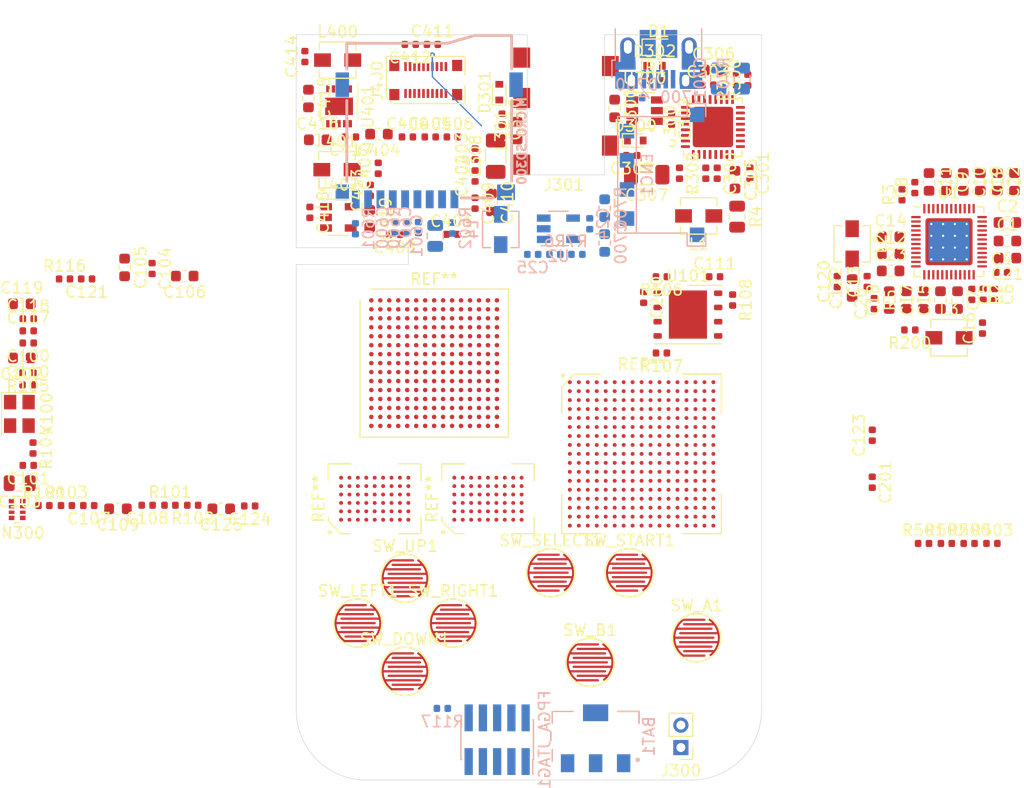
<source format=kicad_pcb>
(kicad_pcb (version 20171130) (host pcbnew "(5.1.8)-1")
  (layers (0 F.Cu signal) (1 In1.Cu power) (2 In2.Cu power) (31 B.Cu signal) (34 B.Paste user) (35 F.Paste user) (36 B.SilkS user hide) (37 F.SilkS user hide) (38 B.Mask user) (39 F.Mask user) (44 Edge.Cuts user))
  (net 0 "")
  (net 1 GND)
  (net 2 VBUS)
  (net 3 IPSOUT)
  (net 4 +BATT)
  (net 5 /power/VINT)
  (net 6 "Net-(C6-Pad1)")
  (net 7 "Net-(C7-Pad1)")
  (net 8 "Net-(C8-Pad1)")
  (net 9 "Net-(C10-Pad2)")
  (net 10 +1V2)
  (net 11 +3V3)
  (net 12 "Net-(C18-Pad2)")
  (net 13 +RAM)
  (net 14 "Net-(C20-Pad2)")
  (net 15 +RTC)
  (net 16 +3.3VA)
  (net 17 +1V8)
  (net 18 "Net-(C111-Pad2)")
  (net 19 "Net-(C307-Pad2)")
  (net 20 "Net-(C307-Pad1)")
  (net 21 "Net-(C308-Pad2)")
  (net 22 "Net-(C308-Pad1)")
  (net 23 +3V0)
  (net 24 "Net-(C415-Pad1)")
  (net 25 /lcd/ELVSS)
  (net 26 "Net-(C600-Pad1)")
  (net 27 "Net-(C700-Pad2)")
  (net 28 "Net-(C701-Pad1)")
  (net 29 "Net-(D1-Pad2)")
  (net 30 "Net-(D1-Pad1)")
  (net 31 "Net-(D300-Pad1)")
  (net 32 "Net-(D301-Pad1)")
  (net 33 "Net-(D302-Pad1)")
  (net 34 PEK)
  (net 35 "Net-(J300-Pad2)")
  (net 36 "Net-(J300-Pad1)")
  (net 37 /lcd/SWIRE)
  (net 38 USB_DP)
  (net 39 USB_DM)
  (net 40 "Net-(L1-Pad1)")
  (net 41 "Net-(L2-Pad1)")
  (net 42 "Net-(L3-Pad1)")
  (net 43 "Net-(L4-Pad1)")
  (net 44 "Net-(L400-Pad2)")
  (net 45 "Net-(L401-Pad1)")
  (net 46 SD_CMD)
  (net 47 SD_CD)
  (net 48 "Net-(R2-Pad1)")
  (net 49 "Net-(R6-Pad1)")
  (net 50 /syscon/GCLK)
  (net 51 "Net-(R105-Pad2)")
  (net 52 /syscon/FPGA_CS_N)
  (net 53 "Net-(R107-Pad2)")
  (net 54 "Net-(R108-Pad2)")
  (net 55 /ram/RAM_CE_N)
  (net 56 "Net-(R300-Pad1)")
  (net 57 "Net-(R301-Pad1)")
  (net 58 P13)
  (net 59 P12)
  (net 60 P11)
  (net 61 P10)
  (net 62 "Net-(RN300-Pad5)")
  (net 63 "Net-(RN300-Pad6)")
  (net 64 "Net-(RN300-Pad8)")
  (net 65 "Net-(RN300-Pad7)")
  (net 66 P15)
  (net 67 P14)
  (net 68 EXTEN)
  (net 69 /syscon/FPGA_TCK)
  (net 70 /power/TS)
  (module footprint:BGA-54_6x9_6.0x8.0mm (layer F.Cu) (at 117.1 91.4 90)
    (fp_text reference REF** (at 0 -5 90) (layer F.SilkS))
    (fp_text value BGA-54_6x9_6.0x8.0mm)
    (pad A1 smd circle (at -1.875 -3 90) (size 0.35 0.35) (layers F.Cu F.Paste F.Mask))
    (pad B1 smd circle (at -1.875 -2.25 90) (size 0.35 0.35) (layers F.Cu F.Paste F.Mask))
    (pad C1 smd circle (at -1.875 -1.5 90) (size 0.35 0.35) (layers F.Cu F.Paste F.Mask))
    (pad D1 smd circle (at -1.875 -0.75 90) (size 0.35 0.35) (layers F.Cu F.Paste F.Mask))
    (pad E1 smd circle (at -1.875 0 90) (size 0.35 0.35) (layers F.Cu F.Paste F.Mask))
    (pad F1 smd circle (at -1.875 0.75 90) (size 0.35 0.35) (layers F.Cu F.Paste F.Mask))
    (pad G1 smd circle (at -1.875 1.5 90) (size 0.35 0.35) (layers F.Cu F.Paste F.Mask))
    (pad H1 smd circle (at -1.875 2.25 90) (size 0.35 0.35) (layers F.Cu F.Paste F.Mask))
    (pad J1 smd circle (at -1.875 3 90) (size 0.35 0.35) (layers F.Cu F.Paste F.Mask))
    (pad A2 smd circle (at -1.125 -3 90) (size 0.35 0.35) (layers F.Cu F.Paste F.Mask))
    (pad B2 smd circle (at -1.125 -2.25 90) (size 0.35 0.35) (layers F.Cu F.Paste F.Mask))
    (pad C2 smd circle (at -1.125 -1.5 90) (size 0.35 0.35) (layers F.Cu F.Paste F.Mask))
    (pad D2 smd circle (at -1.125 -0.75 90) (size 0.35 0.35) (layers F.Cu F.Paste F.Mask))
    (pad E2 smd circle (at -1.125 0 90) (size 0.35 0.35) (layers F.Cu F.Paste F.Mask))
    (pad F2 smd circle (at -1.125 0.75 90) (size 0.35 0.35) (layers F.Cu F.Paste F.Mask))
    (pad G2 smd circle (at -1.125 1.5 90) (size 0.35 0.35) (layers F.Cu F.Paste F.Mask))
    (pad H2 smd circle (at -1.125 2.25 90) (size 0.35 0.35) (layers F.Cu F.Paste F.Mask))
    (pad J2 smd circle (at -1.125 3 90) (size 0.35 0.35) (layers F.Cu F.Paste F.Mask))
    (pad A3 smd circle (at -0.375 -3 90) (size 0.35 0.35) (layers F.Cu F.Paste F.Mask))
    (pad B3 smd circle (at -0.375 -2.25 90) (size 0.35 0.35) (layers F.Cu F.Paste F.Mask))
    (pad C3 smd circle (at -0.375 -1.5 90) (size 0.35 0.35) (layers F.Cu F.Paste F.Mask))
    (pad D3 smd circle (at -0.375 -0.75 90) (size 0.35 0.35) (layers F.Cu F.Paste F.Mask))
    (pad E3 smd circle (at -0.375 0 90) (size 0.35 0.35) (layers F.Cu F.Paste F.Mask))
    (pad F3 smd circle (at -0.375 0.75 90) (size 0.35 0.35) (layers F.Cu F.Paste F.Mask))
    (pad G3 smd circle (at -0.375 1.5 90) (size 0.35 0.35) (layers F.Cu F.Paste F.Mask))
    (pad H3 smd circle (at -0.375 2.25 90) (size 0.35 0.35) (layers F.Cu F.Paste F.Mask))
    (pad J3 smd circle (at -0.375 3 90) (size 0.35 0.35) (layers F.Cu F.Paste F.Mask))
    (pad A4 smd circle (at 0.375 -3 90) (size 0.35 0.35) (layers F.Cu F.Paste F.Mask))
    (pad B4 smd circle (at 0.375 -2.25 90) (size 0.35 0.35) (layers F.Cu F.Paste F.Mask))
    (pad C4 smd circle (at 0.375 -1.5 90) (size 0.35 0.35) (layers F.Cu F.Paste F.Mask))
    (pad D4 smd circle (at 0.375 -0.75 90) (size 0.35 0.35) (layers F.Cu F.Paste F.Mask))
    (pad E4 smd circle (at 0.375 0 90) (size 0.35 0.35) (layers F.Cu F.Paste F.Mask))
    (pad F4 smd circle (at 0.375 0.75 90) (size 0.35 0.35) (layers F.Cu F.Paste F.Mask))
    (pad G4 smd circle (at 0.375 1.5 90) (size 0.35 0.35) (layers F.Cu F.Paste F.Mask))
    (pad H4 smd circle (at 0.375 2.25 90) (size 0.35 0.35) (layers F.Cu F.Paste F.Mask))
    (pad J4 smd circle (at 0.375 3 90) (size 0.35 0.35) (layers F.Cu F.Paste F.Mask))
    (pad A5 smd circle (at 1.125 -3 90) (size 0.35 0.35) (layers F.Cu F.Paste F.Mask))
    (pad B5 smd circle (at 1.125 -2.25 90) (size 0.35 0.35) (layers F.Cu F.Paste F.Mask))
    (pad C5 smd circle (at 1.125 -1.5 90) (size 0.35 0.35) (layers F.Cu F.Paste F.Mask))
    (pad D5 smd circle (at 1.125 -0.75 90) (size 0.35 0.35) (layers F.Cu F.Paste F.Mask))
    (pad E5 smd circle (at 1.125 0 90) (size 0.35 0.35) (layers F.Cu F.Paste F.Mask))
    (pad F5 smd circle (at 1.125 0.75 90) (size 0.35 0.35) (layers F.Cu F.Paste F.Mask))
    (pad G5 smd circle (at 1.125 1.5 90) (size 0.35 0.35) (layers F.Cu F.Paste F.Mask))
    (pad H5 smd circle (at 1.125 2.25 90) (size 0.35 0.35) (layers F.Cu F.Paste F.Mask))
    (pad J5 smd circle (at 1.125 3 90) (size 0.35 0.35) (layers F.Cu F.Paste F.Mask))
    (pad A6 smd circle (at 1.875 -3 90) (size 0.35 0.35) (layers F.Cu F.Paste F.Mask))
    (pad B6 smd circle (at 1.875 -2.25 90) (size 0.35 0.35) (layers F.Cu F.Paste F.Mask))
    (pad C6 smd circle (at 1.875 -1.5 90) (size 0.35 0.35) (layers F.Cu F.Paste F.Mask))
    (pad D6 smd circle (at 1.875 -0.75 90) (size 0.35 0.35) (layers F.Cu F.Paste F.Mask))
    (pad E6 smd circle (at 1.875 0 90) (size 0.35 0.35) (layers F.Cu F.Paste F.Mask))
    (pad F6 smd circle (at 1.875 0.75 90) (size 0.35 0.35) (layers F.Cu F.Paste F.Mask))
    (pad G6 smd circle (at 1.875 1.5 90) (size 0.35 0.35) (layers F.Cu F.Paste F.Mask))
    (pad H6 smd circle (at 1.875 2.25 90) (size 0.35 0.35) (layers F.Cu F.Paste F.Mask))
    (pad J6 smd circle (at 1.875 3 90) (size 0.35 0.35) (layers F.Cu F.Paste F.Mask))
  )
  (module footprint:BGA-54_6x9_6.0x8.0mm (layer F.Cu) (at 107 91.4 90)
    (fp_text reference REF** (at 0 -5 90) (layer F.SilkS))
    (fp_text value BGA-54_6x9_6.0x8.0mm)
    (pad J6 smd circle (at 1.875 3 90) (size 0.35 0.35) (layers F.Cu F.Paste F.Mask))
    (pad H6 smd circle (at 1.875 2.25 90) (size 0.35 0.35) (layers F.Cu F.Paste F.Mask))
    (pad G6 smd circle (at 1.875 1.5 90) (size 0.35 0.35) (layers F.Cu F.Paste F.Mask))
    (pad F6 smd circle (at 1.875 0.75 90) (size 0.35 0.35) (layers F.Cu F.Paste F.Mask))
    (pad E6 smd circle (at 1.875 0 90) (size 0.35 0.35) (layers F.Cu F.Paste F.Mask))
    (pad D6 smd circle (at 1.875 -0.75 90) (size 0.35 0.35) (layers F.Cu F.Paste F.Mask))
    (pad C6 smd circle (at 1.875 -1.5 90) (size 0.35 0.35) (layers F.Cu F.Paste F.Mask))
    (pad B6 smd circle (at 1.875 -2.25 90) (size 0.35 0.35) (layers F.Cu F.Paste F.Mask))
    (pad A6 smd circle (at 1.875 -3 90) (size 0.35 0.35) (layers F.Cu F.Paste F.Mask))
    (pad J5 smd circle (at 1.125 3 90) (size 0.35 0.35) (layers F.Cu F.Paste F.Mask))
    (pad H5 smd circle (at 1.125 2.25 90) (size 0.35 0.35) (layers F.Cu F.Paste F.Mask))
    (pad G5 smd circle (at 1.125 1.5 90) (size 0.35 0.35) (layers F.Cu F.Paste F.Mask))
    (pad F5 smd circle (at 1.125 0.75 90) (size 0.35 0.35) (layers F.Cu F.Paste F.Mask))
    (pad E5 smd circle (at 1.125 0 90) (size 0.35 0.35) (layers F.Cu F.Paste F.Mask))
    (pad D5 smd circle (at 1.125 -0.75 90) (size 0.35 0.35) (layers F.Cu F.Paste F.Mask))
    (pad C5 smd circle (at 1.125 -1.5 90) (size 0.35 0.35) (layers F.Cu F.Paste F.Mask))
    (pad B5 smd circle (at 1.125 -2.25 90) (size 0.35 0.35) (layers F.Cu F.Paste F.Mask))
    (pad A5 smd circle (at 1.125 -3 90) (size 0.35 0.35) (layers F.Cu F.Paste F.Mask))
    (pad J4 smd circle (at 0.375 3 90) (size 0.35 0.35) (layers F.Cu F.Paste F.Mask))
    (pad H4 smd circle (at 0.375 2.25 90) (size 0.35 0.35) (layers F.Cu F.Paste F.Mask))
    (pad G4 smd circle (at 0.375 1.5 90) (size 0.35 0.35) (layers F.Cu F.Paste F.Mask))
    (pad F4 smd circle (at 0.375 0.75 90) (size 0.35 0.35) (layers F.Cu F.Paste F.Mask))
    (pad E4 smd circle (at 0.375 0 90) (size 0.35 0.35) (layers F.Cu F.Paste F.Mask))
    (pad D4 smd circle (at 0.375 -0.75 90) (size 0.35 0.35) (layers F.Cu F.Paste F.Mask))
    (pad C4 smd circle (at 0.375 -1.5 90) (size 0.35 0.35) (layers F.Cu F.Paste F.Mask))
    (pad B4 smd circle (at 0.375 -2.25 90) (size 0.35 0.35) (layers F.Cu F.Paste F.Mask))
    (pad A4 smd circle (at 0.375 -3 90) (size 0.35 0.35) (layers F.Cu F.Paste F.Mask))
    (pad J3 smd circle (at -0.375 3 90) (size 0.35 0.35) (layers F.Cu F.Paste F.Mask))
    (pad H3 smd circle (at -0.375 2.25 90) (size 0.35 0.35) (layers F.Cu F.Paste F.Mask))
    (pad G3 smd circle (at -0.375 1.5 90) (size 0.35 0.35) (layers F.Cu F.Paste F.Mask))
    (pad F3 smd circle (at -0.375 0.75 90) (size 0.35 0.35) (layers F.Cu F.Paste F.Mask))
    (pad E3 smd circle (at -0.375 0 90) (size 0.35 0.35) (layers F.Cu F.Paste F.Mask))
    (pad D3 smd circle (at -0.375 -0.75 90) (size 0.35 0.35) (layers F.Cu F.Paste F.Mask))
    (pad C3 smd circle (at -0.375 -1.5 90) (size 0.35 0.35) (layers F.Cu F.Paste F.Mask))
    (pad B3 smd circle (at -0.375 -2.25 90) (size 0.35 0.35) (layers F.Cu F.Paste F.Mask))
    (pad A3 smd circle (at -0.375 -3 90) (size 0.35 0.35) (layers F.Cu F.Paste F.Mask))
    (pad J2 smd circle (at -1.125 3 90) (size 0.35 0.35) (layers F.Cu F.Paste F.Mask))
    (pad H2 smd circle (at -1.125 2.25 90) (size 0.35 0.35) (layers F.Cu F.Paste F.Mask))
    (pad G2 smd circle (at -1.125 1.5 90) (size 0.35 0.35) (layers F.Cu F.Paste F.Mask))
    (pad F2 smd circle (at -1.125 0.75 90) (size 0.35 0.35) (layers F.Cu F.Paste F.Mask))
    (pad E2 smd circle (at -1.125 0 90) (size 0.35 0.35) (layers F.Cu F.Paste F.Mask))
    (pad D2 smd circle (at -1.125 -0.75 90) (size 0.35 0.35) (layers F.Cu F.Paste F.Mask))
    (pad C2 smd circle (at -1.125 -1.5 90) (size 0.35 0.35) (layers F.Cu F.Paste F.Mask))
    (pad B2 smd circle (at -1.125 -2.25 90) (size 0.35 0.35) (layers F.Cu F.Paste F.Mask))
    (pad A2 smd circle (at -1.125 -3 90) (size 0.35 0.35) (layers F.Cu F.Paste F.Mask))
    (pad J1 smd circle (at -1.875 3 90) (size 0.35 0.35) (layers F.Cu F.Paste F.Mask))
    (pad H1 smd circle (at -1.875 2.25 90) (size 0.35 0.35) (layers F.Cu F.Paste F.Mask))
    (pad G1 smd circle (at -1.875 1.5 90) (size 0.35 0.35) (layers F.Cu F.Paste F.Mask))
    (pad F1 smd circle (at -1.875 0.75 90) (size 0.35 0.35) (layers F.Cu F.Paste F.Mask))
    (pad E1 smd circle (at -1.875 0 90) (size 0.35 0.35) (layers F.Cu F.Paste F.Mask))
    (pad D1 smd circle (at -1.875 -0.75 90) (size 0.35 0.35) (layers F.Cu F.Paste F.Mask))
    (pad C1 smd circle (at -1.875 -1.5 90) (size 0.35 0.35) (layers F.Cu F.Paste F.Mask))
    (pad B1 smd circle (at -1.875 -2.25 90) (size 0.35 0.35) (layers F.Cu F.Paste F.Mask))
    (pad A1 smd circle (at -1.875 -3 90) (size 0.35 0.35) (layers F.Cu F.Paste F.Mask))
  )
  (module footprint:BGA-289_17x17_14.0x14.0mm (layer F.Cu) (at 130.8 87.4)
    (fp_text reference REF** (at 0 -8) (layer F.SilkS))
    (fp_text value BGA-289_17x17_14.0x14.0mm)
    (pad U17 smd circle (at 6.4 6.4) (size 0.35 0.35) (layers F.Cu F.Paste F.Mask))
    (pad T17 smd circle (at 6.4 5.6) (size 0.35 0.35) (layers F.Cu F.Paste F.Mask))
    (pad R17 smd circle (at 6.4 4.8) (size 0.35 0.35) (layers F.Cu F.Paste F.Mask))
    (pad P17 smd circle (at 6.4 4) (size 0.35 0.35) (layers F.Cu F.Paste F.Mask))
    (pad N17 smd circle (at 6.4 3.2) (size 0.35 0.35) (layers F.Cu F.Paste F.Mask))
    (pad M17 smd circle (at 6.4 2.4) (size 0.35 0.35) (layers F.Cu F.Paste F.Mask))
    (pad L17 smd circle (at 6.4 1.6) (size 0.35 0.35) (layers F.Cu F.Paste F.Mask))
    (pad K17 smd circle (at 6.4 0.8) (size 0.35 0.35) (layers F.Cu F.Paste F.Mask))
    (pad J17 smd circle (at 6.4 0) (size 0.35 0.35) (layers F.Cu F.Paste F.Mask))
    (pad H17 smd circle (at 6.4 -0.8) (size 0.35 0.35) (layers F.Cu F.Paste F.Mask))
    (pad G17 smd circle (at 6.4 -1.6) (size 0.35 0.35) (layers F.Cu F.Paste F.Mask))
    (pad F17 smd circle (at 6.4 -2.4) (size 0.35 0.35) (layers F.Cu F.Paste F.Mask))
    (pad E17 smd circle (at 6.4 -3.2) (size 0.35 0.35) (layers F.Cu F.Paste F.Mask))
    (pad D17 smd circle (at 6.4 -4) (size 0.35 0.35) (layers F.Cu F.Paste F.Mask))
    (pad C17 smd circle (at 6.4 -4.8) (size 0.35 0.35) (layers F.Cu F.Paste F.Mask))
    (pad B17 smd circle (at 6.4 -5.6) (size 0.35 0.35) (layers F.Cu F.Paste F.Mask))
    (pad A17 smd circle (at 6.4 -6.4) (size 0.35 0.35) (layers F.Cu F.Paste F.Mask))
    (pad U16 smd circle (at 5.6 6.4) (size 0.35 0.35) (layers F.Cu F.Paste F.Mask))
    (pad T16 smd circle (at 5.6 5.6) (size 0.35 0.35) (layers F.Cu F.Paste F.Mask))
    (pad R16 smd circle (at 5.6 4.8) (size 0.35 0.35) (layers F.Cu F.Paste F.Mask))
    (pad P16 smd circle (at 5.6 4) (size 0.35 0.35) (layers F.Cu F.Paste F.Mask))
    (pad N16 smd circle (at 5.6 3.2) (size 0.35 0.35) (layers F.Cu F.Paste F.Mask))
    (pad M16 smd circle (at 5.6 2.4) (size 0.35 0.35) (layers F.Cu F.Paste F.Mask))
    (pad L16 smd circle (at 5.6 1.6) (size 0.35 0.35) (layers F.Cu F.Paste F.Mask))
    (pad K16 smd circle (at 5.6 0.8) (size 0.35 0.35) (layers F.Cu F.Paste F.Mask))
    (pad J16 smd circle (at 5.6 0) (size 0.35 0.35) (layers F.Cu F.Paste F.Mask))
    (pad H16 smd circle (at 5.6 -0.8) (size 0.35 0.35) (layers F.Cu F.Paste F.Mask))
    (pad G16 smd circle (at 5.6 -1.6) (size 0.35 0.35) (layers F.Cu F.Paste F.Mask))
    (pad F16 smd circle (at 5.6 -2.4) (size 0.35 0.35) (layers F.Cu F.Paste F.Mask))
    (pad E16 smd circle (at 5.6 -3.2) (size 0.35 0.35) (layers F.Cu F.Paste F.Mask))
    (pad D16 smd circle (at 5.6 -4) (size 0.35 0.35) (layers F.Cu F.Paste F.Mask))
    (pad C16 smd circle (at 5.6 -4.8) (size 0.35 0.35) (layers F.Cu F.Paste F.Mask))
    (pad B16 smd circle (at 5.6 -5.6) (size 0.35 0.35) (layers F.Cu F.Paste F.Mask))
    (pad A16 smd circle (at 5.6 -6.4) (size 0.35 0.35) (layers F.Cu F.Paste F.Mask))
    (pad U15 smd circle (at 4.8 6.4) (size 0.35 0.35) (layers F.Cu F.Paste F.Mask))
    (pad T15 smd circle (at 4.8 5.6) (size 0.35 0.35) (layers F.Cu F.Paste F.Mask))
    (pad R15 smd circle (at 4.8 4.8) (size 0.35 0.35) (layers F.Cu F.Paste F.Mask))
    (pad P15 smd circle (at 4.8 4) (size 0.35 0.35) (layers F.Cu F.Paste F.Mask))
    (pad N15 smd circle (at 4.8 3.2) (size 0.35 0.35) (layers F.Cu F.Paste F.Mask))
    (pad M15 smd circle (at 4.8 2.4) (size 0.35 0.35) (layers F.Cu F.Paste F.Mask))
    (pad L15 smd circle (at 4.8 1.6) (size 0.35 0.35) (layers F.Cu F.Paste F.Mask))
    (pad K15 smd circle (at 4.8 0.8) (size 0.35 0.35) (layers F.Cu F.Paste F.Mask))
    (pad J15 smd circle (at 4.8 0) (size 0.35 0.35) (layers F.Cu F.Paste F.Mask))
    (pad H15 smd circle (at 4.8 -0.8) (size 0.35 0.35) (layers F.Cu F.Paste F.Mask))
    (pad G15 smd circle (at 4.8 -1.6) (size 0.35 0.35) (layers F.Cu F.Paste F.Mask))
    (pad F15 smd circle (at 4.8 -2.4) (size 0.35 0.35) (layers F.Cu F.Paste F.Mask))
    (pad E15 smd circle (at 4.8 -3.2) (size 0.35 0.35) (layers F.Cu F.Paste F.Mask))
    (pad D15 smd circle (at 4.8 -4) (size 0.35 0.35) (layers F.Cu F.Paste F.Mask))
    (pad C15 smd circle (at 4.8 -4.8) (size 0.35 0.35) (layers F.Cu F.Paste F.Mask))
    (pad B15 smd circle (at 4.8 -5.6) (size 0.35 0.35) (layers F.Cu F.Paste F.Mask))
    (pad A15 smd circle (at 4.8 -6.4) (size 0.35 0.35) (layers F.Cu F.Paste F.Mask))
    (pad U14 smd circle (at 4 6.4) (size 0.35 0.35) (layers F.Cu F.Paste F.Mask))
    (pad T14 smd circle (at 4 5.6) (size 0.35 0.35) (layers F.Cu F.Paste F.Mask))
    (pad R14 smd circle (at 4 4.8) (size 0.35 0.35) (layers F.Cu F.Paste F.Mask))
    (pad P14 smd circle (at 4 4) (size 0.35 0.35) (layers F.Cu F.Paste F.Mask))
    (pad N14 smd circle (at 4 3.2) (size 0.35 0.35) (layers F.Cu F.Paste F.Mask))
    (pad M14 smd circle (at 4 2.4) (size 0.35 0.35) (layers F.Cu F.Paste F.Mask))
    (pad L14 smd circle (at 4 1.6) (size 0.35 0.35) (layers F.Cu F.Paste F.Mask))
    (pad K14 smd circle (at 4 0.8) (size 0.35 0.35) (layers F.Cu F.Paste F.Mask))
    (pad J14 smd circle (at 4 0) (size 0.35 0.35) (layers F.Cu F.Paste F.Mask))
    (pad H14 smd circle (at 4 -0.8) (size 0.35 0.35) (layers F.Cu F.Paste F.Mask))
    (pad G14 smd circle (at 4 -1.6) (size 0.35 0.35) (layers F.Cu F.Paste F.Mask))
    (pad F14 smd circle (at 4 -2.4) (size 0.35 0.35) (layers F.Cu F.Paste F.Mask))
    (pad E14 smd circle (at 4 -3.2) (size 0.35 0.35) (layers F.Cu F.Paste F.Mask))
    (pad D14 smd circle (at 4 -4) (size 0.35 0.35) (layers F.Cu F.Paste F.Mask))
    (pad C14 smd circle (at 4 -4.8) (size 0.35 0.35) (layers F.Cu F.Paste F.Mask))
    (pad B14 smd circle (at 4 -5.6) (size 0.35 0.35) (layers F.Cu F.Paste F.Mask))
    (pad A14 smd circle (at 4 -6.4) (size 0.35 0.35) (layers F.Cu F.Paste F.Mask))
    (pad U13 smd circle (at 3.2 6.4) (size 0.35 0.35) (layers F.Cu F.Paste F.Mask))
    (pad T13 smd circle (at 3.2 5.6) (size 0.35 0.35) (layers F.Cu F.Paste F.Mask))
    (pad R13 smd circle (at 3.2 4.8) (size 0.35 0.35) (layers F.Cu F.Paste F.Mask))
    (pad P13 smd circle (at 3.2 4) (size 0.35 0.35) (layers F.Cu F.Paste F.Mask))
    (pad N13 smd circle (at 3.2 3.2) (size 0.35 0.35) (layers F.Cu F.Paste F.Mask))
    (pad M13 smd circle (at 3.2 2.4) (size 0.35 0.35) (layers F.Cu F.Paste F.Mask))
    (pad L13 smd circle (at 3.2 1.6) (size 0.35 0.35) (layers F.Cu F.Paste F.Mask))
    (pad K13 smd circle (at 3.2 0.8) (size 0.35 0.35) (layers F.Cu F.Paste F.Mask))
    (pad J13 smd circle (at 3.2 0) (size 0.35 0.35) (layers F.Cu F.Paste F.Mask))
    (pad H13 smd circle (at 3.2 -0.8) (size 0.35 0.35) (layers F.Cu F.Paste F.Mask))
    (pad G13 smd circle (at 3.2 -1.6) (size 0.35 0.35) (layers F.Cu F.Paste F.Mask))
    (pad F13 smd circle (at 3.2 -2.4) (size 0.35 0.35) (layers F.Cu F.Paste F.Mask))
    (pad E13 smd circle (at 3.2 -3.2) (size 0.35 0.35) (layers F.Cu F.Paste F.Mask))
    (pad D13 smd circle (at 3.2 -4) (size 0.35 0.35) (layers F.Cu F.Paste F.Mask))
    (pad C13 smd circle (at 3.2 -4.8) (size 0.35 0.35) (layers F.Cu F.Paste F.Mask))
    (pad B13 smd circle (at 3.2 -5.6) (size 0.35 0.35) (layers F.Cu F.Paste F.Mask))
    (pad A13 smd circle (at 3.2 -6.4) (size 0.35 0.35) (layers F.Cu F.Paste F.Mask))
    (pad U12 smd circle (at 2.4 6.4) (size 0.35 0.35) (layers F.Cu F.Paste F.Mask))
    (pad T12 smd circle (at 2.4 5.6) (size 0.35 0.35) (layers F.Cu F.Paste F.Mask))
    (pad R12 smd circle (at 2.4 4.8) (size 0.35 0.35) (layers F.Cu F.Paste F.Mask))
    (pad P12 smd circle (at 2.4 4) (size 0.35 0.35) (layers F.Cu F.Paste F.Mask))
    (pad N12 smd circle (at 2.4 3.2) (size 0.35 0.35) (layers F.Cu F.Paste F.Mask))
    (pad M12 smd circle (at 2.4 2.4) (size 0.35 0.35) (layers F.Cu F.Paste F.Mask))
    (pad L12 smd circle (at 2.4 1.6) (size 0.35 0.35) (layers F.Cu F.Paste F.Mask))
    (pad K12 smd circle (at 2.4 0.8) (size 0.35 0.35) (layers F.Cu F.Paste F.Mask))
    (pad J12 smd circle (at 2.4 0) (size 0.35 0.35) (layers F.Cu F.Paste F.Mask))
    (pad H12 smd circle (at 2.4 -0.8) (size 0.35 0.35) (layers F.Cu F.Paste F.Mask))
    (pad G12 smd circle (at 2.4 -1.6) (size 0.35 0.35) (layers F.Cu F.Paste F.Mask))
    (pad F12 smd circle (at 2.4 -2.4) (size 0.35 0.35) (layers F.Cu F.Paste F.Mask))
    (pad E12 smd circle (at 2.4 -3.2) (size 0.35 0.35) (layers F.Cu F.Paste F.Mask))
    (pad D12 smd circle (at 2.4 -4) (size 0.35 0.35) (layers F.Cu F.Paste F.Mask))
    (pad C12 smd circle (at 2.4 -4.8) (size 0.35 0.35) (layers F.Cu F.Paste F.Mask))
    (pad B12 smd circle (at 2.4 -5.6) (size 0.35 0.35) (layers F.Cu F.Paste F.Mask))
    (pad A12 smd circle (at 2.4 -6.4) (size 0.35 0.35) (layers F.Cu F.Paste F.Mask))
    (pad U11 smd circle (at 1.6 6.4) (size 0.35 0.35) (layers F.Cu F.Paste F.Mask))
    (pad T11 smd circle (at 1.6 5.6) (size 0.35 0.35) (layers F.Cu F.Paste F.Mask))
    (pad R11 smd circle (at 1.6 4.8) (size 0.35 0.35) (layers F.Cu F.Paste F.Mask))
    (pad P11 smd circle (at 1.6 4) (size 0.35 0.35) (layers F.Cu F.Paste F.Mask))
    (pad N11 smd circle (at 1.6 3.2) (size 0.35 0.35) (layers F.Cu F.Paste F.Mask))
    (pad M11 smd circle (at 1.6 2.4) (size 0.35 0.35) (layers F.Cu F.Paste F.Mask))
    (pad L11 smd circle (at 1.6 1.6) (size 0.35 0.35) (layers F.Cu F.Paste F.Mask))
    (pad K11 smd circle (at 1.6 0.8) (size 0.35 0.35) (layers F.Cu F.Paste F.Mask))
    (pad J11 smd circle (at 1.6 0) (size 0.35 0.35) (layers F.Cu F.Paste F.Mask))
    (pad H11 smd circle (at 1.6 -0.8) (size 0.35 0.35) (layers F.Cu F.Paste F.Mask))
    (pad G11 smd circle (at 1.6 -1.6) (size 0.35 0.35) (layers F.Cu F.Paste F.Mask))
    (pad F11 smd circle (at 1.6 -2.4) (size 0.35 0.35) (layers F.Cu F.Paste F.Mask))
    (pad E11 smd circle (at 1.6 -3.2) (size 0.35 0.35) (layers F.Cu F.Paste F.Mask))
    (pad D11 smd circle (at 1.6 -4) (size 0.35 0.35) (layers F.Cu F.Paste F.Mask))
    (pad C11 smd circle (at 1.6 -4.8) (size 0.35 0.35) (layers F.Cu F.Paste F.Mask))
    (pad B11 smd circle (at 1.6 -5.6) (size 0.35 0.35) (layers F.Cu F.Paste F.Mask))
    (pad A11 smd circle (at 1.6 -6.4) (size 0.35 0.35) (layers F.Cu F.Paste F.Mask))
    (pad U10 smd circle (at 0.8 6.4) (size 0.35 0.35) (layers F.Cu F.Paste F.Mask))
    (pad T10 smd circle (at 0.8 5.6) (size 0.35 0.35) (layers F.Cu F.Paste F.Mask))
    (pad R10 smd circle (at 0.8 4.8) (size 0.35 0.35) (layers F.Cu F.Paste F.Mask))
    (pad P10 smd circle (at 0.8 4) (size 0.35 0.35) (layers F.Cu F.Paste F.Mask))
    (pad N10 smd circle (at 0.8 3.2) (size 0.35 0.35) (layers F.Cu F.Paste F.Mask))
    (pad M10 smd circle (at 0.8 2.4) (size 0.35 0.35) (layers F.Cu F.Paste F.Mask))
    (pad L10 smd circle (at 0.8 1.6) (size 0.35 0.35) (layers F.Cu F.Paste F.Mask))
    (pad K10 smd circle (at 0.8 0.8) (size 0.35 0.35) (layers F.Cu F.Paste F.Mask))
    (pad J10 smd circle (at 0.8 0) (size 0.35 0.35) (layers F.Cu F.Paste F.Mask))
    (pad H10 smd circle (at 0.8 -0.8) (size 0.35 0.35) (layers F.Cu F.Paste F.Mask))
    (pad G10 smd circle (at 0.8 -1.6) (size 0.35 0.35) (layers F.Cu F.Paste F.Mask))
    (pad F10 smd circle (at 0.8 -2.4) (size 0.35 0.35) (layers F.Cu F.Paste F.Mask))
    (pad E10 smd circle (at 0.8 -3.2) (size 0.35 0.35) (layers F.Cu F.Paste F.Mask))
    (pad D10 smd circle (at 0.8 -4) (size 0.35 0.35) (layers F.Cu F.Paste F.Mask))
    (pad C10 smd circle (at 0.8 -4.8) (size 0.35 0.35) (layers F.Cu F.Paste F.Mask))
    (pad B10 smd circle (at 0.8 -5.6) (size 0.35 0.35) (layers F.Cu F.Paste F.Mask))
    (pad A10 smd circle (at 0.8 -6.4) (size 0.35 0.35) (layers F.Cu F.Paste F.Mask))
    (pad U9 smd circle (at 0 6.4) (size 0.35 0.35) (layers F.Cu F.Paste F.Mask))
    (pad T9 smd circle (at 0 5.6) (size 0.35 0.35) (layers F.Cu F.Paste F.Mask))
    (pad R9 smd circle (at 0 4.8) (size 0.35 0.35) (layers F.Cu F.Paste F.Mask))
    (pad P9 smd circle (at 0 4) (size 0.35 0.35) (layers F.Cu F.Paste F.Mask))
    (pad N9 smd circle (at 0 3.2) (size 0.35 0.35) (layers F.Cu F.Paste F.Mask))
    (pad M9 smd circle (at 0 2.4) (size 0.35 0.35) (layers F.Cu F.Paste F.Mask))
    (pad L9 smd circle (at 0 1.6) (size 0.35 0.35) (layers F.Cu F.Paste F.Mask))
    (pad K9 smd circle (at 0 0.8) (size 0.35 0.35) (layers F.Cu F.Paste F.Mask))
    (pad J9 smd circle (at 0 0) (size 0.35 0.35) (layers F.Cu F.Paste F.Mask))
    (pad H9 smd circle (at 0 -0.8) (size 0.35 0.35) (layers F.Cu F.Paste F.Mask))
    (pad G9 smd circle (at 0 -1.6) (size 0.35 0.35) (layers F.Cu F.Paste F.Mask))
    (pad F9 smd circle (at 0 -2.4) (size 0.35 0.35) (layers F.Cu F.Paste F.Mask))
    (pad E9 smd circle (at 0 -3.2) (size 0.35 0.35) (layers F.Cu F.Paste F.Mask))
    (pad D9 smd circle (at 0 -4) (size 0.35 0.35) (layers F.Cu F.Paste F.Mask))
    (pad C9 smd circle (at 0 -4.8) (size 0.35 0.35) (layers F.Cu F.Paste F.Mask))
    (pad B9 smd circle (at 0 -5.6) (size 0.35 0.35) (layers F.Cu F.Paste F.Mask))
    (pad A9 smd circle (at 0 -6.4) (size 0.35 0.35) (layers F.Cu F.Paste F.Mask))
    (pad U8 smd circle (at -0.8 6.4) (size 0.35 0.35) (layers F.Cu F.Paste F.Mask))
    (pad T8 smd circle (at -0.8 5.6) (size 0.35 0.35) (layers F.Cu F.Paste F.Mask))
    (pad R8 smd circle (at -0.8 4.8) (size 0.35 0.35) (layers F.Cu F.Paste F.Mask))
    (pad P8 smd circle (at -0.8 4) (size 0.35 0.35) (layers F.Cu F.Paste F.Mask))
    (pad N8 smd circle (at -0.8 3.2) (size 0.35 0.35) (layers F.Cu F.Paste F.Mask))
    (pad M8 smd circle (at -0.8 2.4) (size 0.35 0.35) (layers F.Cu F.Paste F.Mask))
    (pad L8 smd circle (at -0.8 1.6) (size 0.35 0.35) (layers F.Cu F.Paste F.Mask))
    (pad K8 smd circle (at -0.8 0.8) (size 0.35 0.35) (layers F.Cu F.Paste F.Mask))
    (pad J8 smd circle (at -0.8 0) (size 0.35 0.35) (layers F.Cu F.Paste F.Mask))
    (pad H8 smd circle (at -0.8 -0.8) (size 0.35 0.35) (layers F.Cu F.Paste F.Mask))
    (pad G8 smd circle (at -0.8 -1.6) (size 0.35 0.35) (layers F.Cu F.Paste F.Mask))
    (pad F8 smd circle (at -0.8 -2.4) (size 0.35 0.35) (layers F.Cu F.Paste F.Mask))
    (pad E8 smd circle (at -0.8 -3.2) (size 0.35 0.35) (layers F.Cu F.Paste F.Mask))
    (pad D8 smd circle (at -0.8 -4) (size 0.35 0.35) (layers F.Cu F.Paste F.Mask))
    (pad C8 smd circle (at -0.8 -4.8) (size 0.35 0.35) (layers F.Cu F.Paste F.Mask))
    (pad B8 smd circle (at -0.8 -5.6) (size 0.35 0.35) (layers F.Cu F.Paste F.Mask))
    (pad A8 smd circle (at -0.8 -6.4) (size 0.35 0.35) (layers F.Cu F.Paste F.Mask))
    (pad U7 smd circle (at -1.6 6.4) (size 0.35 0.35) (layers F.Cu F.Paste F.Mask))
    (pad T7 smd circle (at -1.6 5.6) (size 0.35 0.35) (layers F.Cu F.Paste F.Mask))
    (pad R7 smd circle (at -1.6 4.8) (size 0.35 0.35) (layers F.Cu F.Paste F.Mask))
    (pad P7 smd circle (at -1.6 4) (size 0.35 0.35) (layers F.Cu F.Paste F.Mask))
    (pad N7 smd circle (at -1.6 3.2) (size 0.35 0.35) (layers F.Cu F.Paste F.Mask))
    (pad M7 smd circle (at -1.6 2.4) (size 0.35 0.35) (layers F.Cu F.Paste F.Mask))
    (pad L7 smd circle (at -1.6 1.6) (size 0.35 0.35) (layers F.Cu F.Paste F.Mask))
    (pad K7 smd circle (at -1.6 0.8) (size 0.35 0.35) (layers F.Cu F.Paste F.Mask))
    (pad J7 smd circle (at -1.6 0) (size 0.35 0.35) (layers F.Cu F.Paste F.Mask))
    (pad H7 smd circle (at -1.6 -0.8) (size 0.35 0.35) (layers F.Cu F.Paste F.Mask))
    (pad G7 smd circle (at -1.6 -1.6) (size 0.35 0.35) (layers F.Cu F.Paste F.Mask))
    (pad F7 smd circle (at -1.6 -2.4) (size 0.35 0.35) (layers F.Cu F.Paste F.Mask))
    (pad E7 smd circle (at -1.6 -3.2) (size 0.35 0.35) (layers F.Cu F.Paste F.Mask))
    (pad D7 smd circle (at -1.6 -4) (size 0.35 0.35) (layers F.Cu F.Paste F.Mask))
    (pad C7 smd circle (at -1.6 -4.8) (size 0.35 0.35) (layers F.Cu F.Paste F.Mask))
    (pad B7 smd circle (at -1.6 -5.6) (size 0.35 0.35) (layers F.Cu F.Paste F.Mask))
    (pad A7 smd circle (at -1.6 -6.4) (size 0.35 0.35) (layers F.Cu F.Paste F.Mask))
    (pad U6 smd circle (at -2.4 6.4) (size 0.35 0.35) (layers F.Cu F.Paste F.Mask))
    (pad T6 smd circle (at -2.4 5.6) (size 0.35 0.35) (layers F.Cu F.Paste F.Mask))
    (pad R6 smd circle (at -2.4 4.8) (size 0.35 0.35) (layers F.Cu F.Paste F.Mask))
    (pad P6 smd circle (at -2.4 4) (size 0.35 0.35) (layers F.Cu F.Paste F.Mask))
    (pad N6 smd circle (at -2.4 3.2) (size 0.35 0.35) (layers F.Cu F.Paste F.Mask))
    (pad M6 smd circle (at -2.4 2.4) (size 0.35 0.35) (layers F.Cu F.Paste F.Mask))
    (pad L6 smd circle (at -2.4 1.6) (size 0.35 0.35) (layers F.Cu F.Paste F.Mask))
    (pad K6 smd circle (at -2.4 0.8) (size 0.35 0.35) (layers F.Cu F.Paste F.Mask))
    (pad J6 smd circle (at -2.4 0) (size 0.35 0.35) (layers F.Cu F.Paste F.Mask))
    (pad H6 smd circle (at -2.4 -0.8) (size 0.35 0.35) (layers F.Cu F.Paste F.Mask))
    (pad G6 smd circle (at -2.4 -1.6) (size 0.35 0.35) (layers F.Cu F.Paste F.Mask))
    (pad F6 smd circle (at -2.4 -2.4) (size 0.35 0.35) (layers F.Cu F.Paste F.Mask))
    (pad E6 smd circle (at -2.4 -3.2) (size 0.35 0.35) (layers F.Cu F.Paste F.Mask))
    (pad D6 smd circle (at -2.4 -4) (size 0.35 0.35) (layers F.Cu F.Paste F.Mask))
    (pad C6 smd circle (at -2.4 -4.8) (size 0.35 0.35) (layers F.Cu F.Paste F.Mask))
    (pad B6 smd circle (at -2.4 -5.6) (size 0.35 0.35) (layers F.Cu F.Paste F.Mask))
    (pad A6 smd circle (at -2.4 -6.4) (size 0.35 0.35) (layers F.Cu F.Paste F.Mask))
    (pad U5 smd circle (at -3.2 6.4) (size 0.35 0.35) (layers F.Cu F.Paste F.Mask))
    (pad T5 smd circle (at -3.2 5.6) (size 0.35 0.35) (layers F.Cu F.Paste F.Mask))
    (pad R5 smd circle (at -3.2 4.8) (size 0.35 0.35) (layers F.Cu F.Paste F.Mask))
    (pad P5 smd circle (at -3.2 4) (size 0.35 0.35) (layers F.Cu F.Paste F.Mask))
    (pad N5 smd circle (at -3.2 3.2) (size 0.35 0.35) (layers F.Cu F.Paste F.Mask))
    (pad M5 smd circle (at -3.2 2.4) (size 0.35 0.35) (layers F.Cu F.Paste F.Mask))
    (pad L5 smd circle (at -3.2 1.6) (size 0.35 0.35) (layers F.Cu F.Paste F.Mask))
    (pad K5 smd circle (at -3.2 0.8) (size 0.35 0.35) (layers F.Cu F.Paste F.Mask))
    (pad J5 smd circle (at -3.2 0) (size 0.35 0.35) (layers F.Cu F.Paste F.Mask))
    (pad H5 smd circle (at -3.2 -0.8) (size 0.35 0.35) (layers F.Cu F.Paste F.Mask))
    (pad G5 smd circle (at -3.2 -1.6) (size 0.35 0.35) (layers F.Cu F.Paste F.Mask))
    (pad F5 smd circle (at -3.2 -2.4) (size 0.35 0.35) (layers F.Cu F.Paste F.Mask))
    (pad E5 smd circle (at -3.2 -3.2) (size 0.35 0.35) (layers F.Cu F.Paste F.Mask))
    (pad D5 smd circle (at -3.2 -4) (size 0.35 0.35) (layers F.Cu F.Paste F.Mask))
    (pad C5 smd circle (at -3.2 -4.8) (size 0.35 0.35) (layers F.Cu F.Paste F.Mask))
    (pad B5 smd circle (at -3.2 -5.6) (size 0.35 0.35) (layers F.Cu F.Paste F.Mask))
    (pad A5 smd circle (at -3.2 -6.4) (size 0.35 0.35) (layers F.Cu F.Paste F.Mask))
    (pad U4 smd circle (at -4 6.4) (size 0.35 0.35) (layers F.Cu F.Paste F.Mask))
    (pad T4 smd circle (at -4 5.6) (size 0.35 0.35) (layers F.Cu F.Paste F.Mask))
    (pad R4 smd circle (at -4 4.8) (size 0.35 0.35) (layers F.Cu F.Paste F.Mask))
    (pad P4 smd circle (at -4 4) (size 0.35 0.35) (layers F.Cu F.Paste F.Mask))
    (pad N4 smd circle (at -4 3.2) (size 0.35 0.35) (layers F.Cu F.Paste F.Mask))
    (pad M4 smd circle (at -4 2.4) (size 0.35 0.35) (layers F.Cu F.Paste F.Mask))
    (pad L4 smd circle (at -4 1.6) (size 0.35 0.35) (layers F.Cu F.Paste F.Mask))
    (pad K4 smd circle (at -4 0.8) (size 0.35 0.35) (layers F.Cu F.Paste F.Mask))
    (pad J4 smd circle (at -4 0) (size 0.35 0.35) (layers F.Cu F.Paste F.Mask))
    (pad H4 smd circle (at -4 -0.8) (size 0.35 0.35) (layers F.Cu F.Paste F.Mask))
    (pad G4 smd circle (at -4 -1.6) (size 0.35 0.35) (layers F.Cu F.Paste F.Mask))
    (pad F4 smd circle (at -4 -2.4) (size 0.35 0.35) (layers F.Cu F.Paste F.Mask))
    (pad E4 smd circle (at -4 -3.2) (size 0.35 0.35) (layers F.Cu F.Paste F.Mask))
    (pad D4 smd circle (at -4 -4) (size 0.35 0.35) (layers F.Cu F.Paste F.Mask))
    (pad C4 smd circle (at -4 -4.8) (size 0.35 0.35) (layers F.Cu F.Paste F.Mask))
    (pad B4 smd circle (at -4 -5.6) (size 0.35 0.35) (layers F.Cu F.Paste F.Mask))
    (pad A4 smd circle (at -4 -6.4) (size 0.35 0.35) (layers F.Cu F.Paste F.Mask))
    (pad U3 smd circle (at -4.8 6.4) (size 0.35 0.35) (layers F.Cu F.Paste F.Mask))
    (pad T3 smd circle (at -4.8 5.6) (size 0.35 0.35) (layers F.Cu F.Paste F.Mask))
    (pad R3 smd circle (at -4.8 4.8) (size 0.35 0.35) (layers F.Cu F.Paste F.Mask))
    (pad P3 smd circle (at -4.8 4) (size 0.35 0.35) (layers F.Cu F.Paste F.Mask))
    (pad N3 smd circle (at -4.8 3.2) (size 0.35 0.35) (layers F.Cu F.Paste F.Mask))
    (pad M3 smd circle (at -4.8 2.4) (size 0.35 0.35) (layers F.Cu F.Paste F.Mask))
    (pad L3 smd circle (at -4.8 1.6) (size 0.35 0.35) (layers F.Cu F.Paste F.Mask))
    (pad K3 smd circle (at -4.8 0.8) (size 0.35 0.35) (layers F.Cu F.Paste F.Mask))
    (pad J3 smd circle (at -4.8 0) (size 0.35 0.35) (layers F.Cu F.Paste F.Mask))
    (pad H3 smd circle (at -4.8 -0.8) (size 0.35 0.35) (layers F.Cu F.Paste F.Mask))
    (pad G3 smd circle (at -4.8 -1.6) (size 0.35 0.35) (layers F.Cu F.Paste F.Mask))
    (pad F3 smd circle (at -4.8 -2.4) (size 0.35 0.35) (layers F.Cu F.Paste F.Mask))
    (pad E3 smd circle (at -4.8 -3.2) (size 0.35 0.35) (layers F.Cu F.Paste F.Mask))
    (pad D3 smd circle (at -4.8 -4) (size 0.35 0.35) (layers F.Cu F.Paste F.Mask))
    (pad C3 smd circle (at -4.8 -4.8) (size 0.35 0.35) (layers F.Cu F.Paste F.Mask))
    (pad B3 smd circle (at -4.8 -5.6) (size 0.35 0.35) (layers F.Cu F.Paste F.Mask))
    (pad A3 smd circle (at -4.8 -6.4) (size 0.35 0.35) (layers F.Cu F.Paste F.Mask))
    (pad U2 smd circle (at -5.6 6.4) (size 0.35 0.35) (layers F.Cu F.Paste F.Mask))
    (pad T2 smd circle (at -5.6 5.6) (size 0.35 0.35) (layers F.Cu F.Paste F.Mask))
    (pad R2 smd circle (at -5.6 4.8) (size 0.35 0.35) (layers F.Cu F.Paste F.Mask))
    (pad P2 smd circle (at -5.6 4) (size 0.35 0.35) (layers F.Cu F.Paste F.Mask))
    (pad N2 smd circle (at -5.6 3.2) (size 0.35 0.35) (layers F.Cu F.Paste F.Mask))
    (pad M2 smd circle (at -5.6 2.4) (size 0.35 0.35) (layers F.Cu F.Paste F.Mask))
    (pad L2 smd circle (at -5.6 1.6) (size 0.35 0.35) (layers F.Cu F.Paste F.Mask))
    (pad K2 smd circle (at -5.6 0.8) (size 0.35 0.35) (layers F.Cu F.Paste F.Mask))
    (pad J2 smd circle (at -5.6 0) (size 0.35 0.35) (layers F.Cu F.Paste F.Mask))
    (pad H2 smd circle (at -5.6 -0.8) (size 0.35 0.35) (layers F.Cu F.Paste F.Mask))
    (pad G2 smd circle (at -5.6 -1.6) (size 0.35 0.35) (layers F.Cu F.Paste F.Mask))
    (pad F2 smd circle (at -5.6 -2.4) (size 0.35 0.35) (layers F.Cu F.Paste F.Mask))
    (pad E2 smd circle (at -5.6 -3.2) (size 0.35 0.35) (layers F.Cu F.Paste F.Mask))
    (pad D2 smd circle (at -5.6 -4) (size 0.35 0.35) (layers F.Cu F.Paste F.Mask))
    (pad C2 smd circle (at -5.6 -4.8) (size 0.35 0.35) (layers F.Cu F.Paste F.Mask))
    (pad B2 smd circle (at -5.6 -5.6) (size 0.35 0.35) (layers F.Cu F.Paste F.Mask))
    (pad A2 smd circle (at -5.6 -6.4) (size 0.35 0.35) (layers F.Cu F.Paste F.Mask))
    (pad U1 smd circle (at -6.4 6.4) (size 0.35 0.35) (layers F.Cu F.Paste F.Mask))
    (pad T1 smd circle (at -6.4 5.6) (size 0.35 0.35) (layers F.Cu F.Paste F.Mask))
    (pad R1 smd circle (at -6.4 4.8) (size 0.35 0.35) (layers F.Cu F.Paste F.Mask))
    (pad P1 smd circle (at -6.4 4) (size 0.35 0.35) (layers F.Cu F.Paste F.Mask))
    (pad N1 smd circle (at -6.4 3.2) (size 0.35 0.35) (layers F.Cu F.Paste F.Mask))
    (pad M1 smd circle (at -6.4 2.4) (size 0.35 0.35) (layers F.Cu F.Paste F.Mask))
    (pad L1 smd circle (at -6.4 1.6) (size 0.35 0.35) (layers F.Cu F.Paste F.Mask))
    (pad K1 smd circle (at -6.4 0.8) (size 0.35 0.35) (layers F.Cu F.Paste F.Mask))
    (pad J1 smd circle (at -6.4 0) (size 0.35 0.35) (layers F.Cu F.Paste F.Mask))
    (pad H1 smd circle (at -6.4 -0.8) (size 0.35 0.35) (layers F.Cu F.Paste F.Mask))
    (pad G1 smd circle (at -6.4 -1.6) (size 0.35 0.35) (layers F.Cu F.Paste F.Mask))
    (pad F1 smd circle (at -6.4 -2.4) (size 0.35 0.35) (layers F.Cu F.Paste F.Mask))
    (pad E1 smd circle (at -6.4 -3.2) (size 0.35 0.35) (layers F.Cu F.Paste F.Mask))
    (pad D1 smd circle (at -6.4 -4) (size 0.35 0.35) (layers F.Cu F.Paste F.Mask))
    (pad C1 smd circle (at -6.4 -4.8) (size 0.35 0.35) (layers F.Cu F.Paste F.Mask))
    (pad B1 smd circle (at -6.4 -5.6) (size 0.35 0.35) (layers F.Cu F.Paste F.Mask))
    (pad A1 smd circle (at -6.4 -6.4) (size 0.35 0.35) (layers F.Cu F.Paste F.Mask))
  )
  (module Package_BGA:Xilinx_CSGA225 (layer F.Cu) (at 112.3 79.3)
    (fp_text reference REF** (at 0 -7.5) (layer F.SilkS))
    (fp_text value Xilinx_CSGA225)
    (pad R15 smd circle (at 5.6 5.6) (size 0.4 0.4) (layers F.Cu F.Paste F.Mask))
    (pad R14 smd circle (at 4.8 5.6) (size 0.4 0.4) (layers F.Cu F.Paste F.Mask))
    (pad R13 smd circle (at 4 5.6) (size 0.4 0.4) (layers F.Cu F.Paste F.Mask))
    (pad R12 smd circle (at 3.2 5.6) (size 0.4 0.4) (layers F.Cu F.Paste F.Mask))
    (pad R11 smd circle (at 2.4 5.6) (size 0.4 0.4) (layers F.Cu F.Paste F.Mask))
    (pad R10 smd circle (at 1.6 5.6) (size 0.4 0.4) (layers F.Cu F.Paste F.Mask))
    (pad R9 smd circle (at 0.8 5.6) (size 0.4 0.4) (layers F.Cu F.Paste F.Mask))
    (pad R8 smd circle (at 0 5.6) (size 0.4 0.4) (layers F.Cu F.Paste F.Mask))
    (pad R7 smd circle (at -0.8 5.6) (size 0.4 0.4) (layers F.Cu F.Paste F.Mask))
    (pad R6 smd circle (at -1.6 5.6) (size 0.4 0.4) (layers F.Cu F.Paste F.Mask))
    (pad R5 smd circle (at -2.4 5.6) (size 0.4 0.4) (layers F.Cu F.Paste F.Mask))
    (pad R4 smd circle (at -3.2 5.6) (size 0.4 0.4) (layers F.Cu F.Paste F.Mask))
    (pad R3 smd circle (at -4 5.6) (size 0.4 0.4) (layers F.Cu F.Paste F.Mask))
    (pad R2 smd circle (at -4.8 5.6) (size 0.4 0.4) (layers F.Cu F.Paste F.Mask))
    (pad R1 smd circle (at -5.6 5.6) (size 0.4 0.4) (layers F.Cu F.Paste F.Mask))
    (pad P15 smd circle (at 5.6 4.8) (size 0.4 0.4) (layers F.Cu F.Paste F.Mask))
    (pad P14 smd circle (at 4.8 4.8) (size 0.4 0.4) (layers F.Cu F.Paste F.Mask))
    (pad P13 smd circle (at 4 4.8) (size 0.4 0.4) (layers F.Cu F.Paste F.Mask))
    (pad P12 smd circle (at 3.2 4.8) (size 0.4 0.4) (layers F.Cu F.Paste F.Mask))
    (pad P11 smd circle (at 2.4 4.8) (size 0.4 0.4) (layers F.Cu F.Paste F.Mask))
    (pad P10 smd circle (at 1.6 4.8) (size 0.4 0.4) (layers F.Cu F.Paste F.Mask))
    (pad P9 smd circle (at 0.8 4.8) (size 0.4 0.4) (layers F.Cu F.Paste F.Mask))
    (pad P8 smd circle (at 0 4.8) (size 0.4 0.4) (layers F.Cu F.Paste F.Mask))
    (pad P7 smd circle (at -0.8 4.8) (size 0.4 0.4) (layers F.Cu F.Paste F.Mask))
    (pad P6 smd circle (at -1.6 4.8) (size 0.4 0.4) (layers F.Cu F.Paste F.Mask))
    (pad P5 smd circle (at -2.4 4.8) (size 0.4 0.4) (layers F.Cu F.Paste F.Mask))
    (pad P4 smd circle (at -3.2 4.8) (size 0.4 0.4) (layers F.Cu F.Paste F.Mask))
    (pad P3 smd circle (at -4 4.8) (size 0.4 0.4) (layers F.Cu F.Paste F.Mask))
    (pad P2 smd circle (at -4.8 4.8) (size 0.4 0.4) (layers F.Cu F.Paste F.Mask))
    (pad P1 smd circle (at -5.6 4.8) (size 0.4 0.4) (layers F.Cu F.Paste F.Mask))
    (pad N15 smd circle (at 5.6 4) (size 0.4 0.4) (layers F.Cu F.Paste F.Mask))
    (pad N14 smd circle (at 4.8 4) (size 0.4 0.4) (layers F.Cu F.Paste F.Mask))
    (pad N13 smd circle (at 4 4) (size 0.4 0.4) (layers F.Cu F.Paste F.Mask))
    (pad N12 smd circle (at 3.2 4) (size 0.4 0.4) (layers F.Cu F.Paste F.Mask))
    (pad N11 smd circle (at 2.4 4) (size 0.4 0.4) (layers F.Cu F.Paste F.Mask))
    (pad N10 smd circle (at 1.6 4) (size 0.4 0.4) (layers F.Cu F.Paste F.Mask))
    (pad N9 smd circle (at 0.8 4) (size 0.4 0.4) (layers F.Cu F.Paste F.Mask))
    (pad N8 smd circle (at 0 4) (size 0.4 0.4) (layers F.Cu F.Paste F.Mask))
    (pad N7 smd circle (at -0.8 4) (size 0.4 0.4) (layers F.Cu F.Paste F.Mask))
    (pad N6 smd circle (at -1.6 4) (size 0.4 0.4) (layers F.Cu F.Paste F.Mask))
    (pad N5 smd circle (at -2.4 4) (size 0.4 0.4) (layers F.Cu F.Paste F.Mask))
    (pad N4 smd circle (at -3.2 4) (size 0.4 0.4) (layers F.Cu F.Paste F.Mask))
    (pad N3 smd circle (at -4 4) (size 0.4 0.4) (layers F.Cu F.Paste F.Mask))
    (pad N2 smd circle (at -4.8 4) (size 0.4 0.4) (layers F.Cu F.Paste F.Mask))
    (pad N1 smd circle (at -5.6 4) (size 0.4 0.4) (layers F.Cu F.Paste F.Mask))
    (pad M15 smd circle (at 5.6 3.2) (size 0.4 0.4) (layers F.Cu F.Paste F.Mask))
    (pad M14 smd circle (at 4.8 3.2) (size 0.4 0.4) (layers F.Cu F.Paste F.Mask))
    (pad M13 smd circle (at 4 3.2) (size 0.4 0.4) (layers F.Cu F.Paste F.Mask))
    (pad M12 smd circle (at 3.2 3.2) (size 0.4 0.4) (layers F.Cu F.Paste F.Mask))
    (pad M11 smd circle (at 2.4 3.2) (size 0.4 0.4) (layers F.Cu F.Paste F.Mask))
    (pad M10 smd circle (at 1.6 3.2) (size 0.4 0.4) (layers F.Cu F.Paste F.Mask))
    (pad M9 smd circle (at 0.8 3.2) (size 0.4 0.4) (layers F.Cu F.Paste F.Mask))
    (pad M8 smd circle (at 0 3.2) (size 0.4 0.4) (layers F.Cu F.Paste F.Mask))
    (pad M7 smd circle (at -0.8 3.2) (size 0.4 0.4) (layers F.Cu F.Paste F.Mask))
    (pad M6 smd circle (at -1.6 3.2) (size 0.4 0.4) (layers F.Cu F.Paste F.Mask))
    (pad M5 smd circle (at -2.4 3.2) (size 0.4 0.4) (layers F.Cu F.Paste F.Mask))
    (pad M4 smd circle (at -3.2 3.2) (size 0.4 0.4) (layers F.Cu F.Paste F.Mask))
    (pad M3 smd circle (at -4 3.2) (size 0.4 0.4) (layers F.Cu F.Paste F.Mask))
    (pad M2 smd circle (at -4.8 3.2) (size 0.4 0.4) (layers F.Cu F.Paste F.Mask))
    (pad M1 smd circle (at -5.6 3.2) (size 0.4 0.4) (layers F.Cu F.Paste F.Mask))
    (pad L15 smd circle (at 5.6 2.4) (size 0.4 0.4) (layers F.Cu F.Paste F.Mask))
    (pad L14 smd circle (at 4.8 2.4) (size 0.4 0.4) (layers F.Cu F.Paste F.Mask))
    (pad L13 smd circle (at 4 2.4) (size 0.4 0.4) (layers F.Cu F.Paste F.Mask))
    (pad L12 smd circle (at 3.2 2.4) (size 0.4 0.4) (layers F.Cu F.Paste F.Mask))
    (pad L11 smd circle (at 2.4 2.4) (size 0.4 0.4) (layers F.Cu F.Paste F.Mask))
    (pad L10 smd circle (at 1.6 2.4) (size 0.4 0.4) (layers F.Cu F.Paste F.Mask))
    (pad L9 smd circle (at 0.8 2.4) (size 0.4 0.4) (layers F.Cu F.Paste F.Mask))
    (pad L8 smd circle (at 0 2.4) (size 0.4 0.4) (layers F.Cu F.Paste F.Mask))
    (pad L7 smd circle (at -0.8 2.4) (size 0.4 0.4) (layers F.Cu F.Paste F.Mask))
    (pad L6 smd circle (at -1.6 2.4) (size 0.4 0.4) (layers F.Cu F.Paste F.Mask))
    (pad L5 smd circle (at -2.4 2.4) (size 0.4 0.4) (layers F.Cu F.Paste F.Mask))
    (pad L4 smd circle (at -3.2 2.4) (size 0.4 0.4) (layers F.Cu F.Paste F.Mask))
    (pad L3 smd circle (at -4 2.4) (size 0.4 0.4) (layers F.Cu F.Paste F.Mask))
    (pad L2 smd circle (at -4.8 2.4) (size 0.4 0.4) (layers F.Cu F.Paste F.Mask))
    (pad L1 smd circle (at -5.6 2.4) (size 0.4 0.4) (layers F.Cu F.Paste F.Mask))
    (pad K15 smd circle (at 5.6 1.6) (size 0.4 0.4) (layers F.Cu F.Paste F.Mask))
    (pad K14 smd circle (at 4.8 1.6) (size 0.4 0.4) (layers F.Cu F.Paste F.Mask))
    (pad K13 smd circle (at 4 1.6) (size 0.4 0.4) (layers F.Cu F.Paste F.Mask))
    (pad K12 smd circle (at 3.2 1.6) (size 0.4 0.4) (layers F.Cu F.Paste F.Mask))
    (pad K11 smd circle (at 2.4 1.6) (size 0.4 0.4) (layers F.Cu F.Paste F.Mask))
    (pad K10 smd circle (at 1.6 1.6) (size 0.4 0.4) (layers F.Cu F.Paste F.Mask))
    (pad K9 smd circle (at 0.8 1.6) (size 0.4 0.4) (layers F.Cu F.Paste F.Mask))
    (pad K8 smd circle (at 0 1.6) (size 0.4 0.4) (layers F.Cu F.Paste F.Mask))
    (pad K7 smd circle (at -0.8 1.6) (size 0.4 0.4) (layers F.Cu F.Paste F.Mask))
    (pad K6 smd circle (at -1.6 1.6) (size 0.4 0.4) (layers F.Cu F.Paste F.Mask))
    (pad K5 smd circle (at -2.4 1.6) (size 0.4 0.4) (layers F.Cu F.Paste F.Mask))
    (pad K4 smd circle (at -3.2 1.6) (size 0.4 0.4) (layers F.Cu F.Paste F.Mask))
    (pad K3 smd circle (at -4 1.6) (size 0.4 0.4) (layers F.Cu F.Paste F.Mask))
    (pad K2 smd circle (at -4.8 1.6) (size 0.4 0.4) (layers F.Cu F.Paste F.Mask))
    (pad K1 smd circle (at -5.6 1.6) (size 0.4 0.4) (layers F.Cu F.Paste F.Mask))
    (pad J15 smd circle (at 5.6 0.8) (size 0.4 0.4) (layers F.Cu F.Paste F.Mask))
    (pad J14 smd circle (at 4.8 0.8) (size 0.4 0.4) (layers F.Cu F.Paste F.Mask))
    (pad J13 smd circle (at 4 0.8) (size 0.4 0.4) (layers F.Cu F.Paste F.Mask))
    (pad J12 smd circle (at 3.2 0.8) (size 0.4 0.4) (layers F.Cu F.Paste F.Mask))
    (pad J11 smd circle (at 2.4 0.8) (size 0.4 0.4) (layers F.Cu F.Paste F.Mask))
    (pad J10 smd circle (at 1.6 0.8) (size 0.4 0.4) (layers F.Cu F.Paste F.Mask))
    (pad J9 smd circle (at 0.8 0.8) (size 0.4 0.4) (layers F.Cu F.Paste F.Mask))
    (pad J8 smd circle (at 0 0.8) (size 0.4 0.4) (layers F.Cu F.Paste F.Mask))
    (pad J7 smd circle (at -0.8 0.8) (size 0.4 0.4) (layers F.Cu F.Paste F.Mask))
    (pad J6 smd circle (at -1.6 0.8) (size 0.4 0.4) (layers F.Cu F.Paste F.Mask))
    (pad J5 smd circle (at -2.4 0.8) (size 0.4 0.4) (layers F.Cu F.Paste F.Mask))
    (pad J4 smd circle (at -3.2 0.8) (size 0.4 0.4) (layers F.Cu F.Paste F.Mask))
    (pad J3 smd circle (at -4 0.8) (size 0.4 0.4) (layers F.Cu F.Paste F.Mask))
    (pad J2 smd circle (at -4.8 0.8) (size 0.4 0.4) (layers F.Cu F.Paste F.Mask))
    (pad J1 smd circle (at -5.6 0.8) (size 0.4 0.4) (layers F.Cu F.Paste F.Mask))
    (pad H15 smd circle (at 5.6 0) (size 0.4 0.4) (layers F.Cu F.Paste F.Mask))
    (pad H14 smd circle (at 4.8 0) (size 0.4 0.4) (layers F.Cu F.Paste F.Mask))
    (pad H13 smd circle (at 4 0) (size 0.4 0.4) (layers F.Cu F.Paste F.Mask))
    (pad H12 smd circle (at 3.2 0) (size 0.4 0.4) (layers F.Cu F.Paste F.Mask))
    (pad H11 smd circle (at 2.4 0) (size 0.4 0.4) (layers F.Cu F.Paste F.Mask))
    (pad H10 smd circle (at 1.6 0) (size 0.4 0.4) (layers F.Cu F.Paste F.Mask))
    (pad H9 smd circle (at 0.8 0) (size 0.4 0.4) (layers F.Cu F.Paste F.Mask))
    (pad H8 smd circle (at 0 0) (size 0.4 0.4) (layers F.Cu F.Paste F.Mask))
    (pad H7 smd circle (at -0.8 0) (size 0.4 0.4) (layers F.Cu F.Paste F.Mask))
    (pad H6 smd circle (at -1.6 0) (size 0.4 0.4) (layers F.Cu F.Paste F.Mask))
    (pad H5 smd circle (at -2.4 0) (size 0.4 0.4) (layers F.Cu F.Paste F.Mask))
    (pad H4 smd circle (at -3.2 0) (size 0.4 0.4) (layers F.Cu F.Paste F.Mask))
    (pad H3 smd circle (at -4 0) (size 0.4 0.4) (layers F.Cu F.Paste F.Mask))
    (pad H2 smd circle (at -4.8 0) (size 0.4 0.4) (layers F.Cu F.Paste F.Mask))
    (pad H1 smd circle (at -5.6 0) (size 0.4 0.4) (layers F.Cu F.Paste F.Mask))
    (pad G15 smd circle (at 5.6 -0.8) (size 0.4 0.4) (layers F.Cu F.Paste F.Mask))
    (pad G14 smd circle (at 4.8 -0.8) (size 0.4 0.4) (layers F.Cu F.Paste F.Mask))
    (pad G13 smd circle (at 4 -0.8) (size 0.4 0.4) (layers F.Cu F.Paste F.Mask))
    (pad G12 smd circle (at 3.2 -0.8) (size 0.4 0.4) (layers F.Cu F.Paste F.Mask))
    (pad G11 smd circle (at 2.4 -0.8) (size 0.4 0.4) (layers F.Cu F.Paste F.Mask))
    (pad G10 smd circle (at 1.6 -0.8) (size 0.4 0.4) (layers F.Cu F.Paste F.Mask))
    (pad G9 smd circle (at 0.8 -0.8) (size 0.4 0.4) (layers F.Cu F.Paste F.Mask))
    (pad G8 smd circle (at 0 -0.8) (size 0.4 0.4) (layers F.Cu F.Paste F.Mask))
    (pad G7 smd circle (at -0.8 -0.8) (size 0.4 0.4) (layers F.Cu F.Paste F.Mask))
    (pad G6 smd circle (at -1.6 -0.8) (size 0.4 0.4) (layers F.Cu F.Paste F.Mask))
    (pad G5 smd circle (at -2.4 -0.8) (size 0.4 0.4) (layers F.Cu F.Paste F.Mask))
    (pad G4 smd circle (at -3.2 -0.8) (size 0.4 0.4) (layers F.Cu F.Paste F.Mask))
    (pad G3 smd circle (at -4 -0.8) (size 0.4 0.4) (layers F.Cu F.Paste F.Mask))
    (pad G2 smd circle (at -4.8 -0.8) (size 0.4 0.4) (layers F.Cu F.Paste F.Mask))
    (pad G1 smd circle (at -5.6 -0.8) (size 0.4 0.4) (layers F.Cu F.Paste F.Mask))
    (pad F15 smd circle (at 5.6 -1.6) (size 0.4 0.4) (layers F.Cu F.Paste F.Mask))
    (pad F14 smd circle (at 4.8 -1.6) (size 0.4 0.4) (layers F.Cu F.Paste F.Mask))
    (pad F13 smd circle (at 4 -1.6) (size 0.4 0.4) (layers F.Cu F.Paste F.Mask))
    (pad F12 smd circle (at 3.2 -1.6) (size 0.4 0.4) (layers F.Cu F.Paste F.Mask))
    (pad F11 smd circle (at 2.4 -1.6) (size 0.4 0.4) (layers F.Cu F.Paste F.Mask))
    (pad F10 smd circle (at 1.6 -1.6) (size 0.4 0.4) (layers F.Cu F.Paste F.Mask))
    (pad F9 smd circle (at 0.8 -1.6) (size 0.4 0.4) (layers F.Cu F.Paste F.Mask))
    (pad F8 smd circle (at 0 -1.6) (size 0.4 0.4) (layers F.Cu F.Paste F.Mask))
    (pad F7 smd circle (at -0.8 -1.6) (size 0.4 0.4) (layers F.Cu F.Paste F.Mask))
    (pad F6 smd circle (at -1.6 -1.6) (size 0.4 0.4) (layers F.Cu F.Paste F.Mask))
    (pad F5 smd circle (at -2.4 -1.6) (size 0.4 0.4) (layers F.Cu F.Paste F.Mask))
    (pad F4 smd circle (at -3.2 -1.6) (size 0.4 0.4) (layers F.Cu F.Paste F.Mask))
    (pad F3 smd circle (at -4 -1.6) (size 0.4 0.4) (layers F.Cu F.Paste F.Mask))
    (pad F2 smd circle (at -4.8 -1.6) (size 0.4 0.4) (layers F.Cu F.Paste F.Mask))
    (pad F1 smd circle (at -5.6 -1.6) (size 0.4 0.4) (layers F.Cu F.Paste F.Mask))
    (pad E15 smd circle (at 5.6 -2.4) (size 0.4 0.4) (layers F.Cu F.Paste F.Mask))
    (pad E14 smd circle (at 4.8 -2.4) (size 0.4 0.4) (layers F.Cu F.Paste F.Mask))
    (pad E13 smd circle (at 4 -2.4) (size 0.4 0.4) (layers F.Cu F.Paste F.Mask))
    (pad E12 smd circle (at 3.2 -2.4) (size 0.4 0.4) (layers F.Cu F.Paste F.Mask))
    (pad E11 smd circle (at 2.4 -2.4) (size 0.4 0.4) (layers F.Cu F.Paste F.Mask))
    (pad E10 smd circle (at 1.6 -2.4) (size 0.4 0.4) (layers F.Cu F.Paste F.Mask))
    (pad E9 smd circle (at 0.8 -2.4) (size 0.4 0.4) (layers F.Cu F.Paste F.Mask))
    (pad E8 smd circle (at 0 -2.4) (size 0.4 0.4) (layers F.Cu F.Paste F.Mask))
    (pad E7 smd circle (at -0.8 -2.4) (size 0.4 0.4) (layers F.Cu F.Paste F.Mask))
    (pad E6 smd circle (at -1.6 -2.4) (size 0.4 0.4) (layers F.Cu F.Paste F.Mask))
    (pad E5 smd circle (at -2.4 -2.4) (size 0.4 0.4) (layers F.Cu F.Paste F.Mask))
    (pad E4 smd circle (at -3.2 -2.4) (size 0.4 0.4) (layers F.Cu F.Paste F.Mask))
    (pad E3 smd circle (at -4 -2.4) (size 0.4 0.4) (layers F.Cu F.Paste F.Mask))
    (pad E2 smd circle (at -4.8 -2.4) (size 0.4 0.4) (layers F.Cu F.Paste F.Mask))
    (pad E1 smd circle (at -5.6 -2.4) (size 0.4 0.4) (layers F.Cu F.Paste F.Mask))
    (pad D15 smd circle (at 5.6 -3.2) (size 0.4 0.4) (layers F.Cu F.Paste F.Mask))
    (pad D14 smd circle (at 4.8 -3.2) (size 0.4 0.4) (layers F.Cu F.Paste F.Mask))
    (pad D13 smd circle (at 4 -3.2) (size 0.4 0.4) (layers F.Cu F.Paste F.Mask))
    (pad D12 smd circle (at 3.2 -3.2) (size 0.4 0.4) (layers F.Cu F.Paste F.Mask))
    (pad D11 smd circle (at 2.4 -3.2) (size 0.4 0.4) (layers F.Cu F.Paste F.Mask))
    (pad D10 smd circle (at 1.6 -3.2) (size 0.4 0.4) (layers F.Cu F.Paste F.Mask))
    (pad D9 smd circle (at 0.8 -3.2) (size 0.4 0.4) (layers F.Cu F.Paste F.Mask))
    (pad D8 smd circle (at 0 -3.2) (size 0.4 0.4) (layers F.Cu F.Paste F.Mask))
    (pad D7 smd circle (at -0.8 -3.2) (size 0.4 0.4) (layers F.Cu F.Paste F.Mask))
    (pad D6 smd circle (at -1.6 -3.2) (size 0.4 0.4) (layers F.Cu F.Paste F.Mask))
    (pad D5 smd circle (at -2.4 -3.2) (size 0.4 0.4) (layers F.Cu F.Paste F.Mask))
    (pad D4 smd circle (at -3.2 -3.2) (size 0.4 0.4) (layers F.Cu F.Paste F.Mask))
    (pad D3 smd circle (at -4 -3.2) (size 0.4 0.4) (layers F.Cu F.Paste F.Mask))
    (pad D2 smd circle (at -4.8 -3.2) (size 0.4 0.4) (layers F.Cu F.Paste F.Mask))
    (pad D1 smd circle (at -5.6 -3.2) (size 0.4 0.4) (layers F.Cu F.Paste F.Mask))
    (pad C15 smd circle (at 5.6 -4) (size 0.4 0.4) (layers F.Cu F.Paste F.Mask))
    (pad C14 smd circle (at 4.8 -4) (size 0.4 0.4) (layers F.Cu F.Paste F.Mask))
    (pad C13 smd circle (at 4 -4) (size 0.4 0.4) (layers F.Cu F.Paste F.Mask))
    (pad C12 smd circle (at 3.2 -4) (size 0.4 0.4) (layers F.Cu F.Paste F.Mask))
    (pad C11 smd circle (at 2.4 -4) (size 0.4 0.4) (layers F.Cu F.Paste F.Mask))
    (pad C10 smd circle (at 1.6 -4) (size 0.4 0.4) (layers F.Cu F.Paste F.Mask))
    (pad C9 smd circle (at 0.8 -4) (size 0.4 0.4) (layers F.Cu F.Paste F.Mask))
    (pad C8 smd circle (at 0 -4) (size 0.4 0.4) (layers F.Cu F.Paste F.Mask))
    (pad C7 smd circle (at -0.8 -4) (size 0.4 0.4) (layers F.Cu F.Paste F.Mask))
    (pad C6 smd circle (at -1.6 -4) (size 0.4 0.4) (layers F.Cu F.Paste F.Mask))
    (pad C5 smd circle (at -2.4 -4) (size 0.4 0.4) (layers F.Cu F.Paste F.Mask))
    (pad C4 smd circle (at -3.2 -4) (size 0.4 0.4) (layers F.Cu F.Paste F.Mask))
    (pad C3 smd circle (at -4 -4) (size 0.4 0.4) (layers F.Cu F.Paste F.Mask))
    (pad C2 smd circle (at -4.8 -4) (size 0.4 0.4) (layers F.Cu F.Paste F.Mask))
    (pad C1 smd circle (at -5.6 -4) (size 0.4 0.4) (layers F.Cu F.Paste F.Mask))
    (pad B15 smd circle (at 5.6 -4.8) (size 0.4 0.4) (layers F.Cu F.Paste F.Mask))
    (pad B14 smd circle (at 4.8 -4.8) (size 0.4 0.4) (layers F.Cu F.Paste F.Mask))
    (pad B13 smd circle (at 4 -4.8) (size 0.4 0.4) (layers F.Cu F.Paste F.Mask))
    (pad B12 smd circle (at 3.2 -4.8) (size 0.4 0.4) (layers F.Cu F.Paste F.Mask))
    (pad B11 smd circle (at 2.4 -4.8) (size 0.4 0.4) (layers F.Cu F.Paste F.Mask))
    (pad B10 smd circle (at 1.6 -4.8) (size 0.4 0.4) (layers F.Cu F.Paste F.Mask))
    (pad B9 smd circle (at 0.8 -4.8) (size 0.4 0.4) (layers F.Cu F.Paste F.Mask))
    (pad B8 smd circle (at 0 -4.8) (size 0.4 0.4) (layers F.Cu F.Paste F.Mask))
    (pad B7 smd circle (at -0.8 -4.8) (size 0.4 0.4) (layers F.Cu F.Paste F.Mask))
    (pad B6 smd circle (at -1.6 -4.8) (size 0.4 0.4) (layers F.Cu F.Paste F.Mask))
    (pad B5 smd circle (at -2.4 -4.8) (size 0.4 0.4) (layers F.Cu F.Paste F.Mask))
    (pad B4 smd circle (at -3.2 -4.8) (size 0.4 0.4) (layers F.Cu F.Paste F.Mask))
    (pad B3 smd circle (at -4 -4.8) (size 0.4 0.4) (layers F.Cu F.Paste F.Mask))
    (pad B2 smd circle (at -4.8 -4.8) (size 0.4 0.4) (layers F.Cu F.Paste F.Mask))
    (pad B1 smd circle (at -5.6 -4.8) (size 0.4 0.4) (layers F.Cu F.Paste F.Mask))
    (pad A15 smd circle (at 5.6 -5.6) (size 0.4 0.4) (layers F.Cu F.Paste F.Mask))
    (pad A14 smd circle (at 4.8 -5.6) (size 0.4 0.4) (layers F.Cu F.Paste F.Mask))
    (pad A13 smd circle (at 4 -5.6) (size 0.4 0.4) (layers F.Cu F.Paste F.Mask))
    (pad A12 smd circle (at 3.2 -5.6) (size 0.4 0.4) (layers F.Cu F.Paste F.Mask))
    (pad A11 smd circle (at 2.4 -5.6) (size 0.4 0.4) (layers F.Cu F.Paste F.Mask))
    (pad A10 smd circle (at 1.6 -5.6) (size 0.4 0.4) (layers F.Cu F.Paste F.Mask))
    (pad A9 smd circle (at 0.8 -5.6) (size 0.4 0.4) (layers F.Cu F.Paste F.Mask))
    (pad A8 smd circle (at 0 -5.6) (size 0.4 0.4) (layers F.Cu F.Paste F.Mask))
    (pad A7 smd circle (at -0.8 -5.6) (size 0.4 0.4) (layers F.Cu F.Paste F.Mask))
    (pad A6 smd circle (at -1.6 -5.6) (size 0.4 0.4) (layers F.Cu F.Paste F.Mask))
    (pad A5 smd circle (at -2.4 -5.6) (size 0.4 0.4) (layers F.Cu F.Paste F.Mask))
    (pad A4 smd circle (at -3.2 -5.6) (size 0.4 0.4) (layers F.Cu F.Paste F.Mask))
    (pad A3 smd circle (at -4 -5.6) (size 0.4 0.4) (layers F.Cu F.Paste F.Mask))
    (pad A2 smd circle (at -4.8 -5.6) (size 0.4 0.4) (layers F.Cu F.Paste F.Mask))
    (pad A1 smd circle (at -5.6 -5.6) (size 0.4 0.4) (layers F.Cu F.Paste F.Mask))
  )
  (module Resistor_SMD:R_0402_1005Metric (layer B.Cu) (at 113.919 67.2465 90)
    (fp_text reference R602 (at 0 1.17 90) (layer B.SilkS) (effects (justify mirror)))
    (fp_text value 10K)
    (pad 2 smd roundrect (at 0.485 0 90) (size 0.59 0.64) (layers B.Cu B.Paste B.Mask) (net 46 SD_CMD))
    (pad 1 smd roundrect (at -0.485 0 90) (size 0.59 0.64) (layers B.Cu B.Paste B.Mask) (net 11 +3V3))
  )
  (module Resistor_SMD:R_0402_1005Metric (layer B.Cu) (at 105.283 67.31 90)
    (fp_text reference R601 (at 0 1.17 90) (layer B.SilkS) (effects (justify mirror)))
    (fp_text value 10K)
    (pad 2 smd roundrect (at 0.485 0 90) (size 0.59 0.64) (layers B.Cu B.Paste B.Mask) (net 47 SD_CD))
    (pad 1 smd roundrect (at -0.485 0 90) (size 0.59 0.64) (layers B.Cu B.Paste B.Mask) (net 11 +3V3))
  )
  (module Resistor_SMD:R_0402_1005Metric (layer B.Cu) (at 109.89 67.2 270)
    (fp_text reference R600 (at 0 1.17 90) (layer B.SilkS) (effects (justify mirror)))
    (fp_text value 33R)
    (pad 2 smd roundrect (at 0.485 0 270) (size 0.59 0.64) (layers B.Cu B.Paste B.Mask))
    (pad 1 smd roundrect (at -0.485 0 270) (size 0.59 0.64) (layers B.Cu B.Paste B.Mask) (net 26 "Net-(C600-Pad1)"))
  )
  (module Connector_PinHeader_1.27mm:PinHeader_2x05_P1.27mm_Vertical_SMD (layer B.Cu) (at 117.9195 112.903 90)
    (fp_text reference FPGA_JTAG1 (at 0 4.235 90) (layer B.SilkS) (effects (justify mirror)))
    (fp_text value Conn_02x05_Odd_Even)
    (pad 10 smd rect (at 1.95 -2.54 90) (size 2.4 0.74) (layers B.Cu B.Paste B.Mask))
    (pad 9 smd rect (at -1.95 -2.54 90) (size 2.4 0.74) (layers B.Cu B.Paste B.Mask))
    (pad 8 smd rect (at 1.95 -1.27 90) (size 2.4 0.74) (layers B.Cu B.Paste B.Mask))
    (pad 7 smd rect (at -1.95 -1.27 90) (size 2.4 0.74) (layers B.Cu B.Paste B.Mask))
    (pad 6 smd rect (at 1.95 0 90) (size 2.4 0.74) (layers B.Cu B.Paste B.Mask))
    (pad 5 smd rect (at -1.95 0 90) (size 2.4 0.74) (layers B.Cu B.Paste B.Mask) (net 1 GND))
    (pad 4 smd rect (at 1.95 1.27 90) (size 2.4 0.74) (layers B.Cu B.Paste B.Mask) (net 69 /syscon/FPGA_TCK))
    (pad 3 smd rect (at -1.95 1.27 90) (size 2.4 0.74) (layers B.Cu B.Paste B.Mask) (net 1 GND))
    (pad 2 smd rect (at 1.95 2.54 90) (size 2.4 0.74) (layers B.Cu B.Paste B.Mask))
    (pad 1 smd rect (at -1.95 2.54 90) (size 2.4 0.74) (layers B.Cu B.Paste B.Mask) (net 11 +3V3))
  )
  (module Capacitor_SMD:C_0402_1005Metric (layer B.Cu) (at 113.03 110.109)
    (fp_text reference R117 (at 0 1.17) (layer B.SilkS) (effects (justify mirror)))
    (fp_text value 4.7K)
    (pad 2 smd roundrect (at 0.485 0) (size 0.59 0.64) (layers B.Cu B.Paste B.Mask) (net 69 /syscon/FPGA_TCK))
    (pad 1 smd roundrect (at -0.485 0) (size 0.59 0.64) (layers B.Cu B.Paste B.Mask) (net 11 +3V3))
  )
  (module footprint:BC-15-3P (layer B.Cu) (at 126.7 112.6 90)
    (fp_text reference BAT1 (at 0 4.75 270) (layer B.SilkS) (effects (justify mirror)))
    (fp_text value Conn_01x03)
    (pad "" np_thru_hole circle (at 1.2 -2.6 90) (size 1 1) (drill 1) (layers *.Cu *.Mask))
    (pad "" np_thru_hole circle (at -1 2.6 90) (size 1 1) (drill 1) (layers *.Cu *.Mask))
    (pad MP smd rect (at 2.1 0 90) (size 1.5 2.25) (layers B.Cu B.Paste B.Mask))
    (pad 3 smd rect (at -2.4 -2.5 90) (size 1.6 1.2) (layers B.Cu B.Paste B.Mask) (net 1 GND))
    (pad 2 smd rect (at -2.4 0 90) (size 1.6 1.2) (layers B.Cu B.Paste B.Mask) (net 70 /power/TS))
    (pad 1 smd rect (at -2.4 2.5 90) (size 1.6 1.2) (layers B.Cu B.Paste B.Mask) (net 4 +BATT))
  )
  (module Capacitor_SMD:C_0402_1005Metric (layer F.Cu) (at 151.5445 73.991 90)
    (fp_text reference C20 (at 0 -1.17 90) (layer F.SilkS))
    (fp_text value 100nF)
    (pad 2 smd roundrect (at 0.485 0 90) (size 0.59 0.64) (layers F.Cu F.Paste F.Mask) (net 14 "Net-(C20-Pad2)"))
    (pad 1 smd roundrect (at -0.485 0 90) (size 0.59 0.64) (layers F.Cu F.Paste F.Mask) (net 1 GND))
  )
  (module Resistor_SMD:R_0603_1608Metric (layer F.Cu) (at 154.402 73.6735 90)
    (fp_text reference R5 (at 0 -1.43 90) (layer F.SilkS))
    (fp_text value 1R)
    (pad 2 smd roundrect (at 0.7875 0 90) (size 0.875 0.95) (layers F.Cu F.Paste F.Mask) (net 12 "Net-(C18-Pad2)"))
    (pad 1 smd roundrect (at -0.7875 0 90) (size 0.875 0.95) (layers F.Cu F.Paste F.Mask) (net 3 IPSOUT))
  )
  (module footprint:AXE520124 (layer F.Cu) (at 111.55 54.0385)
    (fp_text reference J400 (at -4.318 0.0635 90) (layer F.SilkS))
    (fp_text value Conn_02x10_Top_Bottom_MountingPin)
    (pad MP smd rect (at 2.8 1.3) (size 0.9 1) (layers F.Cu F.Paste F.Mask) (net 1 GND))
    (pad MP smd rect (at 2.8 -1.3) (size 0.9 1) (layers F.Cu F.Paste F.Mask) (net 1 GND))
    (pad MP smd rect (at -2.8 -1.3) (size 0.9 1) (layers F.Cu F.Paste F.Mask) (net 1 GND))
    (pad MP smd rect (at -2.8 1.3) (size 0.9 1) (layers F.Cu F.Paste F.Mask) (net 1 GND))
    (pad 20 smd rect (at 1.8 1.2) (size 0.23 0.8) (layers F.Cu F.Paste F.Mask) (net 1 GND))
    (pad 10 smd rect (at 1.8 -1.2) (size 0.23 0.8) (layers F.Cu F.Paste F.Mask) (net 37 /lcd/SWIRE))
    (pad 19 smd rect (at 1.4 1.2) (size 0.23 0.8) (layers F.Cu F.Paste F.Mask))
    (pad 9 smd rect (at 1.4 -1.2) (size 0.23 0.8) (layers F.Cu F.Paste F.Mask))
    (pad 18 smd rect (at 1 1.2) (size 0.23 0.8) (layers F.Cu F.Paste F.Mask))
    (pad 8 smd rect (at 1 -1.2) (size 0.23 0.8) (layers F.Cu F.Paste F.Mask))
    (pad 17 smd rect (at 0.6 1.2) (size 0.23 0.8) (layers F.Cu F.Paste F.Mask) (net 1 GND))
    (pad 7 smd rect (at 0.6 -1.2) (size 0.23 0.8) (layers F.Cu F.Paste F.Mask))
    (pad 16 smd rect (at 0.2 1.2) (size 0.23 0.8) (layers F.Cu F.Paste F.Mask))
    (pad 6 smd rect (at 0.2 -1.2) (size 0.23 0.8) (layers F.Cu F.Paste F.Mask) (net 1 GND))
    (pad 15 smd rect (at -0.2 1.2) (size 0.23 0.8) (layers F.Cu F.Paste F.Mask))
    (pad 5 smd rect (at -0.2 -1.2) (size 0.23 0.8) (layers F.Cu F.Paste F.Mask) (net 17 +1V8))
    (pad 14 smd rect (at -0.6 1.2) (size 0.23 0.8) (layers F.Cu F.Paste F.Mask) (net 1 GND))
    (pad 4 smd rect (at -0.6 -1.2) (size 0.23 0.8) (layers F.Cu F.Paste F.Mask) (net 23 +3V0))
    (pad 13 smd rect (at -1 1.2) (size 0.23 0.8) (layers F.Cu F.Paste F.Mask) (net 1 GND))
    (pad 3 smd rect (at -1 -1.2) (size 0.23 0.8) (layers F.Cu F.Paste F.Mask) (net 25 /lcd/ELVSS))
    (pad 12 smd rect (at -1.4 1.2) (size 0.23 0.8) (layers F.Cu F.Paste F.Mask) (net 1 GND))
    (pad 2 smd rect (at -1.4 -1.2) (size 0.23 0.8) (layers F.Cu F.Paste F.Mask) (net 25 /lcd/ELVSS))
    (pad 11 smd rect (at -1.8 1.2) (size 0.23 0.8) (layers F.Cu F.Paste F.Mask) (net 1 GND))
    (pad 1 smd rect (at -1.8 -1.2) (size 0.23 0.8) (layers F.Cu F.Paste F.Mask) (net 25 /lcd/ELVSS))
  )
  (module Package_DFN_QFN:DFN-10-1EP_3x3mm_P0.5mm_EP1.55x2.48mm (layer F.Cu) (at 103.8225 56.388 270)
    (fp_text reference U401 (at 0 -2.575 90) (layer F.SilkS))
    (fp_text value TPS65631W)
    (pad 11 smd rect (at 0 0 270) (size 1.55 2.48) (layers F.Cu F.Mask))
    (pad 10 smd rect (at 1.55 -1 270) (size 0.65 0.3) (layers F.Cu F.Paste F.Mask) (net 11 +3V3))
    (pad 9 smd rect (at 1.55 -0.5 270) (size 0.65 0.3) (layers F.Cu F.Paste F.Mask) (net 11 +3V3))
    (pad 8 smd rect (at 1.55 0 270) (size 0.65 0.3) (layers F.Cu F.Paste F.Mask) (net 45 "Net-(L401-Pad1)"))
    (pad 7 smd rect (at 1.55 0.5 270) (size 0.65 0.3) (layers F.Cu F.Paste F.Mask) (net 25 /lcd/ELVSS))
    (pad 6 smd rect (at 1.55 1 270) (size 0.65 0.3) (layers F.Cu F.Paste F.Mask) (net 37 /lcd/SWIRE))
    (pad 5 smd rect (at -1.55 1 270) (size 0.65 0.3) (layers F.Cu F.Paste F.Mask) (net 1 GND))
    (pad 4 smd rect (at -1.55 0.5 270) (size 0.65 0.3) (layers F.Cu F.Paste F.Mask) (net 24 "Net-(C415-Pad1)"))
    (pad 3 smd rect (at -1.55 0 270) (size 0.65 0.3) (layers F.Cu F.Paste F.Mask) (net 24 "Net-(C415-Pad1)"))
    (pad 2 smd rect (at -1.55 -0.5 270) (size 0.65 0.3) (layers F.Cu F.Paste F.Mask) (net 1 GND))
    (pad 1 smd rect (at -1.55 -1 270) (size 0.65 0.3) (layers F.Cu F.Paste F.Mask) (net 44 "Net-(L400-Pad2)"))
  )
  (module Oscillator:Oscillator_SMD_Abracon_ASE-4Pin_3.2x2.5mm (layer F.Cu) (at 75.312 83.8265 270)
    (fp_text reference X100 (at 0 -2.45 90) (layer F.SilkS))
    (fp_text value 24.576MHz)
    (pad 4 smd rect (at -1.05 -0.825 270) (size 1.3 1.1) (layers F.Cu F.Paste F.Mask) (net 11 +3V3))
    (pad 3 smd rect (at 1.05 -0.825 270) (size 1.3 1.1) (layers F.Cu F.Paste F.Mask) (net 50 /syscon/GCLK))
    (pad 2 smd rect (at 1.05 0.825 270) (size 1.3 1.1) (layers F.Cu F.Paste F.Mask) (net 1 GND))
    (pad 1 smd rect (at -1.05 0.825 270) (size 1.3 1.1) (layers F.Cu F.Paste F.Mask) (net 51 "Net-(R105-Pad2)"))
  )
  (module Package_TO_SOT_SMD:SOT-23-6 (layer F.Cu) (at 131.064 56.769)
    (fp_text reference U700 (at 0 -2.9) (layer F.SilkS))
    (fp_text value USBLC6-2SC6)
    (pad 5 smd rect (at 1.1 0) (size 1.06 0.65) (layers F.Cu F.Paste F.Mask))
    (pad 6 smd rect (at 1.1 -0.95) (size 1.06 0.65) (layers F.Cu F.Paste F.Mask) (net 39 USB_DM))
    (pad 4 smd rect (at 1.1 0.95) (size 1.06 0.65) (layers F.Cu F.Paste F.Mask) (net 38 USB_DP))
    (pad 3 smd rect (at -1.1 0.95) (size 1.06 0.65) (layers F.Cu F.Paste F.Mask) (net 38 USB_DP))
    (pad 2 smd rect (at -1.1 0) (size 1.06 0.65) (layers F.Cu F.Paste F.Mask) (net 1 GND))
    (pad 1 smd rect (at -1.1 -0.95) (size 1.06 0.65) (layers F.Cu F.Paste F.Mask) (net 39 USB_DM))
  )
  (module Package_TO_SOT_SMD:SOT-23-5 (layer F.Cu) (at 103.759 66.294)
    (fp_text reference U402 (at 0 -2.9) (layer F.SilkS))
    (fp_text value AP2127K-3.0)
    (pad 5 smd rect (at 1.1 -0.95) (size 1.06 0.65) (layers F.Cu F.Paste F.Mask) (net 23 +3V0))
    (pad 4 smd rect (at 1.1 0.95) (size 1.06 0.65) (layers F.Cu F.Paste F.Mask))
    (pad 3 smd rect (at -1.1 0.95) (size 1.06 0.65) (layers F.Cu F.Paste F.Mask) (net 11 +3V3))
    (pad 2 smd rect (at -1.1 0) (size 1.06 0.65) (layers F.Cu F.Paste F.Mask) (net 1 GND))
    (pad 1 smd rect (at -1.1 -0.95) (size 1.06 0.65) (layers F.Cu F.Paste F.Mask) (net 11 +3V3))
  )
  (module Package_DFN_QFN:QFN-32-1EP_5x5mm_P0.5mm_EP3.6x3.6mm (layer F.Cu) (at 137.16 58.2295 90)
    (fp_text reference U300 (at 0 -3.8 90) (layer F.SilkS))
    (fp_text value WM8960)
    (pad 32 smd roundrect (at -1.75 -2.45 90) (size 0.25 0.8) (layers F.Cu F.Paste F.Mask) (net 16 +3.3VA))
    (pad 31 smd roundrect (at -1.25 -2.45 90) (size 0.25 0.8) (layers F.Cu F.Paste F.Mask) (net 20 "Net-(C307-Pad1)"))
    (pad 30 smd roundrect (at -0.75 -2.45 90) (size 0.25 0.8) (layers F.Cu F.Paste F.Mask))
    (pad 29 smd roundrect (at -0.25 -2.45 90) (size 0.25 0.8) (layers F.Cu F.Paste F.Mask) (net 22 "Net-(C308-Pad1)"))
    (pad 28 smd roundrect (at 0.25 -2.45 90) (size 0.25 0.8) (layers F.Cu F.Paste F.Mask) (net 1 GND))
    (pad 27 smd roundrect (at 0.75 -2.45 90) (size 0.25 0.8) (layers F.Cu F.Paste F.Mask))
    (pad 26 smd roundrect (at 1.25 -2.45 90) (size 0.25 0.8) (layers F.Cu F.Paste F.Mask) (net 11 +3V3))
    (pad 25 smd roundrect (at 1.75 -2.45 90) (size 0.25 0.8) (layers F.Cu F.Paste F.Mask))
    (pad 24 smd roundrect (at 2.45 -1.75 90) (size 0.8 0.25) (layers F.Cu F.Paste F.Mask) (net 1 GND))
    (pad 23 smd roundrect (at 2.45 -1.25 90) (size 0.8 0.25) (layers F.Cu F.Paste F.Mask))
    (pad 22 smd roundrect (at 2.45 -0.75 90) (size 0.8 0.25) (layers F.Cu F.Paste F.Mask) (net 36 "Net-(J300-Pad1)"))
    (pad 21 smd roundrect (at 2.45 -0.25 90) (size 0.8 0.25) (layers F.Cu F.Paste F.Mask) (net 11 +3V3))
    (pad 20 smd roundrect (at 2.45 0.25 90) (size 0.8 0.25) (layers F.Cu F.Paste F.Mask) (net 1 GND))
    (pad 19 smd roundrect (at 2.45 0.75 90) (size 0.8 0.25) (layers F.Cu F.Paste F.Mask) (net 35 "Net-(J300-Pad2)"))
    (pad 18 smd roundrect (at 2.45 1.25 90) (size 0.8 0.25) (layers F.Cu F.Paste F.Mask) (net 57 "Net-(R301-Pad1)"))
    (pad 17 smd roundrect (at 2.45 1.75 90) (size 0.8 0.25) (layers F.Cu F.Paste F.Mask) (net 56 "Net-(R300-Pad1)"))
    (pad 16 smd roundrect (at 1.75 2.45 90) (size 0.25 0.8) (layers F.Cu F.Paste F.Mask))
    (pad 15 smd roundrect (at 1.25 2.45 90) (size 0.25 0.8) (layers F.Cu F.Paste F.Mask))
    (pad 14 smd roundrect (at 0.75 2.45 90) (size 0.25 0.8) (layers F.Cu F.Paste F.Mask) (net 63 "Net-(RN300-Pad6)"))
    (pad 13 smd roundrect (at 0.25 2.45 90) (size 0.25 0.8) (layers F.Cu F.Paste F.Mask) (net 64 "Net-(RN300-Pad8)"))
    (pad 12 smd roundrect (at -0.25 2.45 90) (size 0.25 0.8) (layers F.Cu F.Paste F.Mask) (net 65 "Net-(RN300-Pad7)"))
    (pad 11 smd roundrect (at -0.75 2.45 90) (size 0.25 0.8) (layers F.Cu F.Paste F.Mask) (net 62 "Net-(RN300-Pad5)"))
    (pad 10 smd roundrect (at -1.25 2.45 90) (size 0.25 0.8) (layers F.Cu F.Paste F.Mask) (net 17 +1V8))
    (pad 9 smd roundrect (at -1.75 2.45 90) (size 0.25 0.8) (layers F.Cu F.Paste F.Mask) (net 1 GND))
    (pad 8 smd roundrect (at -2.45 1.75 90) (size 0.8 0.25) (layers F.Cu F.Paste F.Mask) (net 17 +1V8))
    (pad 7 smd roundrect (at -2.45 1.25 90) (size 0.8 0.25) (layers F.Cu F.Paste F.Mask) (net 33 "Net-(D302-Pad1)"))
    (pad 6 smd roundrect (at -2.45 0.75 90) (size 0.8 0.25) (layers F.Cu F.Paste F.Mask))
    (pad 5 smd roundrect (at -2.45 0.25 90) (size 0.8 0.25) (layers F.Cu F.Paste F.Mask))
    (pad 4 smd roundrect (at -2.45 -0.25 90) (size 0.8 0.25) (layers F.Cu F.Paste F.Mask))
    (pad 3 smd roundrect (at -2.45 -0.75 90) (size 0.8 0.25) (layers F.Cu F.Paste F.Mask))
    (pad 2 smd roundrect (at -2.45 -1.25 90) (size 0.8 0.25) (layers F.Cu F.Paste F.Mask))
    (pad 1 smd roundrect (at -2.45 -1.75 90) (size 0.8 0.25) (layers F.Cu F.Paste F.Mask))
    (pad 33 smd roundrect (at 0 0 90) (size 3.6 3.6) (layers F.Cu F.Mask) (roundrect_rratio 0.06944400000000001) (net 1 GND))
  )
  (module Package_SON:WSON-8-1EP_6x5mm_P1.27mm_EP3.4x4.3mm (layer F.Cu) (at 134.9295 74.9665)
    (fp_text reference U101 (at 0 -3.45) (layer F.SilkS))
    (fp_text value W25Q32JVZP)
    (pad 9 smd rect (at 0 0) (size 3.4 4.3) (layers F.Cu F.Mask) (net 1 GND))
    (pad 8 smd roundrect (at 2.7 -1.905) (size 0.75 0.5) (layers F.Cu F.Paste F.Mask) (net 18 "Net-(C111-Pad2)"))
    (pad 7 smd roundrect (at 2.7 -0.635) (size 0.75 0.5) (layers F.Cu F.Paste F.Mask) (net 54 "Net-(R108-Pad2)"))
    (pad 6 smd roundrect (at 2.7 0.635) (size 0.75 0.5) (layers F.Cu F.Paste F.Mask))
    (pad 5 smd roundrect (at 2.7 1.905) (size 0.75 0.5) (layers F.Cu F.Paste F.Mask))
    (pad 4 smd roundrect (at -2.7 1.905) (size 0.75 0.5) (layers F.Cu F.Paste F.Mask) (net 1 GND))
    (pad 3 smd roundrect (at -2.7 0.635) (size 0.75 0.5) (layers F.Cu F.Paste F.Mask) (net 53 "Net-(R107-Pad2)"))
    (pad 2 smd roundrect (at -2.7 -0.635) (size 0.75 0.5) (layers F.Cu F.Paste F.Mask))
    (pad 1 smd roundrect (at -2.7 -1.905) (size 0.75 0.5) (layers F.Cu F.Paste F.Mask) (net 52 /syscon/FPGA_CS_N))
  )
  (module Package_TO_SOT_SMD:TSOT-23-5 (layer B.Cu) (at 123.3805 67.31)
    (fp_text reference U2 (at 0 2.45) (layer B.SilkS) (effects (justify mirror)))
    (fp_text value SY8008)
    (pad 5 smd rect (at 1.31 0.95) (size 1.22 0.65) (layers B.Cu B.Paste B.Mask) (net 49 "Net-(R6-Pad1)"))
    (pad 4 smd rect (at 1.31 -0.95) (size 1.22 0.65) (layers B.Cu B.Paste B.Mask) (net 3 IPSOUT))
    (pad 3 smd rect (at -1.31 -0.95) (size 1.22 0.65) (layers B.Cu B.Paste B.Mask) (net 43 "Net-(L4-Pad1)"))
    (pad 2 smd rect (at -1.31 0) (size 1.22 0.65) (layers B.Cu B.Paste B.Mask) (net 1 GND))
    (pad 1 smd rect (at -1.31 0.95) (size 1.22 0.65) (layers B.Cu B.Paste B.Mask) (net 68 EXTEN))
  )
  (module Package_DFN_QFN:QFN-48-1EP_6x6mm_P0.4mm_EP4.2x4.2mm_ThermalVias (layer F.Cu) (at 158.212 68.4665)
    (fp_text reference U1 (at 0 -4.32) (layer F.SilkS))
    (fp_text value AXP209)
    (pad 48 smd roundrect (at -2.2 -2.95) (size 0.2 0.85) (layers F.Cu F.Paste F.Mask))
    (pad 47 smd roundrect (at -1.8 -2.95) (size 0.2 0.85) (layers F.Cu F.Paste F.Mask) (net 8 "Net-(C8-Pad1)"))
    (pad 46 smd roundrect (at -1.4 -2.95) (size 0.2 0.85) (layers F.Cu F.Paste F.Mask) (net 1 GND))
    (pad 45 smd roundrect (at -1 -2.95) (size 0.2 0.85) (layers F.Cu F.Paste F.Mask) (net 40 "Net-(L1-Pad1)"))
    (pad 44 smd roundrect (at -0.6 -2.95) (size 0.2 0.85) (layers F.Cu F.Paste F.Mask) (net 3 IPSOUT))
    (pad 43 smd roundrect (at -0.2 -2.95) (size 0.2 0.85) (layers F.Cu F.Paste F.Mask) (net 9 "Net-(C10-Pad2)"))
    (pad 42 smd roundrect (at 0.2 -2.95) (size 0.2 0.85) (layers F.Cu F.Paste F.Mask) (net 4 +BATT))
    (pad 41 smd roundrect (at 0.6 -2.95) (size 0.2 0.85) (layers F.Cu F.Paste F.Mask) (net 13 +RAM))
    (pad 40 smd roundrect (at 1 -2.95) (size 0.2 0.85) (layers F.Cu F.Paste F.Mask) (net 3 IPSOUT))
    (pad 39 smd roundrect (at 1.4 -2.95) (size 0.2 0.85) (layers F.Cu F.Paste F.Mask) (net 4 +BATT))
    (pad 38 smd roundrect (at 1.8 -2.95) (size 0.2 0.85) (layers F.Cu F.Paste F.Mask) (net 4 +BATT))
    (pad 37 smd roundrect (at 2.2 -2.95) (size 0.2 0.85) (layers F.Cu F.Paste F.Mask) (net 70 /power/TS))
    (pad 36 smd roundrect (at 2.95 -2.2) (size 0.85 0.2) (layers F.Cu F.Paste F.Mask) (net 29 "Net-(D1-Pad2)"))
    (pad 35 smd roundrect (at 2.95 -1.8) (size 0.85 0.2) (layers F.Cu F.Paste F.Mask) (net 3 IPSOUT))
    (pad 34 smd roundrect (at 2.95 -1.4) (size 0.85 0.2) (layers F.Cu F.Paste F.Mask) (net 3 IPSOUT))
    (pad 33 smd roundrect (at 2.95 -1) (size 0.85 0.2) (layers F.Cu F.Paste F.Mask))
    (pad 32 smd roundrect (at 2.95 -0.6) (size 0.85 0.2) (layers F.Cu F.Paste F.Mask))
    (pad 31 smd roundrect (at 2.95 -0.2) (size 0.85 0.2) (layers F.Cu F.Paste F.Mask) (net 2 VBUS))
    (pad 30 smd roundrect (at 2.95 0.2) (size 0.85 0.2) (layers F.Cu F.Paste F.Mask))
    (pad 29 smd roundrect (at 2.95 0.6) (size 0.85 0.2) (layers F.Cu F.Paste F.Mask) (net 3 IPSOUT))
    (pad 28 smd roundrect (at 2.95 1) (size 0.85 0.2) (layers F.Cu F.Paste F.Mask) (net 15 +RTC))
    (pad 27 smd roundrect (at 2.95 1.4) (size 0.85 0.2) (layers F.Cu F.Paste F.Mask) (net 5 /power/VINT))
    (pad 26 smd roundrect (at 2.95 1.8) (size 0.85 0.2) (layers F.Cu F.Paste F.Mask) (net 5 /power/VINT))
    (pad 25 smd roundrect (at 2.95 2.2) (size 0.85 0.2) (layers F.Cu F.Paste F.Mask))
    (pad 24 smd roundrect (at 2.2 2.95) (size 0.2 0.85) (layers F.Cu F.Paste F.Mask) (net 6 "Net-(C6-Pad1)"))
    (pad 23 smd roundrect (at 1.8 2.95) (size 0.2 0.85) (layers F.Cu F.Paste F.Mask) (net 48 "Net-(R2-Pad1)"))
    (pad 22 smd roundrect (at 1.4 2.95) (size 0.2 0.85) (layers F.Cu F.Paste F.Mask) (net 1 GND))
    (pad 21 smd roundrect (at 1 2.95) (size 0.2 0.85) (layers F.Cu F.Paste F.Mask) (net 3 IPSOUT))
    (pad 20 smd roundrect (at 0.6 2.95) (size 0.2 0.85) (layers F.Cu F.Paste F.Mask) (net 68 EXTEN))
    (pad 19 smd roundrect (at 0.2 2.95) (size 0.2 0.85) (layers F.Cu F.Paste F.Mask) (net 7 "Net-(C7-Pad1)"))
    (pad 18 smd roundrect (at -0.2 2.95) (size 0.2 0.85) (layers F.Cu F.Paste F.Mask))
    (pad 17 smd roundrect (at -0.6 2.95) (size 0.2 0.85) (layers F.Cu F.Paste F.Mask) (net 11 +3V3))
    (pad 16 smd roundrect (at -1 2.95) (size 0.2 0.85) (layers F.Cu F.Paste F.Mask) (net 1 GND))
    (pad 15 smd roundrect (at -1.4 2.95) (size 0.2 0.85) (layers F.Cu F.Paste F.Mask) (net 42 "Net-(L3-Pad1)"))
    (pad 14 smd roundrect (at -1.8 2.95) (size 0.2 0.85) (layers F.Cu F.Paste F.Mask) (net 3 IPSOUT))
    (pad 13 smd roundrect (at -2.2 2.95) (size 0.2 0.85) (layers F.Cu F.Paste F.Mask) (net 12 "Net-(C18-Pad2)"))
    (pad 12 smd roundrect (at -2.95 2.2) (size 0.85 0.2) (layers F.Cu F.Paste F.Mask) (net 14 "Net-(C20-Pad2)"))
    (pad 11 smd roundrect (at -2.95 1.8) (size 0.85 0.2) (layers F.Cu F.Paste F.Mask) (net 16 +3.3VA))
    (pad 10 smd roundrect (at -2.95 1.4) (size 0.85 0.2) (layers F.Cu F.Paste F.Mask) (net 10 +1V2))
    (pad 9 smd roundrect (at -2.95 1) (size 0.85 0.2) (layers F.Cu F.Paste F.Mask) (net 1 GND))
    (pad 8 smd roundrect (at -2.95 0.6) (size 0.85 0.2) (layers F.Cu F.Paste F.Mask) (net 41 "Net-(L2-Pad1)"))
    (pad 7 smd roundrect (at -2.95 0.2) (size 0.85 0.2) (layers F.Cu F.Paste F.Mask) (net 3 IPSOUT))
    (pad 6 smd roundrect (at -2.95 -0.2) (size 0.85 0.2) (layers F.Cu F.Paste F.Mask))
    (pad 5 smd roundrect (at -2.95 -0.6) (size 0.85 0.2) (layers F.Cu F.Paste F.Mask))
    (pad 4 smd roundrect (at -2.95 -1) (size 0.85 0.2) (layers F.Cu F.Paste F.Mask) (net 1 GND))
    (pad 3 smd roundrect (at -2.95 -1.4) (size 0.85 0.2) (layers F.Cu F.Paste F.Mask))
    (pad 2 smd roundrect (at -2.95 -1.8) (size 0.85 0.2) (layers F.Cu F.Paste F.Mask))
    (pad 1 smd roundrect (at -2.95 -2.2) (size 0.85 0.2) (layers F.Cu F.Paste F.Mask))
    (pad 49 smd roundrect (at 0 0) (size 3.65 3.65) (layers B.Cu) (roundrect_rratio 0.068493) (net 1 GND))
    (pad 49 thru_hole circle (at 1.575 1.575) (size 0.5 0.5) (drill 0.2) (layers *.Cu) (net 1 GND))
    (pad 49 thru_hole circle (at 0.525 1.575) (size 0.5 0.5) (drill 0.2) (layers *.Cu) (net 1 GND))
    (pad 49 thru_hole circle (at -0.525 1.575) (size 0.5 0.5) (drill 0.2) (layers *.Cu) (net 1 GND))
    (pad 49 thru_hole circle (at -1.575 1.575) (size 0.5 0.5) (drill 0.2) (layers *.Cu) (net 1 GND))
    (pad 49 thru_hole circle (at 1.575 0.525) (size 0.5 0.5) (drill 0.2) (layers *.Cu) (net 1 GND))
    (pad 49 thru_hole circle (at 0.525 0.525) (size 0.5 0.5) (drill 0.2) (layers *.Cu) (net 1 GND))
    (pad 49 thru_hole circle (at -0.525 0.525) (size 0.5 0.5) (drill 0.2) (layers *.Cu) (net 1 GND))
    (pad 49 thru_hole circle (at -1.575 0.525) (size 0.5 0.5) (drill 0.2) (layers *.Cu) (net 1 GND))
    (pad 49 thru_hole circle (at 1.575 -0.525) (size 0.5 0.5) (drill 0.2) (layers *.Cu) (net 1 GND))
    (pad 49 thru_hole circle (at 0.525 -0.525) (size 0.5 0.5) (drill 0.2) (layers *.Cu) (net 1 GND))
    (pad 49 thru_hole circle (at -0.525 -0.525) (size 0.5 0.5) (drill 0.2) (layers *.Cu) (net 1 GND))
    (pad 49 thru_hole circle (at -1.575 -0.525) (size 0.5 0.5) (drill 0.2) (layers *.Cu) (net 1 GND))
    (pad 49 thru_hole circle (at 1.575 -1.575) (size 0.5 0.5) (drill 0.2) (layers *.Cu) (net 1 GND))
    (pad 49 thru_hole circle (at 0.525 -1.575) (size 0.5 0.5) (drill 0.2) (layers *.Cu) (net 1 GND))
    (pad 49 thru_hole circle (at -0.525 -1.575) (size 0.5 0.5) (drill 0.2) (layers *.Cu) (net 1 GND))
    (pad 49 thru_hole circle (at -1.575 -1.575) (size 0.5 0.5) (drill 0.2) (layers *.Cu) (net 1 GND))
    (pad 49 smd roundrect (at 0 0) (size 4.2 4.2) (layers F.Cu F.Mask) (roundrect_rratio 0.059524) (net 1 GND))
  )
  (module footprint:Contact_4mm (layer F.Cu) (at 109.7 98.5)
    (fp_text reference SW_UP1 (at 0 -2.875) (layer F.SilkS))
    (fp_text value SW_Push)
    (pad 2 smd rect (at 1.270863 1.544313 309.4520251) (size 0.2 0.2) (layers F.Cu F.Mask) (net 59 P12))
    (pad 2 smd rect (at 1.411959 1.416463 314.908766) (size 0.2 0.2) (layers F.Cu F.Mask) (net 59 P12))
    (pad 2 smd rect (at 1.540258 1.275775 320.365507) (size 0.2 0.2) (layers F.Cu F.Mask) (net 59 P12))
    (pad 2 smd rect (at 1.654597 1.123524 325.8222479) (size 0.2 0.2) (layers F.Cu F.Mask) (net 59 P12))
    (pad 2 smd rect (at 1.753939 0.96109 331.2789888) (size 0.2 0.2) (layers F.Cu F.Mask) (net 59 P12))
    (pad 2 smd rect (at 1.837385 0.789945 336.7357297) (size 0.2 0.2) (layers F.Cu F.Mask) (net 59 P12))
    (pad 2 smd rect (at 1.904178 0.61164 342.1924706) (size 0.2 0.2) (layers F.Cu F.Mask) (net 59 P12))
    (pad 2 smd rect (at 1.953712 0.427792 347.6492115) (size 0.2 0.2) (layers F.Cu F.Mask) (net 59 P12))
    (pad 2 smd rect (at 1.985539 0.240067 353.1059524) (size 0.2 0.2) (layers F.Cu F.Mask) (net 59 P12))
    (pad 2 smd rect (at 1.99937 0.050166 358.5626933) (size 0.2 0.2) (layers F.Cu F.Mask) (net 59 P12))
    (pad 2 smd rect (at 1.99508 -0.140189 4.0194342) (size 0.2 0.2) (layers F.Cu F.Mask) (net 59 P12))
    (pad 2 smd rect (at 1.972708 -0.329274 9.476175106) (size 0.2 0.2) (layers F.Cu F.Mask) (net 59 P12))
    (pad 2 smd rect (at 1.932456 -0.515375 14.93291601) (size 0.2 0.2) (layers F.Cu F.Mask) (net 59 P12))
    (pad 2 smd rect (at 1.874689 -0.696805 20.38965692) (size 0.2 0.2) (layers F.Cu F.Mask) (net 59 P12))
    (pad 2 smd rect (at 1.799932 -0.87192 25.84639782) (size 0.2 0.2) (layers F.Cu F.Mask) (net 59 P12))
    (pad 2 smd rect (at 1.70886 -1.039131 31.30313873) (size 0.2 0.2) (layers F.Cu F.Mask) (net 59 P12))
    (pad 2 smd rect (at 1.602301 -1.196925 36.75987964) (size 0.2 0.2) (layers F.Cu F.Mask) (net 59 P12))
    (pad 2 smd rect (at 1.481219 -1.34387 42.21662054) (size 0.2 0.2) (layers F.Cu F.Mask) (net 59 P12))
    (pad 2 smd rect (at 1.346712 -1.478636 47.67336145) (size 0.2 0.2) (layers F.Cu F.Mask) (net 59 P12))
    (pad 2 smd rect (at 1.199999 -1.6 53.13010235) (size 0.2 0.2) (layers F.Cu F.Mask) (net 59 P12))
    (pad 1 smd rect (at -1.270863 -1.544313 129.4520251) (size 0.2 0.2) (layers F.Cu F.Mask) (net 67 P14))
    (pad 1 smd rect (at -1.411959 -1.416463 134.908766) (size 0.2 0.2) (layers F.Cu F.Mask) (net 67 P14))
    (pad 1 smd rect (at -1.540258 -1.275775 140.365507) (size 0.2 0.2) (layers F.Cu F.Mask) (net 67 P14))
    (pad 1 smd rect (at -1.654597 -1.123524 145.8222479) (size 0.2 0.2) (layers F.Cu F.Mask) (net 67 P14))
    (pad 1 smd rect (at -1.753939 -0.96109 151.2789888) (size 0.2 0.2) (layers F.Cu F.Mask) (net 67 P14))
    (pad 1 smd rect (at -1.837385 -0.789945 156.7357297) (size 0.2 0.2) (layers F.Cu F.Mask) (net 67 P14))
    (pad 1 smd rect (at -1.904178 -0.61164 162.1924706) (size 0.2 0.2) (layers F.Cu F.Mask) (net 67 P14))
    (pad 1 smd rect (at -1.953712 -0.427792 167.6492115) (size 0.2 0.2) (layers F.Cu F.Mask) (net 67 P14))
    (pad 1 smd rect (at -1.985539 -0.240067 173.1059524) (size 0.2 0.2) (layers F.Cu F.Mask) (net 67 P14))
    (pad 1 smd rect (at -1.99937 -0.050166 178.5626933) (size 0.2 0.2) (layers F.Cu F.Mask) (net 67 P14))
    (pad 1 smd rect (at -1.99508 0.140189 184.0194342) (size 0.2 0.2) (layers F.Cu F.Mask) (net 67 P14))
    (pad 1 smd rect (at -1.972708 0.329274 189.4761751) (size 0.2 0.2) (layers F.Cu F.Mask) (net 67 P14))
    (pad 1 smd rect (at -1.932456 0.515375 194.932916) (size 0.2 0.2) (layers F.Cu F.Mask) (net 67 P14))
    (pad 1 smd rect (at -1.874689 0.696805 200.3896569) (size 0.2 0.2) (layers F.Cu F.Mask) (net 67 P14))
    (pad 1 smd rect (at -1.799932 0.87192 205.8463978) (size 0.2 0.2) (layers F.Cu F.Mask) (net 67 P14))
    (pad 1 smd rect (at -1.70886 1.039131 211.3031387) (size 0.2 0.2) (layers F.Cu F.Mask) (net 67 P14))
    (pad 1 smd rect (at -1.602301 1.196925 216.7598796) (size 0.2 0.2) (layers F.Cu F.Mask) (net 67 P14))
    (pad 1 smd rect (at -1.481219 1.34387 222.2166205) (size 0.2 0.2) (layers F.Cu F.Mask) (net 67 P14))
    (pad 1 smd rect (at -1.346712 1.478636 227.6733614) (size 0.2 0.2) (layers F.Cu F.Mask) (net 67 P14))
    (pad 1 smd rect (at -1.199999 1.6 233.1301024) (size 0.2 0.2) (layers F.Cu F.Mask) (net 67 P14))
    (pad 1 smd oval (at -0.2 1.6) (size 2 0.2) (layers F.Cu F.Mask) (net 67 P14))
    (pad 2 smd oval (at 0.2 1.2) (size 2.8 0.2) (layers F.Cu F.Mask) (net 59 P12))
    (pad 1 smd oval (at -0.2 0.8) (size 3.26606 0.2) (layers F.Cu F.Mask) (net 67 P14))
    (pad 2 smd oval (at 0.2 0.4) (size 3.519183 0.2) (layers F.Cu F.Mask) (net 59 P12))
    (pad 1 smd oval (at -0.2 0) (size 3.6 0.2) (layers F.Cu F.Mask) (net 67 P14))
    (pad 2 smd oval (at 0.2 -0.4) (size 3.519183 0.2) (layers F.Cu F.Mask) (net 59 P12))
    (pad 1 smd oval (at -0.2 -0.8) (size 3.26606 0.2) (layers F.Cu F.Mask) (net 67 P14))
    (pad 2 smd oval (at 0.2 -1.2) (size 2.8 0.2) (layers F.Cu F.Mask) (net 59 P12))
    (pad 1 smd oval (at -0.2 -1.6) (size 2 0.2) (layers F.Cu F.Mask) (net 67 P14))
  )
  (module footprint:Contact_4mm (layer F.Cu) (at 129.7 98)
    (fp_text reference SW_START1 (at 0 -2.875) (layer F.SilkS))
    (fp_text value SW_Push)
    (pad 2 smd rect (at 1.270863 1.544313 309.4520251) (size 0.2 0.2) (layers F.Cu F.Mask) (net 58 P13))
    (pad 2 smd rect (at 1.411959 1.416463 314.908766) (size 0.2 0.2) (layers F.Cu F.Mask) (net 58 P13))
    (pad 2 smd rect (at 1.540258 1.275775 320.365507) (size 0.2 0.2) (layers F.Cu F.Mask) (net 58 P13))
    (pad 2 smd rect (at 1.654597 1.123524 325.8222479) (size 0.2 0.2) (layers F.Cu F.Mask) (net 58 P13))
    (pad 2 smd rect (at 1.753939 0.96109 331.2789888) (size 0.2 0.2) (layers F.Cu F.Mask) (net 58 P13))
    (pad 2 smd rect (at 1.837385 0.789945 336.7357297) (size 0.2 0.2) (layers F.Cu F.Mask) (net 58 P13))
    (pad 2 smd rect (at 1.904178 0.61164 342.1924706) (size 0.2 0.2) (layers F.Cu F.Mask) (net 58 P13))
    (pad 2 smd rect (at 1.953712 0.427792 347.6492115) (size 0.2 0.2) (layers F.Cu F.Mask) (net 58 P13))
    (pad 2 smd rect (at 1.985539 0.240067 353.1059524) (size 0.2 0.2) (layers F.Cu F.Mask) (net 58 P13))
    (pad 2 smd rect (at 1.99937 0.050166 358.5626933) (size 0.2 0.2) (layers F.Cu F.Mask) (net 58 P13))
    (pad 2 smd rect (at 1.99508 -0.140189 4.0194342) (size 0.2 0.2) (layers F.Cu F.Mask) (net 58 P13))
    (pad 2 smd rect (at 1.972708 -0.329274 9.476175106) (size 0.2 0.2) (layers F.Cu F.Mask) (net 58 P13))
    (pad 2 smd rect (at 1.932456 -0.515375 14.93291601) (size 0.2 0.2) (layers F.Cu F.Mask) (net 58 P13))
    (pad 2 smd rect (at 1.874689 -0.696805 20.38965692) (size 0.2 0.2) (layers F.Cu F.Mask) (net 58 P13))
    (pad 2 smd rect (at 1.799932 -0.87192 25.84639782) (size 0.2 0.2) (layers F.Cu F.Mask) (net 58 P13))
    (pad 2 smd rect (at 1.70886 -1.039131 31.30313873) (size 0.2 0.2) (layers F.Cu F.Mask) (net 58 P13))
    (pad 2 smd rect (at 1.602301 -1.196925 36.75987964) (size 0.2 0.2) (layers F.Cu F.Mask) (net 58 P13))
    (pad 2 smd rect (at 1.481219 -1.34387 42.21662054) (size 0.2 0.2) (layers F.Cu F.Mask) (net 58 P13))
    (pad 2 smd rect (at 1.346712 -1.478636 47.67336145) (size 0.2 0.2) (layers F.Cu F.Mask) (net 58 P13))
    (pad 2 smd rect (at 1.199999 -1.6 53.13010235) (size 0.2 0.2) (layers F.Cu F.Mask) (net 58 P13))
    (pad 1 smd rect (at -1.270863 -1.544313 129.4520251) (size 0.2 0.2) (layers F.Cu F.Mask) (net 66 P15))
    (pad 1 smd rect (at -1.411959 -1.416463 134.908766) (size 0.2 0.2) (layers F.Cu F.Mask) (net 66 P15))
    (pad 1 smd rect (at -1.540258 -1.275775 140.365507) (size 0.2 0.2) (layers F.Cu F.Mask) (net 66 P15))
    (pad 1 smd rect (at -1.654597 -1.123524 145.8222479) (size 0.2 0.2) (layers F.Cu F.Mask) (net 66 P15))
    (pad 1 smd rect (at -1.753939 -0.96109 151.2789888) (size 0.2 0.2) (layers F.Cu F.Mask) (net 66 P15))
    (pad 1 smd rect (at -1.837385 -0.789945 156.7357297) (size 0.2 0.2) (layers F.Cu F.Mask) (net 66 P15))
    (pad 1 smd rect (at -1.904178 -0.61164 162.1924706) (size 0.2 0.2) (layers F.Cu F.Mask) (net 66 P15))
    (pad 1 smd rect (at -1.953712 -0.427792 167.6492115) (size 0.2 0.2) (layers F.Cu F.Mask) (net 66 P15))
    (pad 1 smd rect (at -1.985539 -0.240067 173.1059524) (size 0.2 0.2) (layers F.Cu F.Mask) (net 66 P15))
    (pad 1 smd rect (at -1.99937 -0.050166 178.5626933) (size 0.2 0.2) (layers F.Cu F.Mask) (net 66 P15))
    (pad 1 smd rect (at -1.99508 0.140189 184.0194342) (size 0.2 0.2) (layers F.Cu F.Mask) (net 66 P15))
    (pad 1 smd rect (at -1.972708 0.329274 189.4761751) (size 0.2 0.2) (layers F.Cu F.Mask) (net 66 P15))
    (pad 1 smd rect (at -1.932456 0.515375 194.932916) (size 0.2 0.2) (layers F.Cu F.Mask) (net 66 P15))
    (pad 1 smd rect (at -1.874689 0.696805 200.3896569) (size 0.2 0.2) (layers F.Cu F.Mask) (net 66 P15))
    (pad 1 smd rect (at -1.799932 0.87192 205.8463978) (size 0.2 0.2) (layers F.Cu F.Mask) (net 66 P15))
    (pad 1 smd rect (at -1.70886 1.039131 211.3031387) (size 0.2 0.2) (layers F.Cu F.Mask) (net 66 P15))
    (pad 1 smd rect (at -1.602301 1.196925 216.7598796) (size 0.2 0.2) (layers F.Cu F.Mask) (net 66 P15))
    (pad 1 smd rect (at -1.481219 1.34387 222.2166205) (size 0.2 0.2) (layers F.Cu F.Mask) (net 66 P15))
    (pad 1 smd rect (at -1.346712 1.478636 227.6733614) (size 0.2 0.2) (layers F.Cu F.Mask) (net 66 P15))
    (pad 1 smd rect (at -1.199999 1.6 233.1301024) (size 0.2 0.2) (layers F.Cu F.Mask) (net 66 P15))
    (pad 1 smd oval (at -0.2 1.6) (size 2 0.2) (layers F.Cu F.Mask) (net 66 P15))
    (pad 2 smd oval (at 0.2 1.2) (size 2.8 0.2) (layers F.Cu F.Mask) (net 58 P13))
    (pad 1 smd oval (at -0.2 0.8) (size 3.26606 0.2) (layers F.Cu F.Mask) (net 66 P15))
    (pad 2 smd oval (at 0.2 0.4) (size 3.519183 0.2) (layers F.Cu F.Mask) (net 58 P13))
    (pad 1 smd oval (at -0.2 0) (size 3.6 0.2) (layers F.Cu F.Mask) (net 66 P15))
    (pad 2 smd oval (at 0.2 -0.4) (size 3.519183 0.2) (layers F.Cu F.Mask) (net 58 P13))
    (pad 1 smd oval (at -0.2 -0.8) (size 3.26606 0.2) (layers F.Cu F.Mask) (net 66 P15))
    (pad 2 smd oval (at 0.2 -1.2) (size 2.8 0.2) (layers F.Cu F.Mask) (net 58 P13))
    (pad 1 smd oval (at -0.2 -1.6) (size 2 0.2) (layers F.Cu F.Mask) (net 66 P15))
  )
  (module footprint:Contact_4mm (layer F.Cu) (at 122.7 98)
    (fp_text reference SW_SELECT1 (at 0 -2.875) (layer F.SilkS))
    (fp_text value SW_Push)
    (pad 2 smd rect (at 1.270863 1.544313 309.4520251) (size 0.2 0.2) (layers F.Cu F.Mask) (net 59 P12))
    (pad 2 smd rect (at 1.411959 1.416463 314.908766) (size 0.2 0.2) (layers F.Cu F.Mask) (net 59 P12))
    (pad 2 smd rect (at 1.540258 1.275775 320.365507) (size 0.2 0.2) (layers F.Cu F.Mask) (net 59 P12))
    (pad 2 smd rect (at 1.654597 1.123524 325.8222479) (size 0.2 0.2) (layers F.Cu F.Mask) (net 59 P12))
    (pad 2 smd rect (at 1.753939 0.96109 331.2789888) (size 0.2 0.2) (layers F.Cu F.Mask) (net 59 P12))
    (pad 2 smd rect (at 1.837385 0.789945 336.7357297) (size 0.2 0.2) (layers F.Cu F.Mask) (net 59 P12))
    (pad 2 smd rect (at 1.904178 0.61164 342.1924706) (size 0.2 0.2) (layers F.Cu F.Mask) (net 59 P12))
    (pad 2 smd rect (at 1.953712 0.427792 347.6492115) (size 0.2 0.2) (layers F.Cu F.Mask) (net 59 P12))
    (pad 2 smd rect (at 1.985539 0.240067 353.1059524) (size 0.2 0.2) (layers F.Cu F.Mask) (net 59 P12))
    (pad 2 smd rect (at 1.99937 0.050166 358.5626933) (size 0.2 0.2) (layers F.Cu F.Mask) (net 59 P12))
    (pad 2 smd rect (at 1.99508 -0.140189 4.0194342) (size 0.2 0.2) (layers F.Cu F.Mask) (net 59 P12))
    (pad 2 smd rect (at 1.972708 -0.329274 9.476175106) (size 0.2 0.2) (layers F.Cu F.Mask) (net 59 P12))
    (pad 2 smd rect (at 1.932456 -0.515375 14.93291601) (size 0.2 0.2) (layers F.Cu F.Mask) (net 59 P12))
    (pad 2 smd rect (at 1.874689 -0.696805 20.38965692) (size 0.2 0.2) (layers F.Cu F.Mask) (net 59 P12))
    (pad 2 smd rect (at 1.799932 -0.87192 25.84639782) (size 0.2 0.2) (layers F.Cu F.Mask) (net 59 P12))
    (pad 2 smd rect (at 1.70886 -1.039131 31.30313873) (size 0.2 0.2) (layers F.Cu F.Mask) (net 59 P12))
    (pad 2 smd rect (at 1.602301 -1.196925 36.75987964) (size 0.2 0.2) (layers F.Cu F.Mask) (net 59 P12))
    (pad 2 smd rect (at 1.481219 -1.34387 42.21662054) (size 0.2 0.2) (layers F.Cu F.Mask) (net 59 P12))
    (pad 2 smd rect (at 1.346712 -1.478636 47.67336145) (size 0.2 0.2) (layers F.Cu F.Mask) (net 59 P12))
    (pad 2 smd rect (at 1.199999 -1.6 53.13010235) (size 0.2 0.2) (layers F.Cu F.Mask) (net 59 P12))
    (pad 1 smd rect (at -1.270863 -1.544313 129.4520251) (size 0.2 0.2) (layers F.Cu F.Mask) (net 66 P15))
    (pad 1 smd rect (at -1.411959 -1.416463 134.908766) (size 0.2 0.2) (layers F.Cu F.Mask) (net 66 P15))
    (pad 1 smd rect (at -1.540258 -1.275775 140.365507) (size 0.2 0.2) (layers F.Cu F.Mask) (net 66 P15))
    (pad 1 smd rect (at -1.654597 -1.123524 145.8222479) (size 0.2 0.2) (layers F.Cu F.Mask) (net 66 P15))
    (pad 1 smd rect (at -1.753939 -0.96109 151.2789888) (size 0.2 0.2) (layers F.Cu F.Mask) (net 66 P15))
    (pad 1 smd rect (at -1.837385 -0.789945 156.7357297) (size 0.2 0.2) (layers F.Cu F.Mask) (net 66 P15))
    (pad 1 smd rect (at -1.904178 -0.61164 162.1924706) (size 0.2 0.2) (layers F.Cu F.Mask) (net 66 P15))
    (pad 1 smd rect (at -1.953712 -0.427792 167.6492115) (size 0.2 0.2) (layers F.Cu F.Mask) (net 66 P15))
    (pad 1 smd rect (at -1.985539 -0.240067 173.1059524) (size 0.2 0.2) (layers F.Cu F.Mask) (net 66 P15))
    (pad 1 smd rect (at -1.99937 -0.050166 178.5626933) (size 0.2 0.2) (layers F.Cu F.Mask) (net 66 P15))
    (pad 1 smd rect (at -1.99508 0.140189 184.0194342) (size 0.2 0.2) (layers F.Cu F.Mask) (net 66 P15))
    (pad 1 smd rect (at -1.972708 0.329274 189.4761751) (size 0.2 0.2) (layers F.Cu F.Mask) (net 66 P15))
    (pad 1 smd rect (at -1.932456 0.515375 194.932916) (size 0.2 0.2) (layers F.Cu F.Mask) (net 66 P15))
    (pad 1 smd rect (at -1.874689 0.696805 200.3896569) (size 0.2 0.2) (layers F.Cu F.Mask) (net 66 P15))
    (pad 1 smd rect (at -1.799932 0.87192 205.8463978) (size 0.2 0.2) (layers F.Cu F.Mask) (net 66 P15))
    (pad 1 smd rect (at -1.70886 1.039131 211.3031387) (size 0.2 0.2) (layers F.Cu F.Mask) (net 66 P15))
    (pad 1 smd rect (at -1.602301 1.196925 216.7598796) (size 0.2 0.2) (layers F.Cu F.Mask) (net 66 P15))
    (pad 1 smd rect (at -1.481219 1.34387 222.2166205) (size 0.2 0.2) (layers F.Cu F.Mask) (net 66 P15))
    (pad 1 smd rect (at -1.346712 1.478636 227.6733614) (size 0.2 0.2) (layers F.Cu F.Mask) (net 66 P15))
    (pad 1 smd rect (at -1.199999 1.6 233.1301024) (size 0.2 0.2) (layers F.Cu F.Mask) (net 66 P15))
    (pad 1 smd oval (at -0.2 1.6) (size 2 0.2) (layers F.Cu F.Mask) (net 66 P15))
    (pad 2 smd oval (at 0.2 1.2) (size 2.8 0.2) (layers F.Cu F.Mask) (net 59 P12))
    (pad 1 smd oval (at -0.2 0.8) (size 3.26606 0.2) (layers F.Cu F.Mask) (net 66 P15))
    (pad 2 smd oval (at 0.2 0.4) (size 3.519183 0.2) (layers F.Cu F.Mask) (net 59 P12))
    (pad 1 smd oval (at -0.2 0) (size 3.6 0.2) (layers F.Cu F.Mask) (net 66 P15))
    (pad 2 smd oval (at 0.2 -0.4) (size 3.519183 0.2) (layers F.Cu F.Mask) (net 59 P12))
    (pad 1 smd oval (at -0.2 -0.8) (size 3.26606 0.2) (layers F.Cu F.Mask) (net 66 P15))
    (pad 2 smd oval (at 0.2 -1.2) (size 2.8 0.2) (layers F.Cu F.Mask) (net 59 P12))
    (pad 1 smd oval (at -0.2 -1.6) (size 2 0.2) (layers F.Cu F.Mask) (net 66 P15))
  )
  (module footprint:Contact_4mm (layer F.Cu) (at 114 102.5)
    (fp_text reference SW_RIGHT1 (at 0 -2.875) (layer F.SilkS))
    (fp_text value SW_Push)
    (pad 2 smd rect (at 1.270863 1.544313 309.4520251) (size 0.2 0.2) (layers F.Cu F.Mask) (net 61 P10))
    (pad 2 smd rect (at 1.411959 1.416463 314.908766) (size 0.2 0.2) (layers F.Cu F.Mask) (net 61 P10))
    (pad 2 smd rect (at 1.540258 1.275775 320.365507) (size 0.2 0.2) (layers F.Cu F.Mask) (net 61 P10))
    (pad 2 smd rect (at 1.654597 1.123524 325.8222479) (size 0.2 0.2) (layers F.Cu F.Mask) (net 61 P10))
    (pad 2 smd rect (at 1.753939 0.96109 331.2789888) (size 0.2 0.2) (layers F.Cu F.Mask) (net 61 P10))
    (pad 2 smd rect (at 1.837385 0.789945 336.7357297) (size 0.2 0.2) (layers F.Cu F.Mask) (net 61 P10))
    (pad 2 smd rect (at 1.904178 0.61164 342.1924706) (size 0.2 0.2) (layers F.Cu F.Mask) (net 61 P10))
    (pad 2 smd rect (at 1.953712 0.427792 347.6492115) (size 0.2 0.2) (layers F.Cu F.Mask) (net 61 P10))
    (pad 2 smd rect (at 1.985539 0.240067 353.1059524) (size 0.2 0.2) (layers F.Cu F.Mask) (net 61 P10))
    (pad 2 smd rect (at 1.99937 0.050166 358.5626933) (size 0.2 0.2) (layers F.Cu F.Mask) (net 61 P10))
    (pad 2 smd rect (at 1.99508 -0.140189 4.0194342) (size 0.2 0.2) (layers F.Cu F.Mask) (net 61 P10))
    (pad 2 smd rect (at 1.972708 -0.329274 9.476175106) (size 0.2 0.2) (layers F.Cu F.Mask) (net 61 P10))
    (pad 2 smd rect (at 1.932456 -0.515375 14.93291601) (size 0.2 0.2) (layers F.Cu F.Mask) (net 61 P10))
    (pad 2 smd rect (at 1.874689 -0.696805 20.38965692) (size 0.2 0.2) (layers F.Cu F.Mask) (net 61 P10))
    (pad 2 smd rect (at 1.799932 -0.87192 25.84639782) (size 0.2 0.2) (layers F.Cu F.Mask) (net 61 P10))
    (pad 2 smd rect (at 1.70886 -1.039131 31.30313873) (size 0.2 0.2) (layers F.Cu F.Mask) (net 61 P10))
    (pad 2 smd rect (at 1.602301 -1.196925 36.75987964) (size 0.2 0.2) (layers F.Cu F.Mask) (net 61 P10))
    (pad 2 smd rect (at 1.481219 -1.34387 42.21662054) (size 0.2 0.2) (layers F.Cu F.Mask) (net 61 P10))
    (pad 2 smd rect (at 1.346712 -1.478636 47.67336145) (size 0.2 0.2) (layers F.Cu F.Mask) (net 61 P10))
    (pad 2 smd rect (at 1.199999 -1.6 53.13010235) (size 0.2 0.2) (layers F.Cu F.Mask) (net 61 P10))
    (pad 1 smd rect (at -1.270863 -1.544313 129.4520251) (size 0.2 0.2) (layers F.Cu F.Mask) (net 67 P14))
    (pad 1 smd rect (at -1.411959 -1.416463 134.908766) (size 0.2 0.2) (layers F.Cu F.Mask) (net 67 P14))
    (pad 1 smd rect (at -1.540258 -1.275775 140.365507) (size 0.2 0.2) (layers F.Cu F.Mask) (net 67 P14))
    (pad 1 smd rect (at -1.654597 -1.123524 145.8222479) (size 0.2 0.2) (layers F.Cu F.Mask) (net 67 P14))
    (pad 1 smd rect (at -1.753939 -0.96109 151.2789888) (size 0.2 0.2) (layers F.Cu F.Mask) (net 67 P14))
    (pad 1 smd rect (at -1.837385 -0.789945 156.7357297) (size 0.2 0.2) (layers F.Cu F.Mask) (net 67 P14))
    (pad 1 smd rect (at -1.904178 -0.61164 162.1924706) (size 0.2 0.2) (layers F.Cu F.Mask) (net 67 P14))
    (pad 1 smd rect (at -1.953712 -0.427792 167.6492115) (size 0.2 0.2) (layers F.Cu F.Mask) (net 67 P14))
    (pad 1 smd rect (at -1.985539 -0.240067 173.1059524) (size 0.2 0.2) (layers F.Cu F.Mask) (net 67 P14))
    (pad 1 smd rect (at -1.99937 -0.050166 178.5626933) (size 0.2 0.2) (layers F.Cu F.Mask) (net 67 P14))
    (pad 1 smd rect (at -1.99508 0.140189 184.0194342) (size 0.2 0.2) (layers F.Cu F.Mask) (net 67 P14))
    (pad 1 smd rect (at -1.972708 0.329274 189.4761751) (size 0.2 0.2) (layers F.Cu F.Mask) (net 67 P14))
    (pad 1 smd rect (at -1.932456 0.515375 194.932916) (size 0.2 0.2) (layers F.Cu F.Mask) (net 67 P14))
    (pad 1 smd rect (at -1.874689 0.696805 200.3896569) (size 0.2 0.2) (layers F.Cu F.Mask) (net 67 P14))
    (pad 1 smd rect (at -1.799932 0.87192 205.8463978) (size 0.2 0.2) (layers F.Cu F.Mask) (net 67 P14))
    (pad 1 smd rect (at -1.70886 1.039131 211.3031387) (size 0.2 0.2) (layers F.Cu F.Mask) (net 67 P14))
    (pad 1 smd rect (at -1.602301 1.196925 216.7598796) (size 0.2 0.2) (layers F.Cu F.Mask) (net 67 P14))
    (pad 1 smd rect (at -1.481219 1.34387 222.2166205) (size 0.2 0.2) (layers F.Cu F.Mask) (net 67 P14))
    (pad 1 smd rect (at -1.346712 1.478636 227.6733614) (size 0.2 0.2) (layers F.Cu F.Mask) (net 67 P14))
    (pad 1 smd rect (at -1.199999 1.6 233.1301024) (size 0.2 0.2) (layers F.Cu F.Mask) (net 67 P14))
    (pad 1 smd oval (at -0.2 1.6) (size 2 0.2) (layers F.Cu F.Mask) (net 67 P14))
    (pad 2 smd oval (at 0.2 1.2) (size 2.8 0.2) (layers F.Cu F.Mask) (net 61 P10))
    (pad 1 smd oval (at -0.2 0.8) (size 3.26606 0.2) (layers F.Cu F.Mask) (net 67 P14))
    (pad 2 smd oval (at 0.2 0.4) (size 3.519183 0.2) (layers F.Cu F.Mask) (net 61 P10))
    (pad 1 smd oval (at -0.2 0) (size 3.6 0.2) (layers F.Cu F.Mask) (net 67 P14))
    (pad 2 smd oval (at 0.2 -0.4) (size 3.519183 0.2) (layers F.Cu F.Mask) (net 61 P10))
    (pad 1 smd oval (at -0.2 -0.8) (size 3.26606 0.2) (layers F.Cu F.Mask) (net 67 P14))
    (pad 2 smd oval (at 0.2 -1.2) (size 2.8 0.2) (layers F.Cu F.Mask) (net 61 P10))
    (pad 1 smd oval (at -0.2 -1.6) (size 2 0.2) (layers F.Cu F.Mask) (net 67 P14))
  )
  (module footprint:Contact_4mm (layer F.Cu) (at 105.5 102.5)
    (fp_text reference SW_LEFT1 (at 0 -2.875) (layer F.SilkS))
    (fp_text value SW_Push)
    (pad 2 smd rect (at 1.270863 1.544313 309.4520251) (size 0.2 0.2) (layers F.Cu F.Mask) (net 60 P11))
    (pad 2 smd rect (at 1.411959 1.416463 314.908766) (size 0.2 0.2) (layers F.Cu F.Mask) (net 60 P11))
    (pad 2 smd rect (at 1.540258 1.275775 320.365507) (size 0.2 0.2) (layers F.Cu F.Mask) (net 60 P11))
    (pad 2 smd rect (at 1.654597 1.123524 325.8222479) (size 0.2 0.2) (layers F.Cu F.Mask) (net 60 P11))
    (pad 2 smd rect (at 1.753939 0.96109 331.2789888) (size 0.2 0.2) (layers F.Cu F.Mask) (net 60 P11))
    (pad 2 smd rect (at 1.837385 0.789945 336.7357297) (size 0.2 0.2) (layers F.Cu F.Mask) (net 60 P11))
    (pad 2 smd rect (at 1.904178 0.61164 342.1924706) (size 0.2 0.2) (layers F.Cu F.Mask) (net 60 P11))
    (pad 2 smd rect (at 1.953712 0.427792 347.6492115) (size 0.2 0.2) (layers F.Cu F.Mask) (net 60 P11))
    (pad 2 smd rect (at 1.985539 0.240067 353.1059524) (size 0.2 0.2) (layers F.Cu F.Mask) (net 60 P11))
    (pad 2 smd rect (at 1.99937 0.050166 358.5626933) (size 0.2 0.2) (layers F.Cu F.Mask) (net 60 P11))
    (pad 2 smd rect (at 1.99508 -0.140189 4.0194342) (size 0.2 0.2) (layers F.Cu F.Mask) (net 60 P11))
    (pad 2 smd rect (at 1.972708 -0.329274 9.476175106) (size 0.2 0.2) (layers F.Cu F.Mask) (net 60 P11))
    (pad 2 smd rect (at 1.932456 -0.515375 14.93291601) (size 0.2 0.2) (layers F.Cu F.Mask) (net 60 P11))
    (pad 2 smd rect (at 1.874689 -0.696805 20.38965692) (size 0.2 0.2) (layers F.Cu F.Mask) (net 60 P11))
    (pad 2 smd rect (at 1.799932 -0.87192 25.84639782) (size 0.2 0.2) (layers F.Cu F.Mask) (net 60 P11))
    (pad 2 smd rect (at 1.70886 -1.039131 31.30313873) (size 0.2 0.2) (layers F.Cu F.Mask) (net 60 P11))
    (pad 2 smd rect (at 1.602301 -1.196925 36.75987964) (size 0.2 0.2) (layers F.Cu F.Mask) (net 60 P11))
    (pad 2 smd rect (at 1.481219 -1.34387 42.21662054) (size 0.2 0.2) (layers F.Cu F.Mask) (net 60 P11))
    (pad 2 smd rect (at 1.346712 -1.478636 47.67336145) (size 0.2 0.2) (layers F.Cu F.Mask) (net 60 P11))
    (pad 2 smd rect (at 1.199999 -1.6 53.13010235) (size 0.2 0.2) (layers F.Cu F.Mask) (net 60 P11))
    (pad 1 smd rect (at -1.270863 -1.544313 129.4520251) (size 0.2 0.2) (layers F.Cu F.Mask) (net 67 P14))
    (pad 1 smd rect (at -1.411959 -1.416463 134.908766) (size 0.2 0.2) (layers F.Cu F.Mask) (net 67 P14))
    (pad 1 smd rect (at -1.540258 -1.275775 140.365507) (size 0.2 0.2) (layers F.Cu F.Mask) (net 67 P14))
    (pad 1 smd rect (at -1.654597 -1.123524 145.8222479) (size 0.2 0.2) (layers F.Cu F.Mask) (net 67 P14))
    (pad 1 smd rect (at -1.753939 -0.96109 151.2789888) (size 0.2 0.2) (layers F.Cu F.Mask) (net 67 P14))
    (pad 1 smd rect (at -1.837385 -0.789945 156.7357297) (size 0.2 0.2) (layers F.Cu F.Mask) (net 67 P14))
    (pad 1 smd rect (at -1.904178 -0.61164 162.1924706) (size 0.2 0.2) (layers F.Cu F.Mask) (net 67 P14))
    (pad 1 smd rect (at -1.953712 -0.427792 167.6492115) (size 0.2 0.2) (layers F.Cu F.Mask) (net 67 P14))
    (pad 1 smd rect (at -1.985539 -0.240067 173.1059524) (size 0.2 0.2) (layers F.Cu F.Mask) (net 67 P14))
    (pad 1 smd rect (at -1.99937 -0.050166 178.5626933) (size 0.2 0.2) (layers F.Cu F.Mask) (net 67 P14))
    (pad 1 smd rect (at -1.99508 0.140189 184.0194342) (size 0.2 0.2) (layers F.Cu F.Mask) (net 67 P14))
    (pad 1 smd rect (at -1.972708 0.329274 189.4761751) (size 0.2 0.2) (layers F.Cu F.Mask) (net 67 P14))
    (pad 1 smd rect (at -1.932456 0.515375 194.932916) (size 0.2 0.2) (layers F.Cu F.Mask) (net 67 P14))
    (pad 1 smd rect (at -1.874689 0.696805 200.3896569) (size 0.2 0.2) (layers F.Cu F.Mask) (net 67 P14))
    (pad 1 smd rect (at -1.799932 0.87192 205.8463978) (size 0.2 0.2) (layers F.Cu F.Mask) (net 67 P14))
    (pad 1 smd rect (at -1.70886 1.039131 211.3031387) (size 0.2 0.2) (layers F.Cu F.Mask) (net 67 P14))
    (pad 1 smd rect (at -1.602301 1.196925 216.7598796) (size 0.2 0.2) (layers F.Cu F.Mask) (net 67 P14))
    (pad 1 smd rect (at -1.481219 1.34387 222.2166205) (size 0.2 0.2) (layers F.Cu F.Mask) (net 67 P14))
    (pad 1 smd rect (at -1.346712 1.478636 227.6733614) (size 0.2 0.2) (layers F.Cu F.Mask) (net 67 P14))
    (pad 1 smd rect (at -1.199999 1.6 233.1301024) (size 0.2 0.2) (layers F.Cu F.Mask) (net 67 P14))
    (pad 1 smd oval (at -0.2 1.6) (size 2 0.2) (layers F.Cu F.Mask) (net 67 P14))
    (pad 2 smd oval (at 0.2 1.2) (size 2.8 0.2) (layers F.Cu F.Mask) (net 60 P11))
    (pad 1 smd oval (at -0.2 0.8) (size 3.26606 0.2) (layers F.Cu F.Mask) (net 67 P14))
    (pad 2 smd oval (at 0.2 0.4) (size 3.519183 0.2) (layers F.Cu F.Mask) (net 60 P11))
    (pad 1 smd oval (at -0.2 0) (size 3.6 0.2) (layers F.Cu F.Mask) (net 67 P14))
    (pad 2 smd oval (at 0.2 -0.4) (size 3.519183 0.2) (layers F.Cu F.Mask) (net 60 P11))
    (pad 1 smd oval (at -0.2 -0.8) (size 3.26606 0.2) (layers F.Cu F.Mask) (net 67 P14))
    (pad 2 smd oval (at 0.2 -1.2) (size 2.8 0.2) (layers F.Cu F.Mask) (net 60 P11))
    (pad 1 smd oval (at -0.2 -1.6) (size 2 0.2) (layers F.Cu F.Mask) (net 67 P14))
  )
  (module footprint:Contact_4mm (layer F.Cu) (at 109.7 106.8)
    (fp_text reference SW_DOWN1 (at 0 -2.875) (layer F.SilkS))
    (fp_text value SW_Push)
    (pad 2 smd rect (at 1.270863 1.544313 309.4520251) (size 0.2 0.2) (layers F.Cu F.Mask) (net 58 P13))
    (pad 2 smd rect (at 1.411959 1.416463 314.908766) (size 0.2 0.2) (layers F.Cu F.Mask) (net 58 P13))
    (pad 2 smd rect (at 1.540258 1.275775 320.365507) (size 0.2 0.2) (layers F.Cu F.Mask) (net 58 P13))
    (pad 2 smd rect (at 1.654597 1.123524 325.8222479) (size 0.2 0.2) (layers F.Cu F.Mask) (net 58 P13))
    (pad 2 smd rect (at 1.753939 0.96109 331.2789888) (size 0.2 0.2) (layers F.Cu F.Mask) (net 58 P13))
    (pad 2 smd rect (at 1.837385 0.789945 336.7357297) (size 0.2 0.2) (layers F.Cu F.Mask) (net 58 P13))
    (pad 2 smd rect (at 1.904178 0.61164 342.1924706) (size 0.2 0.2) (layers F.Cu F.Mask) (net 58 P13))
    (pad 2 smd rect (at 1.953712 0.427792 347.6492115) (size 0.2 0.2) (layers F.Cu F.Mask) (net 58 P13))
    (pad 2 smd rect (at 1.985539 0.240067 353.1059524) (size 0.2 0.2) (layers F.Cu F.Mask) (net 58 P13))
    (pad 2 smd rect (at 1.99937 0.050166 358.5626933) (size 0.2 0.2) (layers F.Cu F.Mask) (net 58 P13))
    (pad 2 smd rect (at 1.99508 -0.140189 4.0194342) (size 0.2 0.2) (layers F.Cu F.Mask) (net 58 P13))
    (pad 2 smd rect (at 1.972708 -0.329274 9.476175106) (size 0.2 0.2) (layers F.Cu F.Mask) (net 58 P13))
    (pad 2 smd rect (at 1.932456 -0.515375 14.93291601) (size 0.2 0.2) (layers F.Cu F.Mask) (net 58 P13))
    (pad 2 smd rect (at 1.874689 -0.696805 20.38965692) (size 0.2 0.2) (layers F.Cu F.Mask) (net 58 P13))
    (pad 2 smd rect (at 1.799932 -0.87192 25.84639782) (size 0.2 0.2) (layers F.Cu F.Mask) (net 58 P13))
    (pad 2 smd rect (at 1.70886 -1.039131 31.30313873) (size 0.2 0.2) (layers F.Cu F.Mask) (net 58 P13))
    (pad 2 smd rect (at 1.602301 -1.196925 36.75987964) (size 0.2 0.2) (layers F.Cu F.Mask) (net 58 P13))
    (pad 2 smd rect (at 1.481219 -1.34387 42.21662054) (size 0.2 0.2) (layers F.Cu F.Mask) (net 58 P13))
    (pad 2 smd rect (at 1.346712 -1.478636 47.67336145) (size 0.2 0.2) (layers F.Cu F.Mask) (net 58 P13))
    (pad 2 smd rect (at 1.199999 -1.6 53.13010235) (size 0.2 0.2) (layers F.Cu F.Mask) (net 58 P13))
    (pad 1 smd rect (at -1.270863 -1.544313 129.4520251) (size 0.2 0.2) (layers F.Cu F.Mask) (net 67 P14))
    (pad 1 smd rect (at -1.411959 -1.416463 134.908766) (size 0.2 0.2) (layers F.Cu F.Mask) (net 67 P14))
    (pad 1 smd rect (at -1.540258 -1.275775 140.365507) (size 0.2 0.2) (layers F.Cu F.Mask) (net 67 P14))
    (pad 1 smd rect (at -1.654597 -1.123524 145.8222479) (size 0.2 0.2) (layers F.Cu F.Mask) (net 67 P14))
    (pad 1 smd rect (at -1.753939 -0.96109 151.2789888) (size 0.2 0.2) (layers F.Cu F.Mask) (net 67 P14))
    (pad 1 smd rect (at -1.837385 -0.789945 156.7357297) (size 0.2 0.2) (layers F.Cu F.Mask) (net 67 P14))
    (pad 1 smd rect (at -1.904178 -0.61164 162.1924706) (size 0.2 0.2) (layers F.Cu F.Mask) (net 67 P14))
    (pad 1 smd rect (at -1.953712 -0.427792 167.6492115) (size 0.2 0.2) (layers F.Cu F.Mask) (net 67 P14))
    (pad 1 smd rect (at -1.985539 -0.240067 173.1059524) (size 0.2 0.2) (layers F.Cu F.Mask) (net 67 P14))
    (pad 1 smd rect (at -1.99937 -0.050166 178.5626933) (size 0.2 0.2) (layers F.Cu F.Mask) (net 67 P14))
    (pad 1 smd rect (at -1.99508 0.140189 184.0194342) (size 0.2 0.2) (layers F.Cu F.Mask) (net 67 P14))
    (pad 1 smd rect (at -1.972708 0.329274 189.4761751) (size 0.2 0.2) (layers F.Cu F.Mask) (net 67 P14))
    (pad 1 smd rect (at -1.932456 0.515375 194.932916) (size 0.2 0.2) (layers F.Cu F.Mask) (net 67 P14))
    (pad 1 smd rect (at -1.874689 0.696805 200.3896569) (size 0.2 0.2) (layers F.Cu F.Mask) (net 67 P14))
    (pad 1 smd rect (at -1.799932 0.87192 205.8463978) (size 0.2 0.2) (layers F.Cu F.Mask) (net 67 P14))
    (pad 1 smd rect (at -1.70886 1.039131 211.3031387) (size 0.2 0.2) (layers F.Cu F.Mask) (net 67 P14))
    (pad 1 smd rect (at -1.602301 1.196925 216.7598796) (size 0.2 0.2) (layers F.Cu F.Mask) (net 67 P14))
    (pad 1 smd rect (at -1.481219 1.34387 222.2166205) (size 0.2 0.2) (layers F.Cu F.Mask) (net 67 P14))
    (pad 1 smd rect (at -1.346712 1.478636 227.6733614) (size 0.2 0.2) (layers F.Cu F.Mask) (net 67 P14))
    (pad 1 smd rect (at -1.199999 1.6 233.1301024) (size 0.2 0.2) (layers F.Cu F.Mask) (net 67 P14))
    (pad 1 smd oval (at -0.2 1.6) (size 2 0.2) (layers F.Cu F.Mask) (net 67 P14))
    (pad 2 smd oval (at 0.2 1.2) (size 2.8 0.2) (layers F.Cu F.Mask) (net 58 P13))
    (pad 1 smd oval (at -0.2 0.8) (size 3.26606 0.2) (layers F.Cu F.Mask) (net 67 P14))
    (pad 2 smd oval (at 0.2 0.4) (size 3.519183 0.2) (layers F.Cu F.Mask) (net 58 P13))
    (pad 1 smd oval (at -0.2 0) (size 3.6 0.2) (layers F.Cu F.Mask) (net 67 P14))
    (pad 2 smd oval (at 0.2 -0.4) (size 3.519183 0.2) (layers F.Cu F.Mask) (net 58 P13))
    (pad 1 smd oval (at -0.2 -0.8) (size 3.26606 0.2) (layers F.Cu F.Mask) (net 67 P14))
    (pad 2 smd oval (at 0.2 -1.2) (size 2.8 0.2) (layers F.Cu F.Mask) (net 58 P13))
    (pad 1 smd oval (at -0.2 -1.6) (size 2 0.2) (layers F.Cu F.Mask) (net 67 P14))
  )
  (module footprint:Contact_4mm (layer F.Cu) (at 126.2 106)
    (fp_text reference SW_B1 (at 0 -2.875) (layer F.SilkS))
    (fp_text value SW_Push)
    (pad 2 smd rect (at 1.270863 1.544313 309.4520251) (size 0.2 0.2) (layers F.Cu F.Mask) (net 60 P11))
    (pad 2 smd rect (at 1.411959 1.416463 314.908766) (size 0.2 0.2) (layers F.Cu F.Mask) (net 60 P11))
    (pad 2 smd rect (at 1.540258 1.275775 320.365507) (size 0.2 0.2) (layers F.Cu F.Mask) (net 60 P11))
    (pad 2 smd rect (at 1.654597 1.123524 325.8222479) (size 0.2 0.2) (layers F.Cu F.Mask) (net 60 P11))
    (pad 2 smd rect (at 1.753939 0.96109 331.2789888) (size 0.2 0.2) (layers F.Cu F.Mask) (net 60 P11))
    (pad 2 smd rect (at 1.837385 0.789945 336.7357297) (size 0.2 0.2) (layers F.Cu F.Mask) (net 60 P11))
    (pad 2 smd rect (at 1.904178 0.61164 342.1924706) (size 0.2 0.2) (layers F.Cu F.Mask) (net 60 P11))
    (pad 2 smd rect (at 1.953712 0.427792 347.6492115) (size 0.2 0.2) (layers F.Cu F.Mask) (net 60 P11))
    (pad 2 smd rect (at 1.985539 0.240067 353.1059524) (size 0.2 0.2) (layers F.Cu F.Mask) (net 60 P11))
    (pad 2 smd rect (at 1.99937 0.050166 358.5626933) (size 0.2 0.2) (layers F.Cu F.Mask) (net 60 P11))
    (pad 2 smd rect (at 1.99508 -0.140189 4.0194342) (size 0.2 0.2) (layers F.Cu F.Mask) (net 60 P11))
    (pad 2 smd rect (at 1.972708 -0.329274 9.476175106) (size 0.2 0.2) (layers F.Cu F.Mask) (net 60 P11))
    (pad 2 smd rect (at 1.932456 -0.515375 14.93291601) (size 0.2 0.2) (layers F.Cu F.Mask) (net 60 P11))
    (pad 2 smd rect (at 1.874689 -0.696805 20.38965692) (size 0.2 0.2) (layers F.Cu F.Mask) (net 60 P11))
    (pad 2 smd rect (at 1.799932 -0.87192 25.84639782) (size 0.2 0.2) (layers F.Cu F.Mask) (net 60 P11))
    (pad 2 smd rect (at 1.70886 -1.039131 31.30313873) (size 0.2 0.2) (layers F.Cu F.Mask) (net 60 P11))
    (pad 2 smd rect (at 1.602301 -1.196925 36.75987964) (size 0.2 0.2) (layers F.Cu F.Mask) (net 60 P11))
    (pad 2 smd rect (at 1.481219 -1.34387 42.21662054) (size 0.2 0.2) (layers F.Cu F.Mask) (net 60 P11))
    (pad 2 smd rect (at 1.346712 -1.478636 47.67336145) (size 0.2 0.2) (layers F.Cu F.Mask) (net 60 P11))
    (pad 2 smd rect (at 1.199999 -1.6 53.13010235) (size 0.2 0.2) (layers F.Cu F.Mask) (net 60 P11))
    (pad 1 smd rect (at -1.270863 -1.544313 129.4520251) (size 0.2 0.2) (layers F.Cu F.Mask) (net 66 P15))
    (pad 1 smd rect (at -1.411959 -1.416463 134.908766) (size 0.2 0.2) (layers F.Cu F.Mask) (net 66 P15))
    (pad 1 smd rect (at -1.540258 -1.275775 140.365507) (size 0.2 0.2) (layers F.Cu F.Mask) (net 66 P15))
    (pad 1 smd rect (at -1.654597 -1.123524 145.8222479) (size 0.2 0.2) (layers F.Cu F.Mask) (net 66 P15))
    (pad 1 smd rect (at -1.753939 -0.96109 151.2789888) (size 0.2 0.2) (layers F.Cu F.Mask) (net 66 P15))
    (pad 1 smd rect (at -1.837385 -0.789945 156.7357297) (size 0.2 0.2) (layers F.Cu F.Mask) (net 66 P15))
    (pad 1 smd rect (at -1.904178 -0.61164 162.1924706) (size 0.2 0.2) (layers F.Cu F.Mask) (net 66 P15))
    (pad 1 smd rect (at -1.953712 -0.427792 167.6492115) (size 0.2 0.2) (layers F.Cu F.Mask) (net 66 P15))
    (pad 1 smd rect (at -1.985539 -0.240067 173.1059524) (size 0.2 0.2) (layers F.Cu F.Mask) (net 66 P15))
    (pad 1 smd rect (at -1.99937 -0.050166 178.5626933) (size 0.2 0.2) (layers F.Cu F.Mask) (net 66 P15))
    (pad 1 smd rect (at -1.99508 0.140189 184.0194342) (size 0.2 0.2) (layers F.Cu F.Mask) (net 66 P15))
    (pad 1 smd rect (at -1.972708 0.329274 189.4761751) (size 0.2 0.2) (layers F.Cu F.Mask) (net 66 P15))
    (pad 1 smd rect (at -1.932456 0.515375 194.932916) (size 0.2 0.2) (layers F.Cu F.Mask) (net 66 P15))
    (pad 1 smd rect (at -1.874689 0.696805 200.3896569) (size 0.2 0.2) (layers F.Cu F.Mask) (net 66 P15))
    (pad 1 smd rect (at -1.799932 0.87192 205.8463978) (size 0.2 0.2) (layers F.Cu F.Mask) (net 66 P15))
    (pad 1 smd rect (at -1.70886 1.039131 211.3031387) (size 0.2 0.2) (layers F.Cu F.Mask) (net 66 P15))
    (pad 1 smd rect (at -1.602301 1.196925 216.7598796) (size 0.2 0.2) (layers F.Cu F.Mask) (net 66 P15))
    (pad 1 smd rect (at -1.481219 1.34387 222.2166205) (size 0.2 0.2) (layers F.Cu F.Mask) (net 66 P15))
    (pad 1 smd rect (at -1.346712 1.478636 227.6733614) (size 0.2 0.2) (layers F.Cu F.Mask) (net 66 P15))
    (pad 1 smd rect (at -1.199999 1.6 233.1301024) (size 0.2 0.2) (layers F.Cu F.Mask) (net 66 P15))
    (pad 1 smd oval (at -0.2 1.6) (size 2 0.2) (layers F.Cu F.Mask) (net 66 P15))
    (pad 2 smd oval (at 0.2 1.2) (size 2.8 0.2) (layers F.Cu F.Mask) (net 60 P11))
    (pad 1 smd oval (at -0.2 0.8) (size 3.26606 0.2) (layers F.Cu F.Mask) (net 66 P15))
    (pad 2 smd oval (at 0.2 0.4) (size 3.519183 0.2) (layers F.Cu F.Mask) (net 60 P11))
    (pad 1 smd oval (at -0.2 0) (size 3.6 0.2) (layers F.Cu F.Mask) (net 66 P15))
    (pad 2 smd oval (at 0.2 -0.4) (size 3.519183 0.2) (layers F.Cu F.Mask) (net 60 P11))
    (pad 1 smd oval (at -0.2 -0.8) (size 3.26606 0.2) (layers F.Cu F.Mask) (net 66 P15))
    (pad 2 smd oval (at 0.2 -1.2) (size 2.8 0.2) (layers F.Cu F.Mask) (net 60 P11))
    (pad 1 smd oval (at -0.2 -1.6) (size 2 0.2) (layers F.Cu F.Mask) (net 66 P15))
  )
  (module footprint:Contact_4mm (layer F.Cu) (at 135.7 103.8)
    (fp_text reference SW_A1 (at 0 -2.875) (layer F.SilkS))
    (fp_text value SW_Push)
    (pad 2 smd rect (at 1.270863 1.544313 309.4520251) (size 0.2 0.2) (layers F.Cu F.Mask) (net 61 P10))
    (pad 2 smd rect (at 1.411959 1.416463 314.908766) (size 0.2 0.2) (layers F.Cu F.Mask) (net 61 P10))
    (pad 2 smd rect (at 1.540258 1.275775 320.365507) (size 0.2 0.2) (layers F.Cu F.Mask) (net 61 P10))
    (pad 2 smd rect (at 1.654597 1.123524 325.8222479) (size 0.2 0.2) (layers F.Cu F.Mask) (net 61 P10))
    (pad 2 smd rect (at 1.753939 0.96109 331.2789888) (size 0.2 0.2) (layers F.Cu F.Mask) (net 61 P10))
    (pad 2 smd rect (at 1.837385 0.789945 336.7357297) (size 0.2 0.2) (layers F.Cu F.Mask) (net 61 P10))
    (pad 2 smd rect (at 1.904178 0.61164 342.1924706) (size 0.2 0.2) (layers F.Cu F.Mask) (net 61 P10))
    (pad 2 smd rect (at 1.953712 0.427792 347.6492115) (size 0.2 0.2) (layers F.Cu F.Mask) (net 61 P10))
    (pad 2 smd rect (at 1.985539 0.240067 353.1059524) (size 0.2 0.2) (layers F.Cu F.Mask) (net 61 P10))
    (pad 2 smd rect (at 1.99937 0.050166 358.5626933) (size 0.2 0.2) (layers F.Cu F.Mask) (net 61 P10))
    (pad 2 smd rect (at 1.99508 -0.140189 4.0194342) (size 0.2 0.2) (layers F.Cu F.Mask) (net 61 P10))
    (pad 2 smd rect (at 1.972708 -0.329274 9.476175106) (size 0.2 0.2) (layers F.Cu F.Mask) (net 61 P10))
    (pad 2 smd rect (at 1.932456 -0.515375 14.93291601) (size 0.2 0.2) (layers F.Cu F.Mask) (net 61 P10))
    (pad 2 smd rect (at 1.874689 -0.696805 20.38965692) (size 0.2 0.2) (layers F.Cu F.Mask) (net 61 P10))
    (pad 2 smd rect (at 1.799932 -0.87192 25.84639782) (size 0.2 0.2) (layers F.Cu F.Mask) (net 61 P10))
    (pad 2 smd rect (at 1.70886 -1.039131 31.30313873) (size 0.2 0.2) (layers F.Cu F.Mask) (net 61 P10))
    (pad 2 smd rect (at 1.602301 -1.196925 36.75987964) (size 0.2 0.2) (layers F.Cu F.Mask) (net 61 P10))
    (pad 2 smd rect (at 1.481219 -1.34387 42.21662054) (size 0.2 0.2) (layers F.Cu F.Mask) (net 61 P10))
    (pad 2 smd rect (at 1.346712 -1.478636 47.67336145) (size 0.2 0.2) (layers F.Cu F.Mask) (net 61 P10))
    (pad 2 smd rect (at 1.199999 -1.6 53.13010235) (size 0.2 0.2) (layers F.Cu F.Mask) (net 61 P10))
    (pad 1 smd rect (at -1.270863 -1.544313 129.4520251) (size 0.2 0.2) (layers F.Cu F.Mask) (net 66 P15))
    (pad 1 smd rect (at -1.411959 -1.416463 134.908766) (size 0.2 0.2) (layers F.Cu F.Mask) (net 66 P15))
    (pad 1 smd rect (at -1.540258 -1.275775 140.365507) (size 0.2 0.2) (layers F.Cu F.Mask) (net 66 P15))
    (pad 1 smd rect (at -1.654597 -1.123524 145.8222479) (size 0.2 0.2) (layers F.Cu F.Mask) (net 66 P15))
    (pad 1 smd rect (at -1.753939 -0.96109 151.2789888) (size 0.2 0.2) (layers F.Cu F.Mask) (net 66 P15))
    (pad 1 smd rect (at -1.837385 -0.789945 156.7357297) (size 0.2 0.2) (layers F.Cu F.Mask) (net 66 P15))
    (pad 1 smd rect (at -1.904178 -0.61164 162.1924706) (size 0.2 0.2) (layers F.Cu F.Mask) (net 66 P15))
    (pad 1 smd rect (at -1.953712 -0.427792 167.6492115) (size 0.2 0.2) (layers F.Cu F.Mask) (net 66 P15))
    (pad 1 smd rect (at -1.985539 -0.240067 173.1059524) (size 0.2 0.2) (layers F.Cu F.Mask) (net 66 P15))
    (pad 1 smd rect (at -1.99937 -0.050166 178.5626933) (size 0.2 0.2) (layers F.Cu F.Mask) (net 66 P15))
    (pad 1 smd rect (at -1.99508 0.140189 184.0194342) (size 0.2 0.2) (layers F.Cu F.Mask) (net 66 P15))
    (pad 1 smd rect (at -1.972708 0.329274 189.4761751) (size 0.2 0.2) (layers F.Cu F.Mask) (net 66 P15))
    (pad 1 smd rect (at -1.932456 0.515375 194.932916) (size 0.2 0.2) (layers F.Cu F.Mask) (net 66 P15))
    (pad 1 smd rect (at -1.874689 0.696805 200.3896569) (size 0.2 0.2) (layers F.Cu F.Mask) (net 66 P15))
    (pad 1 smd rect (at -1.799932 0.87192 205.8463978) (size 0.2 0.2) (layers F.Cu F.Mask) (net 66 P15))
    (pad 1 smd rect (at -1.70886 1.039131 211.3031387) (size 0.2 0.2) (layers F.Cu F.Mask) (net 66 P15))
    (pad 1 smd rect (at -1.602301 1.196925 216.7598796) (size 0.2 0.2) (layers F.Cu F.Mask) (net 66 P15))
    (pad 1 smd rect (at -1.481219 1.34387 222.2166205) (size 0.2 0.2) (layers F.Cu F.Mask) (net 66 P15))
    (pad 1 smd rect (at -1.346712 1.478636 227.6733614) (size 0.2 0.2) (layers F.Cu F.Mask) (net 66 P15))
    (pad 1 smd rect (at -1.199999 1.6 233.1301024) (size 0.2 0.2) (layers F.Cu F.Mask) (net 66 P15))
    (pad 1 smd oval (at -0.2 1.6) (size 2 0.2) (layers F.Cu F.Mask) (net 66 P15))
    (pad 2 smd oval (at 0.2 1.2) (size 2.8 0.2) (layers F.Cu F.Mask) (net 61 P10))
    (pad 1 smd oval (at -0.2 0.8) (size 3.26606 0.2) (layers F.Cu F.Mask) (net 66 P15))
    (pad 2 smd oval (at 0.2 0.4) (size 3.519183 0.2) (layers F.Cu F.Mask) (net 61 P10))
    (pad 1 smd oval (at -0.2 0) (size 3.6 0.2) (layers F.Cu F.Mask) (net 66 P15))
    (pad 2 smd oval (at 0.2 -0.4) (size 3.519183 0.2) (layers F.Cu F.Mask) (net 61 P10))
    (pad 1 smd oval (at -0.2 -0.8) (size 3.26606 0.2) (layers F.Cu F.Mask) (net 66 P15))
    (pad 2 smd oval (at 0.2 -1.2) (size 2.8 0.2) (layers F.Cu F.Mask) (net 61 P10))
    (pad 1 smd oval (at -0.2 -1.6) (size 2 0.2) (layers F.Cu F.Mask) (net 66 P15))
  )
  (module Resistor_SMD:R_Array_Convex_4x0402 (layer F.Cu) (at 75.12 92.36 180)
    (fp_text reference RN300 (at 0 -2.1) (layer F.SilkS))
    (fp_text value 22)
    (pad 5 smd rect (at 0.5 0.75 180) (size 0.5 0.4) (layers F.Cu F.Paste F.Mask) (net 62 "Net-(RN300-Pad5)"))
    (pad 6 smd rect (at 0.5 0.25 180) (size 0.5 0.3) (layers F.Cu F.Paste F.Mask) (net 63 "Net-(RN300-Pad6)"))
    (pad 8 smd rect (at 0.5 -0.75 180) (size 0.5 0.4) (layers F.Cu F.Paste F.Mask) (net 64 "Net-(RN300-Pad8)"))
    (pad 7 smd rect (at 0.5 -0.25 180) (size 0.5 0.3) (layers F.Cu F.Paste F.Mask) (net 65 "Net-(RN300-Pad7)"))
    (pad 4 smd rect (at -0.5 0.75 180) (size 0.5 0.4) (layers F.Cu F.Paste F.Mask))
    (pad 2 smd rect (at -0.5 -0.25 180) (size 0.5 0.3) (layers F.Cu F.Paste F.Mask))
    (pad 3 smd rect (at -0.5 0.25 180) (size 0.5 0.3) (layers F.Cu F.Paste F.Mask))
    (pad 1 smd rect (at -0.5 -0.75 180) (size 0.5 0.4) (layers F.Cu F.Paste F.Mask))
  )
  (module Resistor_SMD:R_0805_2012Metric (layer B.Cu) (at 139.7635 53.9115 270)
    (fp_text reference R701 (at 0 1.65 90) (layer B.SilkS) (effects (justify mirror)))
    (fp_text value 0)
    (pad 2 smd roundrect (at 0.9375 0 270) (size 0.975 1.4) (layers B.Cu B.Paste B.Mask) (net 1 GND))
    (pad 1 smd roundrect (at -0.9375 0 270) (size 0.975 1.4) (layers B.Cu B.Paste B.Mask) (net 28 "Net-(C701-Pad1)"))
  )
  (module Resistor_SMD:R_0603_1608Metric (layer B.Cu) (at 127.508 65.4685 90)
    (fp_text reference R700 (at 0 1.43 90) (layer B.SilkS) (effects (justify mirror)))
    (fp_text value 1R)
    (pad 2 smd roundrect (at 0.7875 0 90) (size 0.875 0.95) (layers B.Cu B.Paste B.Mask) (net 1 GND))
    (pad 1 smd roundrect (at -0.7875 0 90) (size 0.875 0.95) (layers B.Cu B.Paste B.Mask) (net 27 "Net-(C700-Pad2)"))
  )
  (module Resistor_SMD:R_0402_1005Metric (layer F.Cu) (at 162.0375 95.3895)
    (fp_text reference R503 (at 0 -1.17) (layer F.SilkS))
    (fp_text value 10K)
    (pad 2 smd roundrect (at 0.485 0) (size 0.59 0.64) (layers F.Cu F.Paste F.Mask) (net 61 P10))
    (pad 1 smd roundrect (at -0.485 0) (size 0.59 0.64) (layers F.Cu F.Paste F.Mask) (net 11 +3V3))
  )
  (module Resistor_SMD:R_0402_1005Metric (layer F.Cu) (at 157.9735 95.3895)
    (fp_text reference R502 (at 0 -1.17) (layer F.SilkS))
    (fp_text value 10K)
    (pad 2 smd roundrect (at 0.485 0) (size 0.59 0.64) (layers F.Cu F.Paste F.Mask) (net 60 P11))
    (pad 1 smd roundrect (at -0.485 0) (size 0.59 0.64) (layers F.Cu F.Paste F.Mask) (net 11 +3V3))
  )
  (module Resistor_SMD:R_0402_1005Metric (layer F.Cu) (at 155.9415 95.3895)
    (fp_text reference R501 (at 0 -1.17) (layer F.SilkS))
    (fp_text value 10K)
    (pad 2 smd roundrect (at 0.485 0) (size 0.59 0.64) (layers F.Cu F.Paste F.Mask) (net 59 P12))
    (pad 1 smd roundrect (at -0.485 0) (size 0.59 0.64) (layers F.Cu F.Paste F.Mask) (net 11 +3V3))
  )
  (module Resistor_SMD:R_0402_1005Metric (layer F.Cu) (at 160.0055 95.3895)
    (fp_text reference R500 (at 0 -1.17) (layer F.SilkS))
    (fp_text value 10K)
    (pad 2 smd roundrect (at 0.485 0) (size 0.59 0.64) (layers F.Cu F.Paste F.Mask) (net 58 P13))
    (pad 1 smd roundrect (at -0.485 0) (size 0.59 0.64) (layers F.Cu F.Paste F.Mask) (net 11 +3V3))
  )
  (module Resistor_SMD:R_0402_1005Metric (layer F.Cu) (at 136.525 62.357 90)
    (fp_text reference R302 (at 0 -1.17 90) (layer F.SilkS))
    (fp_text value 47K)
    (pad 2 smd roundrect (at 0.485 0 90) (size 0.59 0.64) (layers F.Cu F.Paste F.Mask) (net 33 "Net-(D302-Pad1)"))
    (pad 1 smd roundrect (at -0.485 0 90) (size 0.59 0.64) (layers F.Cu F.Paste F.Mask) (net 16 +3.3VA))
  )
  (module Resistor_SMD:R_0402_1005Metric (layer F.Cu) (at 139.2555 54.0385 90)
    (fp_text reference R301 (at 0 -1.17 90) (layer F.SilkS))
    (fp_text value 22R)
    (pad 2 smd roundrect (at 0.485 0 90) (size 0.59 0.64) (layers F.Cu F.Paste F.Mask))
    (pad 1 smd roundrect (at -0.485 0 90) (size 0.59 0.64) (layers F.Cu F.Paste F.Mask) (net 57 "Net-(R301-Pad1)"))
  )
  (module Resistor_SMD:R_0402_1005Metric (layer F.Cu) (at 140.2715 54.0385 90)
    (fp_text reference R300 (at 0 -1.17 90) (layer F.SilkS))
    (fp_text value 22R)
    (pad 2 smd roundrect (at 0.485 0 90) (size 0.59 0.64) (layers F.Cu F.Paste F.Mask))
    (pad 1 smd roundrect (at -0.485 0 90) (size 0.59 0.64) (layers F.Cu F.Paste F.Mask) (net 56 "Net-(R300-Pad1)"))
  )
  (module Resistor_SMD:R_0402_1005Metric (layer F.Cu) (at 154.7195 76.3405 180)
    (fp_text reference R200 (at 0 -1.17) (layer F.SilkS))
    (fp_text value 10K)
    (pad 2 smd roundrect (at 0.485 0 180) (size 0.59 0.64) (layers F.Cu F.Paste F.Mask) (net 55 /ram/RAM_CE_N))
    (pad 1 smd roundrect (at -0.485 0 180) (size 0.59 0.64) (layers F.Cu F.Paste F.Mask) (net 13 +RAM))
  )
  (module Capacitor_SMD:C_0402_1005Metric (layer F.Cu) (at 79.3435 71.7885)
    (fp_text reference R116 (at 0 -1.17) (layer F.SilkS))
    (fp_text value 2.2K)
    (pad 2 smd roundrect (at 0.485 0) (size 0.59 0.64) (layers F.Cu F.Paste F.Mask))
    (pad 1 smd roundrect (at -0.485 0) (size 0.59 0.64) (layers F.Cu F.Paste F.Mask) (net 1 GND))
  )
  (module Capacitor_SMD:C_0402_1005Metric (layer F.Cu) (at 138.9175 73.6713 270)
    (fp_text reference R108 (at 0 -1.17 90) (layer F.SilkS))
    (fp_text value 100K)
    (pad 2 smd roundrect (at 0.485 0 270) (size 0.59 0.64) (layers F.Cu F.Paste F.Mask) (net 54 "Net-(R108-Pad2)"))
    (pad 1 smd roundrect (at -0.485 0 270) (size 0.59 0.64) (layers F.Cu F.Paste F.Mask) (net 18 "Net-(C111-Pad2)"))
  )
  (module Capacitor_SMD:C_0402_1005Metric (layer F.Cu) (at 132.5675 78.3957 180)
    (fp_text reference R107 (at 0 -1.17) (layer F.SilkS))
    (fp_text value 100K)
    (pad 2 smd roundrect (at 0.485 0 180) (size 0.59 0.64) (layers F.Cu F.Paste F.Mask) (net 53 "Net-(R107-Pad2)"))
    (pad 1 smd roundrect (at -0.485 0 180) (size 0.59 0.64) (layers F.Cu F.Paste F.Mask) (net 18 "Net-(C111-Pad2)"))
  )
  (module Capacitor_SMD:C_0402_1005Metric (layer F.Cu) (at 132.5675 71.5885 180)
    (fp_text reference R106 (at 0 -1.17) (layer F.SilkS))
    (fp_text value 100K)
    (pad 2 smd roundrect (at 0.485 0 180) (size 0.59 0.64) (layers F.Cu F.Paste F.Mask) (net 52 /syscon/FPGA_CS_N))
    (pad 1 smd roundrect (at -0.485 0 180) (size 0.59 0.64) (layers F.Cu F.Paste F.Mask) (net 18 "Net-(C111-Pad2)"))
  )
  (module Capacitor_SMD:C_0402_1005Metric (layer F.Cu) (at 76.0796 80.1705 180)
    (fp_text reference R105 (at 0 -1.17) (layer F.SilkS))
    (fp_text value 10K)
    (pad 2 smd roundrect (at 0.485 0 180) (size 0.59 0.64) (layers F.Cu F.Paste F.Mask) (net 51 "Net-(R105-Pad2)"))
    (pad 1 smd roundrect (at -0.485 0 180) (size 0.59 0.64) (layers F.Cu F.Paste F.Mask) (net 11 +3V3))
  )
  (module Capacitor_SMD:C_0402_1005Metric (layer F.Cu) (at 76.532 86.8765 270)
    (fp_text reference R104 (at 0 -1.17 90) (layer F.SilkS))
    (fp_text value 33R)
    (pad 2 smd roundrect (at 0.485 0 270) (size 0.59 0.64) (layers F.Cu F.Paste F.Mask))
    (pad 1 smd roundrect (at -0.485 0 270) (size 0.59 0.64) (layers F.Cu F.Paste F.Mask) (net 50 /syscon/GCLK))
  )
  (module Capacitor_SMD:C_0402_1005Metric (layer F.Cu) (at 79.511 92.0069)
    (fp_text reference R103 (at 0 -1.17) (layer F.SilkS))
    (fp_text value 10K)
    (pad 2 smd roundrect (at 0.485 0) (size 0.59 0.64) (layers F.Cu F.Paste F.Mask))
    (pad 1 smd roundrect (at -0.485 0) (size 0.59 0.64) (layers F.Cu F.Paste F.Mask) (net 11 +3V3))
  )
  (module Capacitor_SMD:C_0402_1005Metric (layer F.Cu) (at 90.7735 91.9815 180)
    (fp_text reference R102 (at 0 -1.17) (layer F.SilkS))
    (fp_text value 1K)
    (pad 2 smd roundrect (at 0.485 0 180) (size 0.59 0.64) (layers F.Cu F.Paste F.Mask))
    (pad 1 smd roundrect (at -0.485 0 180) (size 0.59 0.64) (layers F.Cu F.Paste F.Mask) (net 1 GND))
  )
  (module Capacitor_SMD:C_0402_1005Metric (layer F.Cu) (at 88.7415 91.9815)
    (fp_text reference R101 (at 0 -1.17) (layer F.SilkS))
    (fp_text value 10K)
    (pad 2 smd roundrect (at 0.485 0) (size 0.59 0.64) (layers F.Cu F.Paste F.Mask))
    (pad 1 smd roundrect (at -0.485 0) (size 0.59 0.64) (layers F.Cu F.Paste F.Mask) (net 11 +3V3))
  )
  (module Capacitor_SMD:C_0402_1005Metric (layer F.Cu) (at 77.502 92.0069)
    (fp_text reference R100 (at 0 -1.17) (layer F.SilkS))
    (fp_text value 10K)
    (pad 2 smd roundrect (at 0.485 0) (size 0.59 0.64) (layers F.Cu F.Paste F.Mask))
    (pad 1 smd roundrect (at -0.485 0) (size 0.59 0.64) (layers F.Cu F.Paste F.Mask) (net 11 +3V3))
  )
  (module Resistor_SMD:R_0402_1005Metric (layer B.Cu) (at 125.0315 69.596 180)
    (fp_text reference R7 (at 0 1.17) (layer B.SilkS) (effects (justify mirror)))
    (fp_text value 10K)
    (pad 2 smd roundrect (at 0.485 0 180) (size 0.59 0.64) (layers B.Cu B.Paste B.Mask) (net 49 "Net-(R6-Pad1)"))
    (pad 1 smd roundrect (at -0.485 0 180) (size 0.59 0.64) (layers B.Cu B.Paste B.Mask) (net 1 GND))
  )
  (module Resistor_SMD:R_0402_1005Metric (layer B.Cu) (at 123.063 69.596 180)
    (fp_text reference R6 (at 0 1.17) (layer B.SilkS) (effects (justify mirror)))
    (fp_text value 20K)
    (pad 2 smd roundrect (at 0.485 0 180) (size 0.59 0.64) (layers B.Cu B.Paste B.Mask) (net 17 +1V8))
    (pad 1 smd roundrect (at -0.485 0 180) (size 0.59 0.64) (layers B.Cu B.Paste B.Mask) (net 49 "Net-(R6-Pad1)"))
  )
  (module Resistor_SMD:R_0805_2012Metric (layer F.Cu) (at 139.319 66.2305 270)
    (fp_text reference R4 (at 0 -1.65 90) (layer F.SilkS))
    (fp_text value 0.03R)
    (pad 2 smd roundrect (at 0.9375 0 270) (size 0.975 1.4) (layers F.Cu F.Paste F.Mask) (net 4 +BATT))
    (pad 1 smd roundrect (at -0.9375 0 270) (size 0.975 1.4) (layers F.Cu F.Paste F.Mask) (net 9 "Net-(C10-Pad2)"))
  )
  (module Resistor_SMD:R_0402_1005Metric (layer F.Cu) (at 154.021 64.2755 90)
    (fp_text reference R3 (at 0 -1.17 90) (layer F.SilkS))
    (fp_text value 1K)
    (pad 2 smd roundrect (at 0.485 0 90) (size 0.59 0.64) (layers F.Cu F.Paste F.Mask) (net 34 PEK))
    (pad 1 smd roundrect (at -0.485 0 90) (size 0.59 0.64) (layers F.Cu F.Paste F.Mask) (net 8 "Net-(C8-Pad1)"))
  )
  (module Resistor_SMD:R_0402_1005Metric (layer F.Cu) (at 161.26 73.1655 270)
    (fp_text reference R2 (at 0 -1.17 90) (layer F.SilkS))
    (fp_text value 200K)
    (pad 2 smd roundrect (at 0.485 0 270) (size 0.59 0.64) (layers F.Cu F.Paste F.Mask) (net 1 GND))
    (pad 1 smd roundrect (at -0.485 0 270) (size 0.59 0.64) (layers F.Cu F.Paste F.Mask) (net 48 "Net-(R2-Pad1)"))
  )
  (module Resistor_SMD:R_0402_1005Metric (layer F.Cu) (at 132.057 54.102)
    (fp_text reference R1 (at 0 -1.17) (layer F.SilkS))
    (fp_text value 1K)
    (pad 2 smd roundrect (at 0.485 0) (size 0.59 0.64) (layers F.Cu F.Paste F.Mask) (net 1 GND))
    (pad 1 smd roundrect (at -0.485 0) (size 0.59 0.64) (layers F.Cu F.Paste F.Mask) (net 30 "Net-(D1-Pad1)"))
  )
  (module footprint:TFC-WPAPR-08 (layer B.Cu) (at 111.86 57.31 90)
    (fp_text reference MICRO_SD300 (at -2.159 8.255 90) (layer B.SilkS) (effects (font (size 0.762 0.762) (thickness 0.1905)) (justify mirror)))
    (fp_text value "MICRO_SD(TFC-WPAPR-08)")
    (pad 1 smd rect (at -7.37362 2.2479 180) (size 0.6985 1.59766) (layers B.Cu B.Paste B.Mask) (clearance 0.0508))
    (pad 2 smd rect (at -7.37362 1.14808 180) (size 0.6985 1.59766) (layers B.Cu B.Paste B.Mask) (clearance 0.0508))
    (pad 3 smd rect (at -7.37362 0.04826 180) (size 0.6985 1.59766) (layers B.Cu B.Paste B.Mask) (net 46 SD_CMD) (clearance 0.0508))
    (pad 4 smd rect (at -7.37362 -1.04902 180) (size 0.6985 1.59766) (layers B.Cu B.Paste B.Mask) (net 11 +3V3) (clearance 0.0508))
    (pad 5 smd rect (at -7.37362 -2.14884 180) (size 0.6985 1.59766) (layers B.Cu B.Paste B.Mask) (net 26 "Net-(C600-Pad1)") (clearance 0.0508))
    (pad 6 smd rect (at -7.37362 -3.24866 180) (size 0.6985 1.59766) (layers B.Cu B.Paste B.Mask) (net 1 GND) (clearance 0.0508))
    (pad 7 smd rect (at -7.37362 -4.34848 180) (size 0.6985 1.59766) (layers B.Cu B.Paste B.Mask) (clearance 0.0508))
    (pad 8 smd rect (at -7.37362 -5.4483 180) (size 0.6985 1.59766) (layers B.Cu B.Paste B.Mask) (clearance 0.0508))
    (pad 9 smd rect (at -7.37362 -6.54812 180) (size 0.6985 1.59766) (layers B.Cu B.Paste B.Mask) (net 47 SD_CD) (clearance 0.0508))
    (pad 10 smd rect (at -6.74878 -7.74954 180) (size 1.19888 1.39954) (layers B.Cu B.Paste B.Mask) (net 1 GND) (clearance 0.0508))
    (pad 11 smd rect (at -6.74878 6.84784 180) (size 1.59766 1.39954) (layers B.Cu B.Paste B.Mask) (net 1 GND) (clearance 0.0508))
    (pad 12 smd rect (at 2.84988 -7.74954 180) (size 1.19888 2.19964) (layers B.Cu B.Paste B.Mask) (net 1 GND) (clearance 0.0508))
    (pad 13 smd rect (at 2.84988 7.74954 180) (size 1.19888 2.19964) (layers B.Cu B.Paste B.Mask) (net 1 GND) (clearance 0.0508))
    (pad "" np_thru_hole circle (at 3.2512 3.048 90) (size 1 1) (drill 1) (layers *.Cu *.Mask B.SilkS))
    (pad "" np_thru_hole circle (at 3.2512 -4.953 90) (size 1 1) (drill 1) (layers *.Cu *.Mask B.SilkS))
  )
  (module Inductor_SMD:L_Vishay_IHLP-1212 (layer F.Cu) (at 103.632 62.0395)
    (fp_text reference L401 (at 0 -2.524) (layer F.SilkS))
    (fp_text value 10uH)
    (pad 2 smd rect (at 1.35 0) (size 1.5 1.2) (layers F.Cu F.Paste F.Mask) (net 11 +3V3))
    (pad 1 smd rect (at -1.35 0) (size 1.5 1.2) (layers F.Cu F.Paste F.Mask) (net 45 "Net-(L401-Pad1)"))
  )
  (module Inductor_SMD:L_Vishay_IHLP-1212 (layer F.Cu) (at 103.6955 52.2605)
    (fp_text reference L400 (at 0 -2.524) (layer F.SilkS))
    (fp_text value 10uH)
    (pad 2 smd rect (at 1.35 0) (size 1.5 1.2) (layers F.Cu F.Paste F.Mask) (net 44 "Net-(L400-Pad2)"))
    (pad 1 smd rect (at -1.35 0) (size 1.5 1.2) (layers F.Cu F.Paste F.Mask) (net 11 +3V3))
  )
  (module Inductor_SMD:L_0603_1608Metric (layer F.Cu) (at 119.6975 58.547 90)
    (fp_text reference L301 (at 0 -1.43 90) (layer F.SilkS))
    (fp_text value BLM18BD252SN1)
    (pad 2 smd roundrect (at 0.7875 0 90) (size 0.875 0.95) (layers F.Cu F.Paste F.Mask) (net 32 "Net-(D301-Pad1)"))
    (pad 1 smd roundrect (at -0.7875 0 90) (size 0.875 0.95) (layers F.Cu F.Paste F.Mask) (net 21 "Net-(C308-Pad2)"))
  )
  (module Inductor_SMD:L_0603_1608Metric (layer F.Cu) (at 128.397 56.5785 270)
    (fp_text reference L300 (at 0 -1.43 90) (layer F.SilkS))
    (fp_text value BLM18BD252SN1)
    (pad 2 smd roundrect (at 0.7875 0 270) (size 0.875 0.95) (layers F.Cu F.Paste F.Mask) (net 31 "Net-(D300-Pad1)"))
    (pad 1 smd roundrect (at -0.7875 0 270) (size 0.875 0.95) (layers F.Cu F.Paste F.Mask) (net 19 "Net-(C307-Pad2)"))
  )
  (module Inductor_SMD:L_Vishay_IHLP-1212 (layer B.Cu) (at 118.237 67.3735 270)
    (fp_text reference L4 (at 0 2.524 90) (layer B.SilkS) (effects (justify mirror)))
    (fp_text value 2.2uH)
    (pad 2 smd rect (at 1.35 0 270) (size 1.5 1.2) (layers B.Cu B.Paste B.Mask) (net 17 +1V8))
    (pad 1 smd rect (at -1.35 0 270) (size 1.5 1.2) (layers B.Cu B.Paste B.Mask) (net 43 "Net-(L4-Pad1)"))
  )
  (module Inductor_SMD:L_Vishay_IHLP-1212 (layer F.Cu) (at 158.212 77.039)
    (fp_text reference L3 (at 0 -2.524) (layer F.SilkS))
    (fp_text value 4.7uH)
    (pad 2 smd rect (at 1.35 0) (size 1.5 1.2) (layers F.Cu F.Paste F.Mask) (net 11 +3V3))
    (pad 1 smd rect (at -1.35 0) (size 1.5 1.2) (layers F.Cu F.Paste F.Mask) (net 42 "Net-(L3-Pad1)"))
  )
  (module Inductor_SMD:L_Vishay_IHLP-1212 (layer F.Cu) (at 149.576 68.657 270)
    (fp_text reference L2 (at 0 -2.524 90) (layer F.SilkS))
    (fp_text value 4.7uH)
    (pad 2 smd rect (at 1.35 0 270) (size 1.5 1.2) (layers F.Cu F.Paste F.Mask) (net 10 +1V2))
    (pad 1 smd rect (at -1.35 0 270) (size 1.5 1.2) (layers F.Cu F.Paste F.Mask) (net 41 "Net-(L2-Pad1)"))
  )
  (module Inductor_SMD:L_Vishay_IHLP-1212 (layer F.Cu) (at 135.89 66.167 180)
    (fp_text reference L1 (at 0 -2.524) (layer F.SilkS))
    (fp_text value 4.7uH)
    (pad 2 smd rect (at 1.35 0 180) (size 1.5 1.2) (layers F.Cu F.Paste F.Mask) (net 9 "Net-(C10-Pad2)"))
    (pad 1 smd rect (at -1.35 0 180) (size 1.5 1.2) (layers F.Cu F.Paste F.Mask) (net 40 "Net-(L1-Pad1)"))
  )
  (module Connector_USB:USB_Micro-B_Amphenol_10103594-0001LF_Horizontal (layer B.Cu) (at 132.33 52.2)
    (fp_text reference J700 (at 1.925 3.365) (layer B.SilkS) (effects (justify mirror)))
    (fp_text value USB_B_Micro)
    (pad 6 smd rect (at 0.935 -1.385 270) (size 2.5 1.43) (layers B.Cu B.Paste B.Mask) (net 28 "Net-(C701-Pad1)"))
    (pad 6 smd rect (at -0.985 -1.385 270) (size 2.5 1.43) (layers B.Cu B.Paste B.Mask) (net 28 "Net-(C701-Pad1)"))
    (pad 6 thru_hole oval (at 2.705 -1.115 270) (size 1.7 1.35) (drill oval 1.2 0.7) (layers *.Cu *.Mask) (net 28 "Net-(C701-Pad1)"))
    (pad 6 thru_hole oval (at -2.755 -1.115 270) (size 1.7 1.35) (drill oval 1.2 0.7) (layers *.Cu *.Mask) (net 28 "Net-(C701-Pad1)"))
    (pad 6 thru_hole oval (at 2.395 1.885 270) (size 1.5 1.1) (drill oval 1.05 0.65) (layers *.Cu *.Mask) (net 28 "Net-(C701-Pad1)"))
    (pad 6 thru_hole oval (at -2.445 1.885 270) (size 1.5 1.1) (drill oval 1.05 0.65) (layers *.Cu *.Mask) (net 28 "Net-(C701-Pad1)"))
    (pad 5 smd rect (at 1.275 1.765 270) (size 1.65 0.4) (layers B.Cu B.Paste B.Mask) (net 28 "Net-(C701-Pad1)"))
    (pad 4 smd rect (at 0.625 1.765 270) (size 1.65 0.4) (layers B.Cu B.Paste B.Mask))
    (pad 3 smd rect (at -0.025 1.765 270) (size 1.65 0.4) (layers B.Cu B.Paste B.Mask) (net 38 USB_DP))
    (pad 2 smd rect (at -0.675 1.765 270) (size 1.65 0.4) (layers B.Cu B.Paste B.Mask) (net 39 USB_DM))
    (pad 1 smd rect (at -1.325 1.765 270) (size 1.65 0.4) (layers B.Cu B.Paste B.Mask) (net 2 VBUS))
    (pad 6 smd rect (at 2.875 1.885) (size 2 1.5) (layers B.Cu B.Paste B.Mask) (net 28 "Net-(C701-Pad1)"))
    (pad 6 smd rect (at -2.875 1.865) (size 2 1.5) (layers B.Cu B.Paste B.Mask) (net 28 "Net-(C701-Pad1)"))
    (pad 6 smd rect (at 2.975 0.565) (size 1.825 0.7) (layers B.Cu B.Paste B.Mask) (net 28 "Net-(C701-Pad1)"))
    (pad 6 smd rect (at -2.975 0.565) (size 1.825 0.7) (layers B.Cu B.Paste B.Mask) (net 28 "Net-(C701-Pad1)"))
    (pad 6 smd rect (at -2.755 -0.185) (size 1.35 2) (layers B.Cu B.Paste B.Mask) (net 28 "Net-(C701-Pad1)"))
    (pad 6 smd rect (at 2.725 -0.185) (size 1.35 2) (layers B.Cu B.Paste B.Mask) (net 28 "Net-(C701-Pad1)"))
  )
  (module footprint:PJ-327E (layer F.Cu) (at 124.06 56.34 270)
    (fp_text reference J301 (at 7.0485 0.1905) (layer F.SilkS))
    (fp_text value AudioJack3_Ground_SwitchTR)
    (pad TN smd rect (at 5.25 3.95 270) (size 1.8 1.5) (layers F.Cu F.Paste F.Mask))
    (pad R smd rect (at -0.7 3.95 270) (size 1.8 1.5) (layers F.Cu F.Paste F.Mask) (net 32 "Net-(D301-Pad1)"))
    (pad T smd rect (at 3.55 -3.95 270) (size 1.8 1.5) (layers F.Cu F.Paste F.Mask) (net 31 "Net-(D300-Pad1)"))
    (pad G smd rect (at -4.3 3.95 270) (size 1.8 1.5) (layers F.Cu F.Paste F.Mask) (net 1 GND))
    (pad S smd rect (at -3.55 -3.95 270) (size 1.8 1.5) (layers F.Cu F.Paste F.Mask) (net 33 "Net-(D302-Pad1)"))
  )
  (module Connector_PinHeader_2.00mm:PinHeader_1x02_P2.00mm_Vertical (layer F.Cu) (at 134.3025 113.6015 180)
    (fp_text reference J300 (at 0 -2.06) (layer F.SilkS))
    (fp_text value Conn_01x02)
    (pad 2 thru_hole oval (at 0 2 180) (size 1.35 1.35) (drill 0.8) (layers *.Cu *.Mask) (net 35 "Net-(J300-Pad2)"))
    (pad 1 thru_hole rect (at 0 0 180) (size 1.35 1.35) (drill 0.8) (layers *.Cu *.Mask) (net 36 "Net-(J300-Pad1)"))
  )
  (module footprint:SIQ-02FVS3 (layer B.Cu) (at 129.5 62.5 270)
    (fp_text reference ENC1 (at 0 -1.8 90) (layer B.SilkS) (effects (justify mirror)))
    (fp_text value SIQ-02FVS3)
    (pad "" np_thru_hole circle (at 3.1 -3.05 270) (size 1.6 1.6) (drill 1.6) (layers *.Cu *.Mask))
    (pad "" np_thru_hole circle (at -2.9 -3.05 270) (size 1.6 1.6) (drill 1.6) (layers *.Cu *.Mask))
    (pad MP smd rect (at 5.35 -6.25 270) (size 1.3 1.3) (layers B.Cu B.Paste B.Mask) (net 1 GND))
    (pad MP smd rect (at -5.35 -6.25 270) (size 1.3 1.3) (layers B.Cu B.Paste B.Mask) (net 1 GND))
    (pad 1 smd rect (at 3.9 0 270) (size 1.3 1.3) (layers B.Cu B.Paste B.Mask))
    (pad 2 smd rect (at 1.3 0 270) (size 1.3 1.3) (layers B.Cu B.Paste B.Mask))
    (pad 3 smd rect (at -1.3 0 270) (size 1.3 1.3) (layers B.Cu B.Paste B.Mask) (net 34 PEK))
    (pad 4 smd rect (at -3.9 0 270) (size 1.3 1.3) (layers B.Cu B.Paste B.Mask) (net 1 GND))
  )
  (module Diode_SMD:D_0402_1005Metric (layer B.Cu) (at 130.3655 55.626 180)
    (fp_text reference D700 (at 0 1.17) (layer B.SilkS) (effects (justify mirror)))
    (fp_text value B72590D0050H160)
    (pad 2 smd roundrect (at 0.485 0 180) (size 0.59 0.64) (layers B.Cu B.Paste B.Mask) (net 1 GND))
    (pad 1 smd roundrect (at -0.485 0 180) (size 0.59 0.64) (layers B.Cu B.Paste B.Mask) (net 2 VBUS))
  )
  (module Diode_SMD:D_SOD-523 (layer F.Cu) (at 131.953 52.7685)
    (fp_text reference D302 (at 0 -1.3) (layer F.SilkS))
    (fp_text value ESD5B5.0ST1G)
    (pad 1 smd rect (at -0.7 0 180) (size 0.6 0.7) (layers F.Cu F.Paste F.Mask) (net 33 "Net-(D302-Pad1)"))
    (pad 2 smd rect (at 0.7 0 180) (size 0.6 0.7) (layers F.Cu F.Paste F.Mask) (net 1 GND))
  )
  (module Diode_SMD:D_SOD-523 (layer F.Cu) (at 118.11 55.118 90)
    (fp_text reference D301 (at 0 -1.3 90) (layer F.SilkS))
    (fp_text value ESD5B5.0ST1G)
    (pad 1 smd rect (at -0.7 0 270) (size 0.6 0.7) (layers F.Cu F.Paste F.Mask) (net 32 "Net-(D301-Pad1)"))
    (pad 2 smd rect (at 0.7 0 270) (size 0.6 0.7) (layers F.Cu F.Paste F.Mask) (net 1 GND))
  )
  (module Diode_SMD:D_SOD-523 (layer F.Cu) (at 130.2385 59.436)
    (fp_text reference D300 (at 0 -1.3) (layer F.SilkS))
    (fp_text value ESD5B5.0ST1G)
    (pad 1 smd rect (at -0.7 0 180) (size 0.6 0.7) (layers F.Cu F.Paste F.Mask) (net 31 "Net-(D300-Pad1)"))
    (pad 2 smd rect (at 0.7 0 180) (size 0.6 0.7) (layers F.Cu F.Paste F.Mask) (net 1 GND))
  )
  (module Diode_SMD:D_0603_1608Metric (layer F.Cu) (at 132.334 51.1175)
    (fp_text reference D1 (at 0 -1.43) (layer F.SilkS))
    (fp_text value LED)
    (pad 2 smd roundrect (at 0.7875 0) (size 0.875 0.95) (layers F.Cu F.Paste F.Mask) (net 29 "Net-(D1-Pad2)"))
    (pad 1 smd roundrect (at -0.7875 0) (size 0.875 0.95) (layers F.Cu F.Paste F.Mask) (net 30 "Net-(D1-Pad1)"))
  )
  (module Capacitor_SMD:C_0805_2012Metric (layer B.Cu) (at 137.668 53.9115 270)
    (fp_text reference C701 (at 0 1.65 90) (layer B.SilkS) (effects (justify mirror)))
    (fp_text value 100nF)
    (pad 2 smd roundrect (at 0.9375 0 270) (size 0.975 1.4) (layers B.Cu B.Paste B.Mask) (net 1 GND))
    (pad 1 smd roundrect (at -0.9375 0 270) (size 0.975 1.4) (layers B.Cu B.Paste B.Mask) (net 28 "Net-(C701-Pad1)"))
  )
  (module Capacitor_SMD:C_0603_1608Metric (layer B.Cu) (at 127.508 68.58 90)
    (fp_text reference C700 (at 0 1.43 270) (layer B.SilkS) (effects (justify mirror)))
    (fp_text value 10uF)
    (pad 2 smd roundrect (at 0.7875 0 90) (size 0.875 0.95) (layers B.Cu B.Paste B.Mask) (net 27 "Net-(C700-Pad2)"))
    (pad 1 smd roundrect (at -0.7875 0 90) (size 0.875 0.95) (layers B.Cu B.Paste B.Mask) (net 2 VBUS))
  )
  (module Capacitor_SMD:C_0402_1005Metric (layer B.Cu) (at 110.9 67.2 270)
    (fp_text reference C602 (at 0 1.17 90) (layer B.SilkS) (effects (justify mirror)))
    (fp_text value 100nF)
    (pad 2 smd roundrect (at 0.485 0 270) (size 0.59 0.64) (layers B.Cu B.Paste B.Mask) (net 1 GND))
    (pad 1 smd roundrect (at -0.485 0 270) (size 0.59 0.64) (layers B.Cu B.Paste B.Mask) (net 11 +3V3))
  )
  (module Capacitor_SMD:C_0805_2012Metric (layer B.Cu) (at 112.395 67.945 270)
    (fp_text reference C601 (at 0 1.65 90) (layer B.SilkS) (effects (justify mirror)))
    (fp_text value 47uF)
    (pad 2 smd roundrect (at 0.9375 0 270) (size 0.975 1.4) (layers B.Cu B.Paste B.Mask) (net 1 GND))
    (pad 1 smd roundrect (at -0.9375 0 270) (size 0.975 1.4) (layers B.Cu B.Paste B.Mask) (net 11 +3V3))
  )
  (module Capacitor_SMD:C_0402_1005Metric (layer B.Cu) (at 108.87 67.2 270)
    (fp_text reference C600 (at 0 1.17 90) (layer B.SilkS) (effects (justify mirror)))
    (fp_text value 18pF)
    (pad 2 smd roundrect (at 0.485 0 270) (size 0.59 0.64) (layers B.Cu B.Paste B.Mask) (net 1 GND))
    (pad 1 smd roundrect (at -0.485 0 270) (size 0.59 0.64) (layers B.Cu B.Paste B.Mask) (net 26 "Net-(C600-Pad1)"))
  )
  (module Capacitor_SMD:C_0603_1608Metric (layer F.Cu) (at 106.553 66.421 270)
    (fp_text reference C419 (at 0 -1.43 90) (layer F.SilkS))
    (fp_text value 4.7uF)
    (pad 2 smd roundrect (at 0.7875 0 270) (size 0.875 0.95) (layers F.Cu F.Paste F.Mask) (net 1 GND))
    (pad 1 smd roundrect (at -0.7875 0 270) (size 0.875 0.95) (layers F.Cu F.Paste F.Mask) (net 23 +3V0))
  )
  (module Capacitor_SMD:C_0402_1005Metric (layer F.Cu) (at 101.219 65.8495 270)
    (fp_text reference C418 (at 0 -1.17 90) (layer F.SilkS))
    (fp_text value 470nF)
    (pad 2 smd roundrect (at 0.485 0 270) (size 0.59 0.64) (layers F.Cu F.Paste F.Mask) (net 1 GND))
    (pad 1 smd roundrect (at -0.485 0 270) (size 0.59 0.64) (layers F.Cu F.Paste F.Mask) (net 11 +3V3))
  )
  (module Capacitor_SMD:C_0402_1005Metric (layer F.Cu) (at 104.8385 59.1185 180)
    (fp_text reference C417 (at 0 -1.17) (layer F.SilkS))
    (fp_text value 470nF)
    (pad 2 smd roundrect (at 0.485 0 180) (size 0.59 0.64) (layers F.Cu F.Paste F.Mask) (net 11 +3V3))
    (pad 1 smd roundrect (at -0.485 0 180) (size 0.59 0.64) (layers F.Cu F.Paste F.Mask) (net 1 GND))
  )
  (module Capacitor_SMD:C_0603_1608Metric (layer F.Cu) (at 101.9175 59.3725)
    (fp_text reference C416 (at 0 -1.43) (layer F.SilkS))
    (fp_text value 10uF)
    (pad 2 smd roundrect (at 0.7875 0) (size 0.875 0.95) (layers F.Cu F.Paste F.Mask) (net 25 /lcd/ELVSS))
    (pad 1 smd roundrect (at -0.7875 0) (size 0.875 0.95) (layers F.Cu F.Paste F.Mask) (net 1 GND))
  )
  (module Capacitor_SMD:C_0603_1608Metric (layer F.Cu) (at 101.092 55.6895 270)
    (fp_text reference C415 (at 0 -1.43 90) (layer F.SilkS))
    (fp_text value 10uF)
    (pad 2 smd roundrect (at 0.7875 0 270) (size 0.875 0.95) (layers F.Cu F.Paste F.Mask) (net 1 GND))
    (pad 1 smd roundrect (at -0.7875 0 270) (size 0.875 0.95) (layers F.Cu F.Paste F.Mask) (net 24 "Net-(C415-Pad1)"))
  )
  (module Capacitor_SMD:C_0402_1005Metric (layer F.Cu) (at 100.7745 51.943 90)
    (fp_text reference C414 (at 0 -1.17 90) (layer F.SilkS))
    (fp_text value 470nF)
    (pad 2 smd roundrect (at 0.485 0 90) (size 0.59 0.64) (layers F.Cu F.Paste F.Mask) (net 1 GND))
    (pad 1 smd roundrect (at -0.485 0 90) (size 0.59 0.64) (layers F.Cu F.Paste F.Mask) (net 11 +3V3))
  )
  (module Capacitor_SMD:C_0402_1005Metric (layer F.Cu) (at 106.6165 63.881 90)
    (fp_text reference C413 (at 0 -1.17 90) (layer F.SilkS))
    (fp_text value 470nF)
    (pad 2 smd roundrect (at 0.485 0 90) (size 0.59 0.64) (layers F.Cu F.Paste F.Mask) (net 11 +3V3))
    (pad 1 smd roundrect (at -0.485 0 90) (size 0.59 0.64) (layers F.Cu F.Paste F.Mask) (net 1 GND))
  )
  (module Capacitor_SMD:C_0402_1005Metric (layer F.Cu) (at 110.1725 50.8635 180)
    (fp_text reference C412 (at 0 -1.17) (layer F.SilkS))
    (fp_text value 470nF)
    (pad 2 smd roundrect (at 0.485 0 180) (size 0.59 0.64) (layers F.Cu F.Paste F.Mask) (net 1 GND))
    (pad 1 smd roundrect (at -0.485 0 180) (size 0.59 0.64) (layers F.Cu F.Paste F.Mask) (net 23 +3V0))
  )
  (module Capacitor_SMD:C_0402_1005Metric (layer F.Cu) (at 112.141 50.8635)
    (fp_text reference C411 (at 0 -1.17) (layer F.SilkS))
    (fp_text value 470nF)
    (pad 2 smd roundrect (at 0.485 0) (size 0.59 0.64) (layers F.Cu F.Paste F.Mask) (net 1 GND))
    (pad 1 smd roundrect (at -0.485 0) (size 0.59 0.64) (layers F.Cu F.Paste F.Mask) (net 17 +1V8))
  )
  (module Capacitor_SMD:C_0603_1608Metric (layer F.Cu) (at 117.4115 64.9605 270)
    (fp_text reference C410 (at 0 -1.43 90) (layer F.SilkS))
    (fp_text value 4.7uF)
    (pad 2 smd roundrect (at 0.7875 0 270) (size 0.875 0.95) (layers F.Cu F.Paste F.Mask) (net 1 GND))
    (pad 1 smd roundrect (at -0.7875 0 270) (size 0.875 0.95) (layers F.Cu F.Paste F.Mask) (net 10 +1V2))
  )
  (module Capacitor_SMD:C_0402_1005Metric (layer F.Cu) (at 115.95 65.03 270)
    (fp_text reference C409 (at 0 -1.17 90) (layer F.SilkS))
    (fp_text value 470nF)
    (pad 2 smd roundrect (at 0.485 0 270) (size 0.59 0.64) (layers F.Cu F.Paste F.Mask) (net 1 GND))
    (pad 1 smd roundrect (at -0.485 0 270) (size 0.59 0.64) (layers F.Cu F.Paste F.Mask) (net 10 +1V2))
  )
  (module Capacitor_SMD:C_0402_1005Metric (layer F.Cu) (at 108.7755 67.818 180)
    (fp_text reference C408 (at 0 -1.17) (layer F.SilkS))
    (fp_text value 470nF)
    (pad 2 smd roundrect (at 0.485 0 180) (size 0.59 0.64) (layers F.Cu F.Paste F.Mask) (net 1 GND))
    (pad 1 smd roundrect (at -0.485 0 180) (size 0.59 0.64) (layers F.Cu F.Paste F.Mask) (net 10 +1V2))
  )
  (module Capacitor_SMD:C_0402_1005Metric (layer F.Cu) (at 107.315 61.9125 90)
    (fp_text reference C407 (at 0 -1.17 90) (layer F.SilkS))
    (fp_text value 470nF)
    (pad 2 smd roundrect (at 0.485 0 90) (size 0.59 0.64) (layers F.Cu F.Paste F.Mask) (net 1 GND))
    (pad 1 smd roundrect (at -0.485 0 90) (size 0.59 0.64) (layers F.Cu F.Paste F.Mask) (net 10 +1V2))
  )
  (module Capacitor_SMD:C_0402_1005Metric (layer F.Cu) (at 113.919 59.1185)
    (fp_text reference C406 (at 0 -1.17) (layer F.SilkS))
    (fp_text value 470nF)
    (pad 2 smd roundrect (at 0.485 0) (size 0.59 0.64) (layers F.Cu F.Paste F.Mask) (net 1 GND))
    (pad 1 smd roundrect (at -0.485 0) (size 0.59 0.64) (layers F.Cu F.Paste F.Mask) (net 10 +1V2))
  )
  (module Capacitor_SMD:C_0402_1005Metric (layer F.Cu) (at 111.9505 59.1185)
    (fp_text reference C405 (at 0 -1.17) (layer F.SilkS))
    (fp_text value 470nF)
    (pad 2 smd roundrect (at 0.485 0) (size 0.59 0.64) (layers F.Cu F.Paste F.Mask) (net 1 GND))
    (pad 1 smd roundrect (at -0.485 0) (size 0.59 0.64) (layers F.Cu F.Paste F.Mask) (net 10 +1V2))
  )
  (module Capacitor_SMD:C_0603_1608Metric (layer F.Cu) (at 107.3785 58.8645 180)
    (fp_text reference C404 (at 0 -1.43) (layer F.SilkS))
    (fp_text value 4.7uF)
    (pad 2 smd roundrect (at 0.7875 0 180) (size 0.875 0.95) (layers F.Cu F.Paste F.Mask) (net 1 GND))
    (pad 1 smd roundrect (at -0.7875 0 180) (size 0.875 0.95) (layers F.Cu F.Paste F.Mask) (net 17 +1V8))
  )
  (module Capacitor_SMD:C_0402_1005Metric (layer F.Cu) (at 115.951 60.6425 90)
    (fp_text reference C403 (at 0 -1.17 90) (layer F.SilkS))
    (fp_text value 470nF)
    (pad 2 smd roundrect (at 0.485 0 90) (size 0.59 0.64) (layers F.Cu F.Paste F.Mask) (net 1 GND))
    (pad 1 smd roundrect (at -0.485 0 90) (size 0.59 0.64) (layers F.Cu F.Paste F.Mask) (net 17 +1V8))
  )
  (module Capacitor_SMD:C_0402_1005Metric (layer F.Cu) (at 115.95 62.6 90)
    (fp_text reference C402 (at 0 -1.17 90) (layer F.SilkS))
    (fp_text value 470nF)
    (pad 2 smd roundrect (at 0.485 0 90) (size 0.59 0.64) (layers F.Cu F.Paste F.Mask) (net 1 GND))
    (pad 1 smd roundrect (at -0.485 0 90) (size 0.59 0.64) (layers F.Cu F.Paste F.Mask) (net 17 +1V8))
  )
  (module Capacitor_SMD:C_0402_1005Metric (layer F.Cu) (at 113.88 67.81)
    (fp_text reference C401 (at 0 -1.17) (layer F.SilkS))
    (fp_text value 470nF)
    (pad 2 smd roundrect (at 0.485 0) (size 0.59 0.64) (layers F.Cu F.Paste F.Mask) (net 1 GND))
    (pad 1 smd roundrect (at -0.485 0) (size 0.59 0.64) (layers F.Cu F.Paste F.Mask) (net 17 +1V8))
  )
  (module Capacitor_SMD:C_0402_1005Metric (layer F.Cu) (at 109.9185 59.1185)
    (fp_text reference C400 (at 0 -1.17) (layer F.SilkS))
    (fp_text value 470nF)
    (pad 2 smd roundrect (at 0.485 0) (size 0.59 0.64) (layers F.Cu F.Paste F.Mask) (net 1 GND))
    (pad 1 smd roundrect (at -0.485 0) (size 0.59 0.64) (layers F.Cu F.Paste F.Mask) (net 17 +1V8))
  )
  (module Capacitor_SMD:C_0402_1005Metric (layer F.Cu) (at 118.364 57.531 270)
    (fp_text reference C310 (at 0 -1.17 90) (layer F.SilkS))
    (fp_text value 100nF)
    (pad 2 smd roundrect (at 0.485 0 270) (size 0.59 0.64) (layers F.Cu F.Paste F.Mask) (net 21 "Net-(C308-Pad2)"))
    (pad 1 smd roundrect (at -0.485 0 270) (size 0.59 0.64) (layers F.Cu F.Paste F.Mask) (net 1 GND))
  )
  (module Capacitor_SMD:C_0402_1005Metric (layer F.Cu) (at 129.921 60.7695 180)
    (fp_text reference C309 (at 0 -1.17) (layer F.SilkS))
    (fp_text value 100nF)
    (pad 2 smd roundrect (at 0.485 0 180) (size 0.59 0.64) (layers F.Cu F.Paste F.Mask) (net 19 "Net-(C307-Pad2)"))
    (pad 1 smd roundrect (at -0.485 0 180) (size 0.59 0.64) (layers F.Cu F.Paste F.Mask) (net 1 GND))
  )
  (module Capacitor_SMD:C_1206_3216Metric (layer F.Cu) (at 117.7925 60.833 90)
    (fp_text reference C308 (at 0 -1.82 90) (layer F.SilkS))
    (fp_text value 100uF)
    (pad 2 smd roundrect (at 1.4 0 90) (size 1.25 1.75) (layers F.Cu F.Paste F.Mask) (roundrect_rratio 0.2) (net 21 "Net-(C308-Pad2)"))
    (pad 1 smd roundrect (at -1.4 0 90) (size 1.25 1.75) (layers F.Cu F.Paste F.Mask) (roundrect_rratio 0.2) (net 22 "Net-(C308-Pad1)"))
  )
  (module Capacitor_SMD:C_1206_3216Metric (layer F.Cu) (at 131.2545 62.484 180)
    (fp_text reference C307 (at 0 -1.82) (layer F.SilkS))
    (fp_text value 100uF)
    (pad 2 smd roundrect (at 1.4 0 180) (size 1.25 1.75) (layers F.Cu F.Paste F.Mask) (roundrect_rratio 0.2) (net 19 "Net-(C307-Pad2)"))
    (pad 1 smd roundrect (at -1.4 0 180) (size 1.25 1.75) (layers F.Cu F.Paste F.Mask) (roundrect_rratio 0.2) (net 20 "Net-(C307-Pad1)"))
  )
  (module Capacitor_SMD:C_0603_1608Metric (layer F.Cu) (at 137.2235 53.1495)
    (fp_text reference C306 (at 0 -1.43) (layer F.SilkS))
    (fp_text value 4.7uF)
    (pad 2 smd roundrect (at 0.7875 0) (size 0.875 0.95) (layers F.Cu F.Paste F.Mask) (net 1 GND))
    (pad 1 smd roundrect (at -0.7875 0) (size 0.875 0.95) (layers F.Cu F.Paste F.Mask) (net 11 +3V3))
  )
  (module Capacitor_SMD:C_0603_1608Metric (layer F.Cu) (at 139.1285 62.9285 270)
    (fp_text reference C305 (at 0 -1.43 90) (layer F.SilkS))
    (fp_text value 4.7uF)
    (pad 2 smd roundrect (at 0.7875 0 270) (size 0.875 0.95) (layers F.Cu F.Paste F.Mask) (net 1 GND))
    (pad 1 smd roundrect (at -0.7875 0 270) (size 0.875 0.95) (layers F.Cu F.Paste F.Mask) (net 16 +3.3VA))
  )
  (module Capacitor_SMD:C_0402_1005Metric (layer F.Cu) (at 134.1755 62.357 270)
    (fp_text reference C304 (at 0 -1.17 90) (layer F.SilkS))
    (fp_text value 470nF)
    (pad 2 smd roundrect (at 0.485 0 270) (size 0.59 0.64) (layers F.Cu F.Paste F.Mask) (net 1 GND))
    (pad 1 smd roundrect (at -0.485 0 270) (size 0.59 0.64) (layers F.Cu F.Paste F.Mask) (net 16 +3.3VA))
  )
  (module Capacitor_SMD:C_0402_1005Metric (layer F.Cu) (at 136.7155 54.483)
    (fp_text reference C303 (at 0 -1.17) (layer F.SilkS))
    (fp_text value 470nF)
    (pad 2 smd roundrect (at 0.485 0) (size 0.59 0.64) (layers F.Cu F.Paste F.Mask) (net 1 GND))
    (pad 1 smd roundrect (at -0.485 0) (size 0.59 0.64) (layers F.Cu F.Paste F.Mask) (net 11 +3V3))
  )
  (module Capacitor_SMD:C_0402_1005Metric (layer F.Cu) (at 133.477 57.531 270)
    (fp_text reference C302 (at 0 -1.17 90) (layer F.SilkS))
    (fp_text value 470nF)
    (pad 2 smd roundrect (at 0.485 0 270) (size 0.59 0.64) (layers F.Cu F.Paste F.Mask) (net 1 GND))
    (pad 1 smd roundrect (at -0.485 0 270) (size 0.59 0.64) (layers F.Cu F.Paste F.Mask) (net 11 +3V3))
  )
  (module Capacitor_SMD:C_0402_1005Metric (layer F.Cu) (at 140.462 62.357 270)
    (fp_text reference C301 (at 0 -1.17 90) (layer F.SilkS))
    (fp_text value 470nF)
    (pad 2 smd roundrect (at 0.485 0 270) (size 0.59 0.64) (layers F.Cu F.Paste F.Mask) (net 1 GND))
    (pad 1 smd roundrect (at -0.485 0 270) (size 0.59 0.64) (layers F.Cu F.Paste F.Mask) (net 17 +1V8))
  )
  (module Capacitor_SMD:C_0402_1005Metric (layer F.Cu) (at 137.541 62.357 270)
    (fp_text reference C300 (at 0 -1.17 90) (layer F.SilkS))
    (fp_text value 470nF)
    (pad 2 smd roundrect (at 0.485 0 270) (size 0.59 0.64) (layers F.Cu F.Paste F.Mask) (net 1 GND))
    (pad 1 smd roundrect (at -0.485 0 270) (size 0.59 0.64) (layers F.Cu F.Paste F.Mask) (net 17 +1V8))
  )
  (module Capacitor_SMD:C_0402_1005Metric (layer F.Cu) (at 151.3695 89.9285 270)
    (fp_text reference C201 (at 0 -1.17 90) (layer F.SilkS))
    (fp_text value 470nF)
    (pad 2 smd roundrect (at 0.485 0 270) (size 0.59 0.64) (layers F.Cu F.Paste F.Mask) (net 1 GND))
    (pad 1 smd roundrect (at -0.485 0 270) (size 0.59 0.64) (layers F.Cu F.Paste F.Mask) (net 13 +RAM))
  )
  (module Capacitor_SMD:C_0402_1005Metric (layer F.Cu) (at 130.98 73.43 270)
    (fp_text reference C200 (at 0 -1.17 90) (layer F.SilkS))
    (fp_text value 470nF)
    (pad 2 smd roundrect (at 0.485 0 270) (size 0.59 0.64) (layers F.Cu F.Paste F.Mask) (net 1 GND))
    (pad 1 smd roundrect (at -0.485 0 270) (size 0.59 0.64) (layers F.Cu F.Paste F.Mask) (net 13 +RAM))
  )
  (module Capacitor_SMD:C_0603_1608Metric (layer F.Cu) (at 93.3135 92.299 180)
    (fp_text reference C125 (at 0 -1.43) (layer F.SilkS))
    (fp_text value 4.7uF)
    (pad 2 smd roundrect (at 0.7875 0 180) (size 0.875 0.95) (layers F.Cu F.Paste F.Mask) (net 17 +1V8))
    (pad 1 smd roundrect (at -0.7875 0 180) (size 0.875 0.95) (layers F.Cu F.Paste F.Mask) (net 1 GND))
  )
  (module Capacitor_SMD:C_0402_1005Metric (layer F.Cu) (at 95.8535 92.045 180)
    (fp_text reference C124 (at 0 -1.17) (layer F.SilkS))
    (fp_text value 470nF)
    (pad 2 smd roundrect (at 0.485 0 180) (size 0.59 0.64) (layers F.Cu F.Paste F.Mask) (net 17 +1V8))
    (pad 1 smd roundrect (at -0.485 0 180) (size 0.59 0.64) (layers F.Cu F.Paste F.Mask) (net 1 GND))
  )
  (module Capacitor_SMD:C_0402_1005Metric (layer F.Cu) (at 151.3695 85.7375 90)
    (fp_text reference C123 (at 0 -1.17 90) (layer F.SilkS))
    (fp_text value 470nF)
    (pad 2 smd roundrect (at 0.485 0 90) (size 0.59 0.64) (layers F.Cu F.Paste F.Mask) (net 17 +1V8))
    (pad 1 smd roundrect (at -0.485 0 90) (size 0.59 0.64) (layers F.Cu F.Paste F.Mask) (net 1 GND))
  )
  (module Capacitor_SMD:C_0603_1608Metric (layer F.Cu) (at 149.576 72.594 90)
    (fp_text reference C122 (at 0 -1.43 90) (layer F.SilkS))
    (fp_text value 4.7uF)
    (pad 2 smd roundrect (at 0.7875 0 90) (size 0.875 0.95) (layers F.Cu F.Paste F.Mask) (net 1 GND))
    (pad 1 smd roundrect (at -0.7875 0 90) (size 0.875 0.95) (layers F.Cu F.Paste F.Mask) (net 17 +1V8))
  )
  (module Capacitor_SMD:C_0402_1005Metric (layer F.Cu) (at 81.312 71.7885 180)
    (fp_text reference C121 (at 0 -1.17) (layer F.SilkS))
    (fp_text value 470nF)
    (pad 2 smd roundrect (at 0.485 0 180) (size 0.59 0.64) (layers F.Cu F.Paste F.Mask) (net 1 GND))
    (pad 1 smd roundrect (at -0.485 0 180) (size 0.59 0.64) (layers F.Cu F.Paste F.Mask) (net 17 +1V8))
  )
  (module Capacitor_SMD:C_0402_1005Metric (layer F.Cu) (at 148.2425 72.0225 90)
    (fp_text reference C120 (at 0 -1.17 90) (layer F.SilkS))
    (fp_text value 470nF)
    (pad 2 smd roundrect (at 0.485 0 90) (size 0.59 0.64) (layers F.Cu F.Paste F.Mask) (net 1 GND))
    (pad 1 smd roundrect (at -0.485 0 90) (size 0.59 0.64) (layers F.Cu F.Paste F.Mask) (net 17 +1V8))
  )
  (module Capacitor_SMD:C_0603_1608Metric (layer F.Cu) (at 75.5335 74.011)
    (fp_text reference C119 (at 0 -1.43) (layer F.SilkS))
    (fp_text value 4.7uF)
    (pad 2 smd roundrect (at 0.7875 0) (size 0.875 0.95) (layers F.Cu F.Paste F.Mask) (net 11 +3V3))
    (pad 1 smd roundrect (at -0.7875 0) (size 0.875 0.95) (layers F.Cu F.Paste F.Mask) (net 1 GND))
  )
  (module Capacitor_SMD:C_0402_1005Metric (layer F.Cu) (at 76.105 75.3445)
    (fp_text reference C118 (at 0 -1.17) (layer F.SilkS))
    (fp_text value 470nF)
    (pad 2 smd roundrect (at 0.485 0) (size 0.59 0.64) (layers F.Cu F.Paste F.Mask) (net 11 +3V3))
    (pad 1 smd roundrect (at -0.485 0) (size 0.59 0.64) (layers F.Cu F.Paste F.Mask) (net 1 GND))
  )
  (module Capacitor_SMD:C_0402_1005Metric (layer F.Cu) (at 76.105 76.424)
    (fp_text reference C117 (at 0 -1.17) (layer F.SilkS))
    (fp_text value 470nF)
    (pad 2 smd roundrect (at 0.485 0) (size 0.59 0.64) (layers F.Cu F.Paste F.Mask) (net 11 +3V3))
    (pad 1 smd roundrect (at -0.485 0) (size 0.59 0.64) (layers F.Cu F.Paste F.Mask) (net 1 GND))
  )
  (module Capacitor_SMD:C_0402_1005Metric (layer F.Cu) (at 137.3149 71.5885)
    (fp_text reference C111 (at 0 -1.17) (layer F.SilkS))
    (fp_text value 470nF)
    (pad 2 smd roundrect (at 0.485 0) (size 0.59 0.64) (layers F.Cu F.Paste F.Mask) (net 18 "Net-(C111-Pad2)"))
    (pad 1 smd roundrect (at -0.485 0) (size 0.59 0.64) (layers F.Cu F.Paste F.Mask) (net 1 GND))
  )
  (module Capacitor_SMD:C_0402_1005Metric (layer F.Cu) (at 76.0796 81.2373)
    (fp_text reference C110 (at 0 -1.17) (layer F.SilkS))
    (fp_text value 470nF)
    (pad 2 smd roundrect (at 0.485 0) (size 0.59 0.64) (layers F.Cu F.Paste F.Mask) (net 11 +3V3))
    (pad 1 smd roundrect (at -0.485 0) (size 0.59 0.64) (layers F.Cu F.Paste F.Mask) (net 1 GND))
  )
  (module Capacitor_SMD:C_0603_1608Metric (layer F.Cu) (at 84.106 92.299 180)
    (fp_text reference C109 (at 0 -1.43) (layer F.SilkS))
    (fp_text value 4.7uF)
    (pad 2 smd roundrect (at 0.7875 0 180) (size 0.875 0.95) (layers F.Cu F.Paste F.Mask) (net 1 GND))
    (pad 1 smd roundrect (at -0.7875 0 180) (size 0.875 0.95) (layers F.Cu F.Paste F.Mask) (net 11 +3V3))
  )
  (module Capacitor_SMD:C_0402_1005Metric (layer F.Cu) (at 86.7095 91.9815 180)
    (fp_text reference C108 (at 0 -1.17) (layer F.SilkS))
    (fp_text value 470nF)
    (pad 2 smd roundrect (at 0.485 0 180) (size 0.59 0.64) (layers F.Cu F.Paste F.Mask) (net 1 GND))
    (pad 1 smd roundrect (at -0.485 0 180) (size 0.59 0.64) (layers F.Cu F.Paste F.Mask) (net 11 +3V3))
  )
  (module Capacitor_SMD:C_0402_1005Metric (layer F.Cu) (at 81.5025 92.0069 180)
    (fp_text reference C107 (at 0 -1.17) (layer F.SilkS))
    (fp_text value 470nF)
    (pad 2 smd roundrect (at 0.485 0 180) (size 0.59 0.64) (layers F.Cu F.Paste F.Mask) (net 1 GND))
    (pad 1 smd roundrect (at -0.485 0 180) (size 0.59 0.64) (layers F.Cu F.Paste F.Mask) (net 11 +3V3))
  )
  (module Capacitor_SMD:C_0603_1608Metric (layer F.Cu) (at 90.06 71.53 180)
    (fp_text reference C106 (at 0 -1.43) (layer F.SilkS))
    (fp_text value 4.7uF)
    (pad 2 smd roundrect (at 0.7875 0 180) (size 0.875 0.95) (layers F.Cu F.Paste F.Mask) (net 10 +1V2))
    (pad 1 smd roundrect (at -0.7875 0 180) (size 0.875 0.95) (layers F.Cu F.Paste F.Mask) (net 1 GND))
  )
  (module Capacitor_SMD:C_0603_1608Metric (layer F.Cu) (at 84.7 70.76 270)
    (fp_text reference C105 (at 0 -1.43 90) (layer F.SilkS))
    (fp_text value 4.7uF)
    (pad 2 smd roundrect (at 0.7875 0 270) (size 0.875 0.95) (layers F.Cu F.Paste F.Mask) (net 10 +1V2))
    (pad 1 smd roundrect (at -0.7875 0 270) (size 0.875 0.95) (layers F.Cu F.Paste F.Mask) (net 1 GND))
  )
  (module Capacitor_SMD:C_0402_1005Metric (layer F.Cu) (at 87.15 70.86 270)
    (fp_text reference C104 (at 0 -1.17 90) (layer F.SilkS))
    (fp_text value 470nF)
    (pad 2 smd roundrect (at 0.485 0 270) (size 0.59 0.64) (layers F.Cu F.Paste F.Mask) (net 10 +1V2))
    (pad 1 smd roundrect (at -0.485 0 270) (size 0.59 0.64) (layers F.Cu F.Paste F.Mask) (net 1 GND))
  )
  (module Capacitor_SMD:C_0805_2012Metric (layer F.Cu) (at 75.343 90.013 180)
    (fp_text reference C103 (at 0 -1.65) (layer F.SilkS))
    (fp_text value 47uF)
    (pad 2 smd roundrect (at 0.9375 0 180) (size 0.975 1.4) (layers F.Cu F.Paste F.Mask) (net 1 GND))
    (pad 1 smd roundrect (at -0.9375 0 180) (size 0.975 1.4) (layers F.Cu F.Paste F.Mask) (net 11 +3V3))
  )
  (module Capacitor_SMD:C_0603_1608Metric (layer F.Cu) (at 75.5335 78.837 180)
    (fp_text reference C102 (at 0 -1.43) (layer F.SilkS))
    (fp_text value 4.7uF)
    (pad 2 smd roundrect (at 0.7875 0 180) (size 0.875 0.95) (layers F.Cu F.Paste F.Mask) (net 1 GND))
    (pad 1 smd roundrect (at -0.7875 0 180) (size 0.875 0.95) (layers F.Cu F.Paste F.Mask) (net 11 +3V3))
  )
  (module Capacitor_SMD:C_0402_1005Metric (layer F.Cu) (at 76.105 88.4255 180)
    (fp_text reference C101 (at 0 -1.17) (layer F.SilkS))
    (fp_text value 470nF)
    (pad 2 smd roundrect (at 0.485 0 180) (size 0.59 0.64) (layers F.Cu F.Paste F.Mask) (net 1 GND))
    (pad 1 smd roundrect (at -0.485 0 180) (size 0.59 0.64) (layers F.Cu F.Paste F.Mask) (net 11 +3V3))
  )
  (module Capacitor_SMD:C_0402_1005Metric (layer F.Cu) (at 76.105 77.5035 180)
    (fp_text reference C100 (at 0 -1.17) (layer F.SilkS))
    (fp_text value 470nF)
    (pad 2 smd roundrect (at 0.485 0 180) (size 0.59 0.64) (layers F.Cu F.Paste F.Mask) (net 1 GND))
    (pad 1 smd roundrect (at -0.485 0 180) (size 0.59 0.64) (layers F.Cu F.Paste F.Mask) (net 11 +3V3))
  )
  (module Capacitor_SMD:C_0402_1005Metric (layer B.Cu) (at 121.0945 69.596)
    (fp_text reference C25 (at 0 1.17) (layer B.SilkS) (effects (justify mirror)))
    (fp_text value 470nF)
    (pad 2 smd roundrect (at 0.485 0) (size 0.59 0.64) (layers B.Cu B.Paste B.Mask) (net 17 +1V8))
    (pad 1 smd roundrect (at -0.485 0) (size 0.59 0.64) (layers B.Cu B.Paste B.Mask) (net 1 GND))
  )
  (module Capacitor_SMD:C_0402_1005Metric (layer B.Cu) (at 126.1745 66.8655 90)
    (fp_text reference C24 (at 0 1.17 90) (layer B.SilkS) (effects (justify mirror)))
    (fp_text value 470nF)
    (pad 2 smd roundrect (at 0.485 0 90) (size 0.59 0.64) (layers B.Cu B.Paste B.Mask) (net 3 IPSOUT))
    (pad 1 smd roundrect (at -0.485 0 90) (size 0.59 0.64) (layers B.Cu B.Paste B.Mask) (net 1 GND))
  )
  (module Capacitor_SMD:C_0603_1608Metric (layer F.Cu) (at 153.005 71.07)
    (fp_text reference C23 (at 0 -1.43) (layer F.SilkS))
    (fp_text value 10uF)
    (pad 2 smd roundrect (at 0.7875 0) (size 0.875 0.95) (layers F.Cu F.Paste F.Mask) (net 16 +3.3VA))
    (pad 1 smd roundrect (at -0.7875 0) (size 0.875 0.95) (layers F.Cu F.Paste F.Mask) (net 1 GND))
  )
  (module Capacitor_SMD:C_0603_1608Metric (layer F.Cu) (at 162.53 63.1325 270)
    (fp_text reference C22 (at 0 -1.43 90) (layer F.SilkS))
    (fp_text value 4.7uF)
    (pad 2 smd roundrect (at 0.7875 0 270) (size 0.875 0.95) (layers F.Cu F.Paste F.Mask) (net 3 IPSOUT))
    (pad 1 smd roundrect (at -0.7875 0 270) (size 0.875 0.95) (layers F.Cu F.Paste F.Mask) (net 1 GND))
  )
  (module Capacitor_SMD:C_0603_1608Metric (layer F.Cu) (at 163.419 69.927 180)
    (fp_text reference C21 (at 0 -1.43) (layer F.SilkS))
    (fp_text value 4.7uF)
    (pad 2 smd roundrect (at 0.7875 0 180) (size 0.875 0.95) (layers F.Cu F.Paste F.Mask) (net 15 +RTC))
    (pad 1 smd roundrect (at -0.7875 0 180) (size 0.875 0.95) (layers F.Cu F.Paste F.Mask) (net 1 GND))
  )
  (module Capacitor_SMD:C_0603_1608Metric (layer F.Cu) (at 161.006 63.1325 270)
    (fp_text reference C19 (at 0 -1.43 90) (layer F.SilkS))
    (fp_text value 4.7uF)
    (pad 2 smd roundrect (at 0.7875 0 270) (size 0.875 0.95) (layers F.Cu F.Paste F.Mask) (net 13 +RAM))
    (pad 1 smd roundrect (at -0.7875 0 270) (size 0.875 0.95) (layers F.Cu F.Paste F.Mask) (net 1 GND))
  )
  (module Capacitor_SMD:C_0603_1608Metric (layer F.Cu) (at 152.878 73.6735 90)
    (fp_text reference C18 (at 0 -1.43 90) (layer F.SilkS))
    (fp_text value 10uF)
    (pad 2 smd roundrect (at 0.7875 0 90) (size 0.875 0.95) (layers F.Cu F.Paste F.Mask) (net 12 "Net-(C18-Pad2)"))
    (pad 1 smd roundrect (at -0.7875 0 90) (size 0.875 0.95) (layers F.Cu F.Paste F.Mask) (net 1 GND))
  )
  (module Capacitor_SMD:C_0603_1608Metric (layer F.Cu) (at 155.926 73.6735 90)
    (fp_text reference C17 (at 0 -1.43 90) (layer F.SilkS))
    (fp_text value 10uF)
    (pad 2 smd roundrect (at 0.7875 0 90) (size 0.875 0.95) (layers F.Cu F.Paste F.Mask) (net 3 IPSOUT))
    (pad 1 smd roundrect (at -0.7875 0 90) (size 0.875 0.95) (layers F.Cu F.Paste F.Mask) (net 1 GND))
  )
  (module Capacitor_SMD:C_0402_1005Metric (layer F.Cu) (at 161.1965 76.173 90)
    (fp_text reference C16 (at 0 -1.17 90) (layer F.SilkS))
    (fp_text value 1nF)
    (pad 2 smd roundrect (at 0.485 0 90) (size 0.59 0.64) (layers F.Cu F.Paste F.Mask) (net 11 +3V3))
    (pad 1 smd roundrect (at -0.485 0 90) (size 0.59 0.64) (layers F.Cu F.Paste F.Mask) (net 1 GND))
  )
  (module Capacitor_SMD:C_0603_1608Metric (layer F.Cu) (at 157.45 73.6735 90)
    (fp_text reference C15 (at 0 -1.43 90) (layer F.SilkS))
    (fp_text value 10uF)
    (pad 2 smd roundrect (at 0.7875 0 90) (size 0.875 0.95) (layers F.Cu F.Paste F.Mask) (net 11 +3V3))
    (pad 1 smd roundrect (at -0.7875 0 90) (size 0.875 0.95) (layers F.Cu F.Paste F.Mask) (net 1 GND))
  )
  (module Capacitor_SMD:C_0603_1608Metric (layer F.Cu) (at 153.005 68.022)
    (fp_text reference C14 (at 0 -1.43) (layer F.SilkS))
    (fp_text value 10uF)
    (pad 2 smd roundrect (at 0.7875 0) (size 0.875 0.95) (layers F.Cu F.Paste F.Mask) (net 3 IPSOUT))
    (pad 1 smd roundrect (at -0.7875 0) (size 0.875 0.95) (layers F.Cu F.Paste F.Mask) (net 1 GND))
  )
  (module Capacitor_SMD:C_0402_1005Metric (layer F.Cu) (at 150.9095 72.0225 90)
    (fp_text reference C13 (at 0 -1.17 90) (layer F.SilkS))
    (fp_text value 1nF)
    (pad 2 smd roundrect (at 0.485 0 90) (size 0.59 0.64) (layers F.Cu F.Paste F.Mask) (net 10 +1V2))
    (pad 1 smd roundrect (at -0.485 0 90) (size 0.59 0.64) (layers F.Cu F.Paste F.Mask) (net 1 GND))
  )
  (module Capacitor_SMD:C_0603_1608Metric (layer F.Cu) (at 153.005 69.546)
    (fp_text reference C12 (at 0 -1.43) (layer F.SilkS))
    (fp_text value 10uF)
    (pad 2 smd roundrect (at 0.7875 0) (size 0.875 0.95) (layers F.Cu F.Paste F.Mask) (net 10 +1V2))
    (pad 1 smd roundrect (at -0.7875 0) (size 0.875 0.95) (layers F.Cu F.Paste F.Mask) (net 1 GND))
  )
  (module Capacitor_SMD:C_0603_1608Metric (layer F.Cu) (at 156.434 63.1325 270)
    (fp_text reference C11 (at 0 -1.43 90) (layer F.SilkS))
    (fp_text value 10uF)
    (pad 2 smd roundrect (at 0.7875 0 270) (size 0.875 0.95) (layers F.Cu F.Paste F.Mask) (net 3 IPSOUT))
    (pad 1 smd roundrect (at -0.7875 0 270) (size 0.875 0.95) (layers F.Cu F.Paste F.Mask) (net 1 GND))
  )
  (module Capacitor_SMD:C_0603_1608Metric (layer F.Cu) (at 159.482 63.1325 270)
    (fp_text reference C10 (at 0 -1.43 90) (layer F.SilkS))
    (fp_text value 10uF)
    (pad 2 smd roundrect (at 0.7875 0 270) (size 0.875 0.95) (layers F.Cu F.Paste F.Mask) (net 9 "Net-(C10-Pad2)"))
    (pad 1 smd roundrect (at -0.7875 0 270) (size 0.875 0.95) (layers F.Cu F.Paste F.Mask) (net 1 GND))
  )
  (module Capacitor_SMD:C_0603_1608Metric (layer F.Cu) (at 157.958 63.1325 270)
    (fp_text reference C9 (at 0 -1.43 90) (layer F.SilkS))
    (fp_text value 10uF)
    (pad 2 smd roundrect (at 0.7875 0 270) (size 0.875 0.95) (layers F.Cu F.Paste F.Mask) (net 4 +BATT))
    (pad 1 smd roundrect (at -0.7875 0 270) (size 0.875 0.95) (layers F.Cu F.Paste F.Mask) (net 1 GND))
  )
  (module Capacitor_SMD:C_0402_1005Metric (layer F.Cu) (at 155.164 63.6405 90)
    (fp_text reference C8 (at 0 -1.17 90) (layer F.SilkS))
    (fp_text value 100nF)
    (pad 2 smd roundrect (at 0.485 0 90) (size 0.59 0.64) (layers F.Cu F.Paste F.Mask) (net 1 GND))
    (pad 1 smd roundrect (at -0.485 0 90) (size 0.59 0.64) (layers F.Cu F.Paste F.Mask) (net 8 "Net-(C8-Pad1)"))
  )
  (module Capacitor_SMD:C_0603_1608Metric (layer F.Cu) (at 158.974 73.6735 270)
    (fp_text reference C7 (at 0 -1.43 90) (layer F.SilkS))
    (fp_text value 4.7uF)
    (pad 2 smd roundrect (at 0.7875 0 270) (size 0.875 0.95) (layers F.Cu F.Paste F.Mask) (net 1 GND))
    (pad 1 smd roundrect (at -0.7875 0 270) (size 0.875 0.95) (layers F.Cu F.Paste F.Mask) (net 7 "Net-(C7-Pad1)"))
  )
  (module Capacitor_SMD:C_0402_1005Metric (layer F.Cu) (at 162.276 73.1655 270)
    (fp_text reference C6 (at 0 -1.17 90) (layer F.SilkS))
    (fp_text value 1uF)
    (pad 2 smd roundrect (at 0.485 0 270) (size 0.59 0.64) (layers F.Cu F.Paste F.Mask) (net 1 GND))
    (pad 1 smd roundrect (at -0.485 0 270) (size 0.59 0.64) (layers F.Cu F.Paste F.Mask) (net 6 "Net-(C6-Pad1)"))
  )
  (module Capacitor_SMD:C_0402_1005Metric (layer F.Cu) (at 160.244 73.1655 270)
    (fp_text reference C5 (at 0 -1.17 90) (layer F.SilkS))
    (fp_text value 220nF)
    (pad 2 smd roundrect (at 0.485 0 270) (size 0.59 0.64) (layers F.Cu F.Paste F.Mask) (net 1 GND))
    (pad 1 smd roundrect (at -0.485 0 270) (size 0.59 0.64) (layers F.Cu F.Paste F.Mask) (net 3 IPSOUT))
  )
  (module Capacitor_SMD:C_0402_1005Metric (layer F.Cu) (at 162.911 71.197)
    (fp_text reference C4 (at 0 -1.17) (layer F.SilkS))
    (fp_text value 1uF)
    (pad 2 smd roundrect (at 0.485 0) (size 0.59 0.64) (layers F.Cu F.Paste F.Mask) (net 1 GND))
    (pad 1 smd roundrect (at -0.485 0) (size 0.59 0.64) (layers F.Cu F.Paste F.Mask) (net 5 /power/VINT))
  )
  (module Capacitor_SMD:C_0603_1608Metric (layer F.Cu) (at 164.054 63.1325 90)
    (fp_text reference C3 (at 0 -1.43 90) (layer F.SilkS))
    (fp_text value 10uF)
    (pad 2 smd roundrect (at 0.7875 0 90) (size 0.875 0.95) (layers F.Cu F.Paste F.Mask) (net 1 GND))
    (pad 1 smd roundrect (at -0.7875 0 90) (size 0.875 0.95) (layers F.Cu F.Paste F.Mask) (net 4 +BATT))
  )
  (module Capacitor_SMD:C_0603_1608Metric (layer F.Cu) (at 163.419 66.752)
    (fp_text reference C2 (at 0 -1.43) (layer F.SilkS))
    (fp_text value 10uF)
    (pad 2 smd roundrect (at 0.7875 0) (size 0.875 0.95) (layers F.Cu F.Paste F.Mask) (net 1 GND))
    (pad 1 smd roundrect (at -0.7875 0) (size 0.875 0.95) (layers F.Cu F.Paste F.Mask) (net 3 IPSOUT))
  )
  (module Capacitor_SMD:C_0603_1608Metric (layer F.Cu) (at 163.419 68.403)
    (fp_text reference C1 (at 0 -1.43) (layer F.SilkS))
    (fp_text value 10uF)
    (pad 2 smd roundrect (at 0.7875 0) (size 0.875 0.95) (layers F.Cu F.Paste F.Mask) (net 1 GND))
    (pad 1 smd roundrect (at -0.7875 0) (size 0.875 0.95) (layers F.Cu F.Paste F.Mask) (net 2 VBUS))
  )
  (gr_line (start 100 50) (end 100 69) (layer Edge.Cuts) (width 0.05))
  (gr_line (start 100 70.5) (end 110 70.5) (layer Edge.Cuts) (width 0.05))
  (gr_line (start 110 69) (end 110 70.5) (layer Edge.Cuts) (width 0.05))
  (gr_line (start 100 69) (end 110 69) (layer Edge.Cuts) (width 0.05))
  (gr_line (start 100 50) (end 120.6 50) (layer Edge.Cuts) (width 0.05))
  (gr_line (start 120.6 62.5) (end 120.6 50) (layer Edge.Cuts) (width 0.05))
  (gr_line (start 127.5 62.5) (end 120.6 62.5) (layer Edge.Cuts) (width 0.05))
  (gr_line (start 127.5 50) (end 127.5 62.5) (layer Edge.Cuts) (width 0.05))
  (gr_arc (start 135.25 110.25) (end 135.25 116.5) (angle -90) (layer Edge.Cuts) (width 0.05))
  (gr_arc (start 106.25 110.25) (end 100 110.25) (angle -90) (layer Edge.Cuts) (width 0.05))
  (gr_line (start 141.5 50) (end 141.5 110.25) (layer Edge.Cuts) (width 0.05))
  (gr_line (start 106.25 116.5) (end 135.25 116.5) (layer Edge.Cuts) (width 0.05))
  (gr_line (start 100 70.5) (end 100 110.25) (layer Edge.Cuts) (width 0.05))
  (gr_line (start 127.5 50) (end 141.5 50) (layer Edge.Cuts) (width 0.05))
  (via (at 112.14 51.8) (size 0.45) (drill 0.2) (layers F.Cu B.Cu) (net 0))
  (segment (start 112.14 52.8285) (end 112.15 52.8385) (width 0.11) (layer F.Cu) (net 0))
  (segment (start 112.14 51.8) (end 112.14 52.8285) (width 0.11) (layer F.Cu) (net 0))
  (segment (start 112.14 51.8) (end 112.14 53.74) (width 0.11) (layer B.Cu) (net 0))
  (segment (start 112.14 53.74) (end 116.53 58.13) (width 0.11) (layer B.Cu) (net 0))
)
</source>
